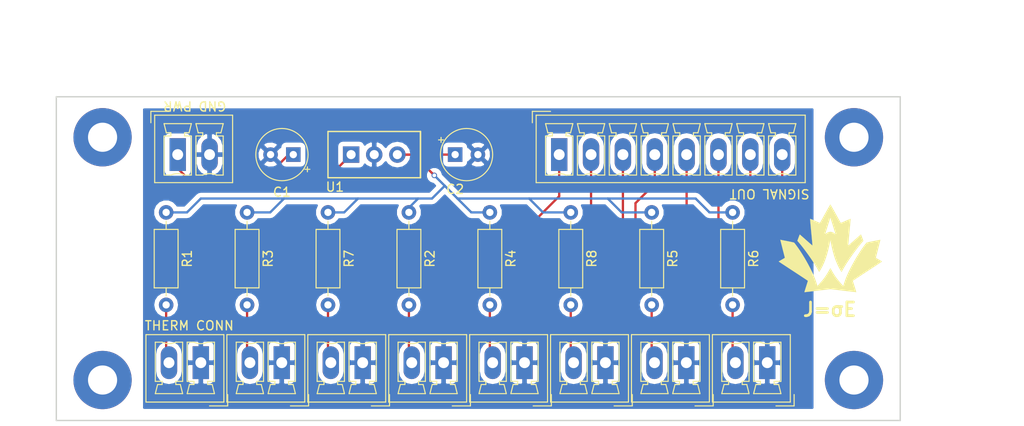
<source format=kicad_pcb>
(kicad_pcb (version 4) (host pcbnew 4.0.7)

  (general
    (links 38)
    (no_connects 0)
    (area 107.402143 83.744 220.145686 130.37)
    (thickness 1.6)
    (drawings 13)
    (tracks 120)
    (zones 0)
    (modules 26)
    (nets 12)
  )

  (page A4)
  (layers
    (0 F.Cu signal)
    (31 B.Cu signal)
    (32 B.Adhes user)
    (33 F.Adhes user)
    (34 B.Paste user)
    (35 F.Paste user)
    (36 B.SilkS user)
    (37 F.SilkS user)
    (38 B.Mask user)
    (39 F.Mask user)
    (40 Dwgs.User user)
    (41 Cmts.User user)
    (42 Eco1.User user)
    (43 Eco2.User user)
    (44 Edge.Cuts user)
    (45 Margin user)
    (46 B.CrtYd user)
    (47 F.CrtYd user)
    (48 B.Fab user)
    (49 F.Fab user)
  )

  (setup
    (last_trace_width 0.25)
    (trace_clearance 0.2)
    (zone_clearance 0.508)
    (zone_45_only no)
    (trace_min 0.2)
    (segment_width 0.2)
    (edge_width 0.15)
    (via_size 0.6)
    (via_drill 0.4)
    (via_min_size 0.4)
    (via_min_drill 0.3)
    (uvia_size 0.3)
    (uvia_drill 0.1)
    (uvias_allowed no)
    (uvia_min_size 0.2)
    (uvia_min_drill 0.1)
    (pcb_text_width 0.15)
    (pcb_text_size 1 1)
    (mod_edge_width 0.15)
    (mod_text_size 1 1)
    (mod_text_width 0.15)
    (pad_size 1.524 1.524)
    (pad_drill 0.762)
    (pad_to_mask_clearance 0.2)
    (aux_axis_origin 0 0)
    (visible_elements FFFEFF7F)
    (pcbplotparams
      (layerselection 0x000f0_80000001)
      (usegerberextensions true)
      (excludeedgelayer false)
      (linewidth 0.100000)
      (plotframeref false)
      (viasonmask false)
      (mode 1)
      (useauxorigin false)
      (hpglpennumber 1)
      (hpglpenspeed 20)
      (hpglpendiameter 15)
      (hpglpenoverlay 2)
      (psnegative false)
      (psa4output false)
      (plotreference false)
      (plotvalue true)
      (plotinvisibletext false)
      (padsonsilk false)
      (subtractmaskfromsilk false)
      (outputformat 1)
      (mirror false)
      (drillshape 0)
      (scaleselection 1)
      (outputdirectory ../../fab/thermistors/))
  )

  (net 0 "")
  (net 1 /16V)
  (net 2 GND)
  (net 3 +5V)
  (net 4 /therm_1)
  (net 5 /therm_2)
  (net 6 /therm_3)
  (net 7 /therm_4)
  (net 8 /therm_5)
  (net 9 /therm_6)
  (net 10 /therm_7)
  (net 11 /therm_8)

  (net_class Default "This is the default net class."
    (clearance 0.2)
    (trace_width 0.25)
    (via_dia 0.6)
    (via_drill 0.4)
    (uvia_dia 0.3)
    (uvia_drill 0.1)
    (add_net +5V)
    (add_net /16V)
    (add_net /therm_1)
    (add_net /therm_2)
    (add_net /therm_3)
    (add_net /therm_4)
    (add_net /therm_5)
    (add_net /therm_6)
    (add_net /therm_7)
    (add_net /therm_8)
    (add_net GND)
  )

  (module Capacitor_THT:CP_Radial_Tantal_D5.5mm_P2.50mm (layer F.Cu) (tedit 5A533290) (tstamp 5A9453FA)
    (at 139.7 100.33 180)
    (descr "CP, Radial_Tantal series, Radial, pin pitch=2.50mm, , diameter=5.5mm, Tantal Electrolytic Capacitor, http://cdn-reichelt.de/documents/datenblatt/B300/TANTAL-TB-Serie%23.pdf")
    (tags "CP Radial_Tantal series Radial pin pitch 2.50mm  diameter 5.5mm Tantal Electrolytic Capacitor")
    (path /5A942BE3)
    (fp_text reference C1 (at 1.25 -4.12 180) (layer F.SilkS)
      (effects (font (size 1 1) (thickness 0.15)))
    )
    (fp_text value 10uF (at 1.25 4.12 180) (layer F.Fab)
      (effects (font (size 1 1) (thickness 0.15)))
    )
    (fp_circle (center 1.25 0) (end 4 0) (layer F.Fab) (width 0.1))
    (fp_circle (center 1.25 0) (end 4.12 0) (layer F.SilkS) (width 0.12))
    (fp_circle (center 1.25 0) (end 4.25 0) (layer F.CrtYd) (width 0.05))
    (fp_line (start -1.099131 -1.1975) (end -0.549131 -1.1975) (layer F.Fab) (width 0.1))
    (fp_line (start -0.824131 -1.4725) (end -0.824131 -0.9225) (layer F.Fab) (width 0.1))
    (fp_line (start -1.822262 -1.615) (end -1.272262 -1.615) (layer F.SilkS) (width 0.12))
    (fp_line (start -1.547262 -1.89) (end -1.547262 -1.34) (layer F.SilkS) (width 0.12))
    (fp_text user %R (at 1.25 0 180) (layer F.Fab)
      (effects (font (size 1 1) (thickness 0.15)))
    )
    (pad 1 thru_hole rect (at 0 0 180) (size 1.6 1.6) (drill 0.8) (layers *.Cu *.Mask)
      (net 1 /16V))
    (pad 2 thru_hole circle (at 2.5 0 180) (size 1.6 1.6) (drill 0.8) (layers *.Cu *.Mask)
      (net 2 GND))
    (model ${KISYS3DMOD}/Capacitor_THT.3dshapes/CP_Radial_Tantal_D5.5mm_P2.50mm.wrl
      (at (xyz 0 0 0))
      (scale (xyz 1 1 1))
      (rotate (xyz 0 0 0))
    )
  )

  (module Capacitor_THT:CP_Radial_Tantal_D5.5mm_P2.50mm (layer F.Cu) (tedit 5ACCC16C) (tstamp 5A945400)
    (at 157.48 100.33)
    (descr "CP, Radial_Tantal series, Radial, pin pitch=2.50mm, , diameter=5.5mm, Tantal Electrolytic Capacitor, http://cdn-reichelt.de/documents/datenblatt/B300/TANTAL-TB-Serie%23.pdf")
    (tags "CP Radial_Tantal series Radial pin pitch 2.50mm  diameter 5.5mm Tantal Electrolytic Capacitor")
    (path /5A942B36)
    (fp_text reference C2 (at 0 3.81) (layer F.SilkS)
      (effects (font (size 1 1) (thickness 0.15)))
    )
    (fp_text value 10uF (at 1.25 4.12) (layer F.Fab)
      (effects (font (size 1 1) (thickness 0.15)))
    )
    (fp_circle (center 1.25 0) (end 4 0) (layer F.Fab) (width 0.1))
    (fp_circle (center 1.25 0) (end 4.12 0) (layer F.SilkS) (width 0.12))
    (fp_circle (center 1.25 0) (end 4.25 0) (layer F.CrtYd) (width 0.05))
    (fp_line (start -1.099131 -1.1975) (end -0.549131 -1.1975) (layer F.Fab) (width 0.1))
    (fp_line (start -0.824131 -1.4725) (end -0.824131 -0.9225) (layer F.Fab) (width 0.1))
    (fp_line (start -1.822262 -1.615) (end -1.272262 -1.615) (layer F.SilkS) (width 0.12))
    (fp_line (start -1.547262 -1.89) (end -1.547262 -1.34) (layer F.SilkS) (width 0.12))
    (fp_text user %R (at 1.25 0) (layer F.Fab)
      (effects (font (size 1 1) (thickness 0.15)))
    )
    (pad 1 thru_hole rect (at 0 0) (size 1.6 1.6) (drill 0.8) (layers *.Cu *.Mask)
      (net 3 +5V))
    (pad 2 thru_hole circle (at 2.5 0) (size 1.6 1.6) (drill 0.8) (layers *.Cu *.Mask)
      (net 2 GND))
    (model ${KISYS3DMOD}/Capacitor_THT.3dshapes/CP_Radial_Tantal_D5.5mm_P2.50mm.wrl
      (at (xyz 0 0 0))
      (scale (xyz 1 1 1))
      (rotate (xyz 0 0 0))
    )
  )

  (module Connectors_Phoenix:PhoenixContact_MCV-G_02x3.50mm_Vertical (layer F.Cu) (tedit 5ACCC0F4) (tstamp 5A945406)
    (at 127 100.33)
    (descr "Generic Phoenix Contact connector footprint for series: MCV-G; number of pins: 02; pin pitch: 3.50mm; Vertical || order number: 1843606 8A 160V")
    (tags "phoenix_contact connector MCV_01x02_G_3.5mm")
    (path /5A942654)
    (fp_text reference J1 (at 2.75 -5.25) (layer F.SilkS) hide
      (effects (font (size 1 1) (thickness 0.15)))
    )
    (fp_text value Conn_01x02 (at 1.75 4) (layer F.Fab)
      (effects (font (size 1 1) (thickness 0.15)))
    )
    (fp_arc (start 0 3.95) (end -0.75 2.25) (angle 47.6) (layer F.SilkS) (width 0.12))
    (fp_arc (start 3.5 3.95) (end 2.75 2.25) (angle 47.6) (layer F.SilkS) (width 0.12))
    (fp_line (start -2.53 -4.33) (end -2.53 3.08) (layer F.SilkS) (width 0.12))
    (fp_line (start -2.53 3.08) (end 6.03 3.08) (layer F.SilkS) (width 0.12))
    (fp_line (start 6.03 3.08) (end 6.03 -4.33) (layer F.SilkS) (width 0.12))
    (fp_line (start 6.03 -4.33) (end -2.53 -4.33) (layer F.SilkS) (width 0.12))
    (fp_line (start -2.45 -4.25) (end -2.45 3) (layer F.Fab) (width 0.1))
    (fp_line (start -2.45 3) (end 5.95 3) (layer F.Fab) (width 0.1))
    (fp_line (start 5.95 3) (end 5.95 -4.25) (layer F.Fab) (width 0.1))
    (fp_line (start 5.95 -4.25) (end -2.45 -4.25) (layer F.Fab) (width 0.1))
    (fp_line (start -0.75 2.25) (end -1.5 2.25) (layer F.SilkS) (width 0.12))
    (fp_line (start -1.5 2.25) (end -1.5 -2.05) (layer F.SilkS) (width 0.12))
    (fp_line (start -1.5 -2.05) (end -0.75 -2.05) (layer F.SilkS) (width 0.12))
    (fp_line (start -0.75 -2.05) (end -0.75 -2.4) (layer F.SilkS) (width 0.12))
    (fp_line (start -0.75 -2.4) (end -1.25 -2.4) (layer F.SilkS) (width 0.12))
    (fp_line (start -1.25 -2.4) (end -1.5 -3.4) (layer F.SilkS) (width 0.12))
    (fp_line (start -1.5 -3.4) (end 1.5 -3.4) (layer F.SilkS) (width 0.12))
    (fp_line (start 1.5 -3.4) (end 1.25 -2.4) (layer F.SilkS) (width 0.12))
    (fp_line (start 1.25 -2.4) (end 0.75 -2.4) (layer F.SilkS) (width 0.12))
    (fp_line (start 0.75 -2.4) (end 0.75 -2.05) (layer F.SilkS) (width 0.12))
    (fp_line (start 0.75 -2.05) (end 1.5 -2.05) (layer F.SilkS) (width 0.12))
    (fp_line (start 1.5 -2.05) (end 1.5 2.25) (layer F.SilkS) (width 0.12))
    (fp_line (start 1.5 2.25) (end 0.75 2.25) (layer F.SilkS) (width 0.12))
    (fp_line (start 2.75 2.25) (end 2 2.25) (layer F.SilkS) (width 0.12))
    (fp_line (start 2 2.25) (end 2 -2.05) (layer F.SilkS) (width 0.12))
    (fp_line (start 2 -2.05) (end 2.75 -2.05) (layer F.SilkS) (width 0.12))
    (fp_line (start 2.75 -2.05) (end 2.75 -2.4) (layer F.SilkS) (width 0.12))
    (fp_line (start 2.75 -2.4) (end 2.25 -2.4) (layer F.SilkS) (width 0.12))
    (fp_line (start 2.25 -2.4) (end 2 -3.4) (layer F.SilkS) (width 0.12))
    (fp_line (start 2 -3.4) (end 5 -3.4) (layer F.SilkS) (width 0.12))
    (fp_line (start 5 -3.4) (end 4.75 -2.4) (layer F.SilkS) (width 0.12))
    (fp_line (start 4.75 -2.4) (end 4.25 -2.4) (layer F.SilkS) (width 0.12))
    (fp_line (start 4.25 -2.4) (end 4.25 -2.05) (layer F.SilkS) (width 0.12))
    (fp_line (start 4.25 -2.05) (end 5 -2.05) (layer F.SilkS) (width 0.12))
    (fp_line (start 5 -2.05) (end 5 2.25) (layer F.SilkS) (width 0.12))
    (fp_line (start 5 2.25) (end 4.25 2.25) (layer F.SilkS) (width 0.12))
    (fp_line (start -2.95 -4.75) (end -2.95 3.5) (layer F.CrtYd) (width 0.05))
    (fp_line (start -2.95 3.5) (end 6.45 3.5) (layer F.CrtYd) (width 0.05))
    (fp_line (start 6.45 3.5) (end 6.45 -4.75) (layer F.CrtYd) (width 0.05))
    (fp_line (start 6.45 -4.75) (end -2.95 -4.75) (layer F.CrtYd) (width 0.05))
    (fp_line (start -2.95 -3.5) (end -2.95 -4.75) (layer F.SilkS) (width 0.12))
    (fp_line (start -2.95 -4.75) (end -0.95 -4.75) (layer F.SilkS) (width 0.12))
    (fp_line (start -2.95 -3.5) (end -2.95 -4.75) (layer F.Fab) (width 0.1))
    (fp_line (start -2.95 -4.75) (end -0.95 -4.75) (layer F.Fab) (width 0.1))
    (fp_text user %R (at 1.75 -3) (layer F.Fab)
      (effects (font (size 1 1) (thickness 0.15)))
    )
    (pad 1 thru_hole rect (at 0 0) (size 1.8 3.6) (drill 1.2) (layers *.Cu *.Mask)
      (net 1 /16V))
    (pad 2 thru_hole oval (at 3.5 0) (size 1.8 3.6) (drill 1.2) (layers *.Cu *.Mask)
      (net 2 GND))
    (model ${KISYS3DMOD}/Connectors_Phoenix.3dshapes/PhoenixContact_MCV-G_02x3.50mm_Vertical.wrl
      (at (xyz 0 0 0))
      (scale (xyz 1 1 1))
      (rotate (xyz 0 0 0))
    )
  )

  (module Connectors_Phoenix:PhoenixContact_MCV-G_08x3.50mm_Vertical (layer F.Cu) (tedit 5ACCC166) (tstamp 5A945412)
    (at 168.91 100.33)
    (descr "Generic Phoenix Contact connector footprint for series: MCV-G; number of pins: 08; pin pitch: 3.50mm; Vertical || order number: 1843664 8A 160V")
    (tags "phoenix_contact connector MCV_01x08_G_3.5mm")
    (path /5A946516)
    (fp_text reference J2 (at 12.25 -5.25) (layer F.SilkS) hide
      (effects (font (size 1 1) (thickness 0.15)))
    )
    (fp_text value Conn_01x08 (at 12.25 4) (layer F.Fab)
      (effects (font (size 1 1) (thickness 0.15)))
    )
    (fp_arc (start 0 3.95) (end -0.75 2.25) (angle 47.6) (layer F.SilkS) (width 0.12))
    (fp_arc (start 3.5 3.95) (end 2.75 2.25) (angle 47.6) (layer F.SilkS) (width 0.12))
    (fp_arc (start 7 3.95) (end 6.25 2.25) (angle 47.6) (layer F.SilkS) (width 0.12))
    (fp_arc (start 10.5 3.95) (end 9.75 2.25) (angle 47.6) (layer F.SilkS) (width 0.12))
    (fp_arc (start 14 3.95) (end 13.25 2.25) (angle 47.6) (layer F.SilkS) (width 0.12))
    (fp_arc (start 17.5 3.95) (end 16.75 2.25) (angle 47.6) (layer F.SilkS) (width 0.12))
    (fp_arc (start 21 3.95) (end 20.25 2.25) (angle 47.6) (layer F.SilkS) (width 0.12))
    (fp_arc (start 24.5 3.95) (end 23.75 2.25) (angle 47.6) (layer F.SilkS) (width 0.12))
    (fp_line (start -2.53 -4.33) (end -2.53 3.08) (layer F.SilkS) (width 0.12))
    (fp_line (start -2.53 3.08) (end 27.03 3.08) (layer F.SilkS) (width 0.12))
    (fp_line (start 27.03 3.08) (end 27.03 -4.33) (layer F.SilkS) (width 0.12))
    (fp_line (start 27.03 -4.33) (end -2.53 -4.33) (layer F.SilkS) (width 0.12))
    (fp_line (start -2.45 -4.25) (end -2.45 3) (layer F.Fab) (width 0.1))
    (fp_line (start -2.45 3) (end 26.95 3) (layer F.Fab) (width 0.1))
    (fp_line (start 26.95 3) (end 26.95 -4.25) (layer F.Fab) (width 0.1))
    (fp_line (start 26.95 -4.25) (end -2.45 -4.25) (layer F.Fab) (width 0.1))
    (fp_line (start -0.75 2.25) (end -1.5 2.25) (layer F.SilkS) (width 0.12))
    (fp_line (start -1.5 2.25) (end -1.5 -2.05) (layer F.SilkS) (width 0.12))
    (fp_line (start -1.5 -2.05) (end -0.75 -2.05) (layer F.SilkS) (width 0.12))
    (fp_line (start -0.75 -2.05) (end -0.75 -2.4) (layer F.SilkS) (width 0.12))
    (fp_line (start -0.75 -2.4) (end -1.25 -2.4) (layer F.SilkS) (width 0.12))
    (fp_line (start -1.25 -2.4) (end -1.5 -3.4) (layer F.SilkS) (width 0.12))
    (fp_line (start -1.5 -3.4) (end 1.5 -3.4) (layer F.SilkS) (width 0.12))
    (fp_line (start 1.5 -3.4) (end 1.25 -2.4) (layer F.SilkS) (width 0.12))
    (fp_line (start 1.25 -2.4) (end 0.75 -2.4) (layer F.SilkS) (width 0.12))
    (fp_line (start 0.75 -2.4) (end 0.75 -2.05) (layer F.SilkS) (width 0.12))
    (fp_line (start 0.75 -2.05) (end 1.5 -2.05) (layer F.SilkS) (width 0.12))
    (fp_line (start 1.5 -2.05) (end 1.5 2.25) (layer F.SilkS) (width 0.12))
    (fp_line (start 1.5 2.25) (end 0.75 2.25) (layer F.SilkS) (width 0.12))
    (fp_line (start 2.75 2.25) (end 2 2.25) (layer F.SilkS) (width 0.12))
    (fp_line (start 2 2.25) (end 2 -2.05) (layer F.SilkS) (width 0.12))
    (fp_line (start 2 -2.05) (end 2.75 -2.05) (layer F.SilkS) (width 0.12))
    (fp_line (start 2.75 -2.05) (end 2.75 -2.4) (layer F.SilkS) (width 0.12))
    (fp_line (start 2.75 -2.4) (end 2.25 -2.4) (layer F.SilkS) (width 0.12))
    (fp_line (start 2.25 -2.4) (end 2 -3.4) (layer F.SilkS) (width 0.12))
    (fp_line (start 2 -3.4) (end 5 -3.4) (layer F.SilkS) (width 0.12))
    (fp_line (start 5 -3.4) (end 4.75 -2.4) (layer F.SilkS) (width 0.12))
    (fp_line (start 4.75 -2.4) (end 4.25 -2.4) (layer F.SilkS) (width 0.12))
    (fp_line (start 4.25 -2.4) (end 4.25 -2.05) (layer F.SilkS) (width 0.12))
    (fp_line (start 4.25 -2.05) (end 5 -2.05) (layer F.SilkS) (width 0.12))
    (fp_line (start 5 -2.05) (end 5 2.25) (layer F.SilkS) (width 0.12))
    (fp_line (start 5 2.25) (end 4.25 2.25) (layer F.SilkS) (width 0.12))
    (fp_line (start 6.25 2.25) (end 5.5 2.25) (layer F.SilkS) (width 0.12))
    (fp_line (start 5.5 2.25) (end 5.5 -2.05) (layer F.SilkS) (width 0.12))
    (fp_line (start 5.5 -2.05) (end 6.25 -2.05) (layer F.SilkS) (width 0.12))
    (fp_line (start 6.25 -2.05) (end 6.25 -2.4) (layer F.SilkS) (width 0.12))
    (fp_line (start 6.25 -2.4) (end 5.75 -2.4) (layer F.SilkS) (width 0.12))
    (fp_line (start 5.75 -2.4) (end 5.5 -3.4) (layer F.SilkS) (width 0.12))
    (fp_line (start 5.5 -3.4) (end 8.5 -3.4) (layer F.SilkS) (width 0.12))
    (fp_line (start 8.5 -3.4) (end 8.25 -2.4) (layer F.SilkS) (width 0.12))
    (fp_line (start 8.25 -2.4) (end 7.75 -2.4) (layer F.SilkS) (width 0.12))
    (fp_line (start 7.75 -2.4) (end 7.75 -2.05) (layer F.SilkS) (width 0.12))
    (fp_line (start 7.75 -2.05) (end 8.5 -2.05) (layer F.SilkS) (width 0.12))
    (fp_line (start 8.5 -2.05) (end 8.5 2.25) (layer F.SilkS) (width 0.12))
    (fp_line (start 8.5 2.25) (end 7.75 2.25) (layer F.SilkS) (width 0.12))
    (fp_line (start 9.75 2.25) (end 9 2.25) (layer F.SilkS) (width 0.12))
    (fp_line (start 9 2.25) (end 9 -2.05) (layer F.SilkS) (width 0.12))
    (fp_line (start 9 -2.05) (end 9.75 -2.05) (layer F.SilkS) (width 0.12))
    (fp_line (start 9.75 -2.05) (end 9.75 -2.4) (layer F.SilkS) (width 0.12))
    (fp_line (start 9.75 -2.4) (end 9.25 -2.4) (layer F.SilkS) (width 0.12))
    (fp_line (start 9.25 -2.4) (end 9 -3.4) (layer F.SilkS) (width 0.12))
    (fp_line (start 9 -3.4) (end 12 -3.4) (layer F.SilkS) (width 0.12))
    (fp_line (start 12 -3.4) (end 11.75 -2.4) (layer F.SilkS) (width 0.12))
    (fp_line (start 11.75 -2.4) (end 11.25 -2.4) (layer F.SilkS) (width 0.12))
    (fp_line (start 11.25 -2.4) (end 11.25 -2.05) (layer F.SilkS) (width 0.12))
    (fp_line (start 11.25 -2.05) (end 12 -2.05) (layer F.SilkS) (width 0.12))
    (fp_line (start 12 -2.05) (end 12 2.25) (layer F.SilkS) (width 0.12))
    (fp_line (start 12 2.25) (end 11.25 2.25) (layer F.SilkS) (width 0.12))
    (fp_line (start 13.25 2.25) (end 12.5 2.25) (layer F.SilkS) (width 0.12))
    (fp_line (start 12.5 2.25) (end 12.5 -2.05) (layer F.SilkS) (width 0.12))
    (fp_line (start 12.5 -2.05) (end 13.25 -2.05) (layer F.SilkS) (width 0.12))
    (fp_line (start 13.25 -2.05) (end 13.25 -2.4) (layer F.SilkS) (width 0.12))
    (fp_line (start 13.25 -2.4) (end 12.75 -2.4) (layer F.SilkS) (width 0.12))
    (fp_line (start 12.75 -2.4) (end 12.5 -3.4) (layer F.SilkS) (width 0.12))
    (fp_line (start 12.5 -3.4) (end 15.5 -3.4) (layer F.SilkS) (width 0.12))
    (fp_line (start 15.5 -3.4) (end 15.25 -2.4) (layer F.SilkS) (width 0.12))
    (fp_line (start 15.25 -2.4) (end 14.75 -2.4) (layer F.SilkS) (width 0.12))
    (fp_line (start 14.75 -2.4) (end 14.75 -2.05) (layer F.SilkS) (width 0.12))
    (fp_line (start 14.75 -2.05) (end 15.5 -2.05) (layer F.SilkS) (width 0.12))
    (fp_line (start 15.5 -2.05) (end 15.5 2.25) (layer F.SilkS) (width 0.12))
    (fp_line (start 15.5 2.25) (end 14.75 2.25) (layer F.SilkS) (width 0.12))
    (fp_line (start 16.75 2.25) (end 16 2.25) (layer F.SilkS) (width 0.12))
    (fp_line (start 16 2.25) (end 16 -2.05) (layer F.SilkS) (width 0.12))
    (fp_line (start 16 -2.05) (end 16.75 -2.05) (layer F.SilkS) (width 0.12))
    (fp_line (start 16.75 -2.05) (end 16.75 -2.4) (layer F.SilkS) (width 0.12))
    (fp_line (start 16.75 -2.4) (end 16.25 -2.4) (layer F.SilkS) (width 0.12))
    (fp_line (start 16.25 -2.4) (end 16 -3.4) (layer F.SilkS) (width 0.12))
    (fp_line (start 16 -3.4) (end 19 -3.4) (layer F.SilkS) (width 0.12))
    (fp_line (start 19 -3.4) (end 18.75 -2.4) (layer F.SilkS) (width 0.12))
    (fp_line (start 18.75 -2.4) (end 18.25 -2.4) (layer F.SilkS) (width 0.12))
    (fp_line (start 18.25 -2.4) (end 18.25 -2.05) (layer F.SilkS) (width 0.12))
    (fp_line (start 18.25 -2.05) (end 19 -2.05) (layer F.SilkS) (width 0.12))
    (fp_line (start 19 -2.05) (end 19 2.25) (layer F.SilkS) (width 0.12))
    (fp_line (start 19 2.25) (end 18.25 2.25) (layer F.SilkS) (width 0.12))
    (fp_line (start 20.25 2.25) (end 19.5 2.25) (layer F.SilkS) (width 0.12))
    (fp_line (start 19.5 2.25) (end 19.5 -2.05) (layer F.SilkS) (width 0.12))
    (fp_line (start 19.5 -2.05) (end 20.25 -2.05) (layer F.SilkS) (width 0.12))
    (fp_line (start 20.25 -2.05) (end 20.25 -2.4) (layer F.SilkS) (width 0.12))
    (fp_line (start 20.25 -2.4) (end 19.75 -2.4) (layer F.SilkS) (width 0.12))
    (fp_line (start 19.75 -2.4) (end 19.5 -3.4) (layer F.SilkS) (width 0.12))
    (fp_line (start 19.5 -3.4) (end 22.5 -3.4) (layer F.SilkS) (width 0.12))
    (fp_line (start 22.5 -3.4) (end 22.25 -2.4) (layer F.SilkS) (width 0.12))
    (fp_line (start 22.25 -2.4) (end 21.75 -2.4) (layer F.SilkS) (width 0.12))
    (fp_line (start 21.75 -2.4) (end 21.75 -2.05) (layer F.SilkS) (width 0.12))
    (fp_line (start 21.75 -2.05) (end 22.5 -2.05) (layer F.SilkS) (width 0.12))
    (fp_line (start 22.5 -2.05) (end 22.5 2.25) (layer F.SilkS) (width 0.12))
    (fp_line (start 22.5 2.25) (end 21.75 2.25) (layer F.SilkS) (width 0.12))
    (fp_line (start 23.75 2.25) (end 23 2.25) (layer F.SilkS) (width 0.12))
    (fp_line (start 23 2.25) (end 23 -2.05) (layer F.SilkS) (width 0.12))
    (fp_line (start 23 -2.05) (end 23.75 -2.05) (layer F.SilkS) (width 0.12))
    (fp_line (start 23.75 -2.05) (end 23.75 -2.4) (layer F.SilkS) (width 0.12))
    (fp_line (start 23.75 -2.4) (end 23.25 -2.4) (layer F.SilkS) (width 0.12))
    (fp_line (start 23.25 -2.4) (end 23 -3.4) (layer F.SilkS) (width 0.12))
    (fp_line (start 23 -3.4) (end 26 -3.4) (layer F.SilkS) (width 0.12))
    (fp_line (start 26 -3.4) (end 25.75 -2.4) (layer F.SilkS) (width 0.12))
    (fp_line (start 25.75 -2.4) (end 25.25 -2.4) (layer F.SilkS) (width 0.12))
    (fp_line (start 25.25 -2.4) (end 25.25 -2.05) (layer F.SilkS) (width 0.12))
    (fp_line (start 25.25 -2.05) (end 26 -2.05) (layer F.SilkS) (width 0.12))
    (fp_line (start 26 -2.05) (end 26 2.25) (layer F.SilkS) (width 0.12))
    (fp_line (start 26 2.25) (end 25.25 2.25) (layer F.SilkS) (width 0.12))
    (fp_line (start -2.95 -4.75) (end -2.95 3.5) (layer F.CrtYd) (width 0.05))
    (fp_line (start -2.95 3.5) (end 27.45 3.5) (layer F.CrtYd) (width 0.05))
    (fp_line (start 27.45 3.5) (end 27.45 -4.75) (layer F.CrtYd) (width 0.05))
    (fp_line (start 27.45 -4.75) (end -2.95 -4.75) (layer F.CrtYd) (width 0.05))
    (fp_line (start -2.95 -3.5) (end -2.95 -4.75) (layer F.SilkS) (width 0.12))
    (fp_line (start -2.95 -4.75) (end -0.95 -4.75) (layer F.SilkS) (width 0.12))
    (fp_line (start -2.95 -3.5) (end -2.95 -4.75) (layer F.Fab) (width 0.1))
    (fp_line (start -2.95 -4.75) (end -0.95 -4.75) (layer F.Fab) (width 0.1))
    (fp_text user %R (at 12.25 -3) (layer F.Fab)
      (effects (font (size 1 1) (thickness 0.15)))
    )
    (pad 1 thru_hole rect (at 0 0) (size 1.8 3.6) (drill 1.2) (layers *.Cu *.Mask)
      (net 4 /therm_1))
    (pad 2 thru_hole oval (at 3.5 0) (size 1.8 3.6) (drill 1.2) (layers *.Cu *.Mask)
      (net 5 /therm_2))
    (pad 3 thru_hole oval (at 7 0) (size 1.8 3.6) (drill 1.2) (layers *.Cu *.Mask)
      (net 6 /therm_3))
    (pad 4 thru_hole oval (at 10.5 0) (size 1.8 3.6) (drill 1.2) (layers *.Cu *.Mask)
      (net 7 /therm_4))
    (pad 5 thru_hole oval (at 14 0) (size 1.8 3.6) (drill 1.2) (layers *.Cu *.Mask)
      (net 8 /therm_5))
    (pad 6 thru_hole oval (at 17.5 0) (size 1.8 3.6) (drill 1.2) (layers *.Cu *.Mask)
      (net 9 /therm_6))
    (pad 7 thru_hole oval (at 21 0) (size 1.8 3.6) (drill 1.2) (layers *.Cu *.Mask)
      (net 10 /therm_7))
    (pad 8 thru_hole oval (at 24.5 0) (size 1.8 3.6) (drill 1.2) (layers *.Cu *.Mask)
      (net 11 /therm_8))
    (model ${KISYS3DMOD}/Connectors_Phoenix.3dshapes/PhoenixContact_MCV-G_08x3.50mm_Vertical.wrl
      (at (xyz 0 0 0))
      (scale (xyz 1 1 1))
      (rotate (xyz 0 0 0))
    )
  )

  (module Connectors_Phoenix:PhoenixContact_MCV-G_02x3.50mm_Vertical (layer F.Cu) (tedit 5ACCC13E) (tstamp 5A945418)
    (at 129.54 123.19 180)
    (descr "Generic Phoenix Contact connector footprint for series: MCV-G; number of pins: 02; pin pitch: 3.50mm; Vertical || order number: 1843606 8A 160V")
    (tags "phoenix_contact connector MCV_01x02_G_3.5mm")
    (path /5A942F59/5A94307C)
    (fp_text reference J3 (at 2.75 -5.25 180) (layer F.SilkS) hide
      (effects (font (size 1 1) (thickness 0.15)))
    )
    (fp_text value Conn_01x02 (at 1.75 4 180) (layer F.Fab)
      (effects (font (size 1 1) (thickness 0.15)))
    )
    (fp_arc (start 0 3.95) (end -0.75 2.25) (angle 47.6) (layer F.SilkS) (width 0.12))
    (fp_arc (start 3.5 3.95) (end 2.75 2.25) (angle 47.6) (layer F.SilkS) (width 0.12))
    (fp_line (start -2.53 -4.33) (end -2.53 3.08) (layer F.SilkS) (width 0.12))
    (fp_line (start -2.53 3.08) (end 6.03 3.08) (layer F.SilkS) (width 0.12))
    (fp_line (start 6.03 3.08) (end 6.03 -4.33) (layer F.SilkS) (width 0.12))
    (fp_line (start 6.03 -4.33) (end -2.53 -4.33) (layer F.SilkS) (width 0.12))
    (fp_line (start -2.45 -4.25) (end -2.45 3) (layer F.Fab) (width 0.1))
    (fp_line (start -2.45 3) (end 5.95 3) (layer F.Fab) (width 0.1))
    (fp_line (start 5.95 3) (end 5.95 -4.25) (layer F.Fab) (width 0.1))
    (fp_line (start 5.95 -4.25) (end -2.45 -4.25) (layer F.Fab) (width 0.1))
    (fp_line (start -0.75 2.25) (end -1.5 2.25) (layer F.SilkS) (width 0.12))
    (fp_line (start -1.5 2.25) (end -1.5 -2.05) (layer F.SilkS) (width 0.12))
    (fp_line (start -1.5 -2.05) (end -0.75 -2.05) (layer F.SilkS) (width 0.12))
    (fp_line (start -0.75 -2.05) (end -0.75 -2.4) (layer F.SilkS) (width 0.12))
    (fp_line (start -0.75 -2.4) (end -1.25 -2.4) (layer F.SilkS) (width 0.12))
    (fp_line (start -1.25 -2.4) (end -1.5 -3.4) (layer F.SilkS) (width 0.12))
    (fp_line (start -1.5 -3.4) (end 1.5 -3.4) (layer F.SilkS) (width 0.12))
    (fp_line (start 1.5 -3.4) (end 1.25 -2.4) (layer F.SilkS) (width 0.12))
    (fp_line (start 1.25 -2.4) (end 0.75 -2.4) (layer F.SilkS) (width 0.12))
    (fp_line (start 0.75 -2.4) (end 0.75 -2.05) (layer F.SilkS) (width 0.12))
    (fp_line (start 0.75 -2.05) (end 1.5 -2.05) (layer F.SilkS) (width 0.12))
    (fp_line (start 1.5 -2.05) (end 1.5 2.25) (layer F.SilkS) (width 0.12))
    (fp_line (start 1.5 2.25) (end 0.75 2.25) (layer F.SilkS) (width 0.12))
    (fp_line (start 2.75 2.25) (end 2 2.25) (layer F.SilkS) (width 0.12))
    (fp_line (start 2 2.25) (end 2 -2.05) (layer F.SilkS) (width 0.12))
    (fp_line (start 2 -2.05) (end 2.75 -2.05) (layer F.SilkS) (width 0.12))
    (fp_line (start 2.75 -2.05) (end 2.75 -2.4) (layer F.SilkS) (width 0.12))
    (fp_line (start 2.75 -2.4) (end 2.25 -2.4) (layer F.SilkS) (width 0.12))
    (fp_line (start 2.25 -2.4) (end 2 -3.4) (layer F.SilkS) (width 0.12))
    (fp_line (start 2 -3.4) (end 5 -3.4) (layer F.SilkS) (width 0.12))
    (fp_line (start 5 -3.4) (end 4.75 -2.4) (layer F.SilkS) (width 0.12))
    (fp_line (start 4.75 -2.4) (end 4.25 -2.4) (layer F.SilkS) (width 0.12))
    (fp_line (start 4.25 -2.4) (end 4.25 -2.05) (layer F.SilkS) (width 0.12))
    (fp_line (start 4.25 -2.05) (end 5 -2.05) (layer F.SilkS) (width 0.12))
    (fp_line (start 5 -2.05) (end 5 2.25) (layer F.SilkS) (width 0.12))
    (fp_line (start 5 2.25) (end 4.25 2.25) (layer F.SilkS) (width 0.12))
    (fp_line (start -2.95 -4.75) (end -2.95 3.5) (layer F.CrtYd) (width 0.05))
    (fp_line (start -2.95 3.5) (end 6.45 3.5) (layer F.CrtYd) (width 0.05))
    (fp_line (start 6.45 3.5) (end 6.45 -4.75) (layer F.CrtYd) (width 0.05))
    (fp_line (start 6.45 -4.75) (end -2.95 -4.75) (layer F.CrtYd) (width 0.05))
    (fp_line (start -2.95 -3.5) (end -2.95 -4.75) (layer F.SilkS) (width 0.12))
    (fp_line (start -2.95 -4.75) (end -0.95 -4.75) (layer F.SilkS) (width 0.12))
    (fp_line (start -2.95 -3.5) (end -2.95 -4.75) (layer F.Fab) (width 0.1))
    (fp_line (start -2.95 -4.75) (end -0.95 -4.75) (layer F.Fab) (width 0.1))
    (fp_text user %R (at 1.75 -3 180) (layer F.Fab)
      (effects (font (size 1 1) (thickness 0.15)))
    )
    (pad 1 thru_hole rect (at 0 0 180) (size 1.8 3.6) (drill 1.2) (layers *.Cu *.Mask)
      (net 2 GND))
    (pad 2 thru_hole oval (at 3.5 0 180) (size 1.8 3.6) (drill 1.2) (layers *.Cu *.Mask)
      (net 4 /therm_1))
    (model ${KISYS3DMOD}/Connectors_Phoenix.3dshapes/PhoenixContact_MCV-G_02x3.50mm_Vertical.wrl
      (at (xyz 0 0 0))
      (scale (xyz 1 1 1))
      (rotate (xyz 0 0 0))
    )
  )

  (module Connectors_Phoenix:PhoenixContact_MCV-G_02x3.50mm_Vertical (layer F.Cu) (tedit 5ACCC14B) (tstamp 5A94541E)
    (at 156.21 123.19 180)
    (descr "Generic Phoenix Contact connector footprint for series: MCV-G; number of pins: 02; pin pitch: 3.50mm; Vertical || order number: 1843606 8A 160V")
    (tags "phoenix_contact connector MCV_01x02_G_3.5mm")
    (path /5A9434A8/5A94307C)
    (fp_text reference J4 (at 2.75 -5.25 180) (layer F.SilkS) hide
      (effects (font (size 1 1) (thickness 0.15)))
    )
    (fp_text value Conn_01x02 (at 1.75 4 180) (layer F.Fab)
      (effects (font (size 1 1) (thickness 0.15)))
    )
    (fp_arc (start 0 3.95) (end -0.75 2.25) (angle 47.6) (layer F.SilkS) (width 0.12))
    (fp_arc (start 3.5 3.95) (end 2.75 2.25) (angle 47.6) (layer F.SilkS) (width 0.12))
    (fp_line (start -2.53 -4.33) (end -2.53 3.08) (layer F.SilkS) (width 0.12))
    (fp_line (start -2.53 3.08) (end 6.03 3.08) (layer F.SilkS) (width 0.12))
    (fp_line (start 6.03 3.08) (end 6.03 -4.33) (layer F.SilkS) (width 0.12))
    (fp_line (start 6.03 -4.33) (end -2.53 -4.33) (layer F.SilkS) (width 0.12))
    (fp_line (start -2.45 -4.25) (end -2.45 3) (layer F.Fab) (width 0.1))
    (fp_line (start -2.45 3) (end 5.95 3) (layer F.Fab) (width 0.1))
    (fp_line (start 5.95 3) (end 5.95 -4.25) (layer F.Fab) (width 0.1))
    (fp_line (start 5.95 -4.25) (end -2.45 -4.25) (layer F.Fab) (width 0.1))
    (fp_line (start -0.75 2.25) (end -1.5 2.25) (layer F.SilkS) (width 0.12))
    (fp_line (start -1.5 2.25) (end -1.5 -2.05) (layer F.SilkS) (width 0.12))
    (fp_line (start -1.5 -2.05) (end -0.75 -2.05) (layer F.SilkS) (width 0.12))
    (fp_line (start -0.75 -2.05) (end -0.75 -2.4) (layer F.SilkS) (width 0.12))
    (fp_line (start -0.75 -2.4) (end -1.25 -2.4) (layer F.SilkS) (width 0.12))
    (fp_line (start -1.25 -2.4) (end -1.5 -3.4) (layer F.SilkS) (width 0.12))
    (fp_line (start -1.5 -3.4) (end 1.5 -3.4) (layer F.SilkS) (width 0.12))
    (fp_line (start 1.5 -3.4) (end 1.25 -2.4) (layer F.SilkS) (width 0.12))
    (fp_line (start 1.25 -2.4) (end 0.75 -2.4) (layer F.SilkS) (width 0.12))
    (fp_line (start 0.75 -2.4) (end 0.75 -2.05) (layer F.SilkS) (width 0.12))
    (fp_line (start 0.75 -2.05) (end 1.5 -2.05) (layer F.SilkS) (width 0.12))
    (fp_line (start 1.5 -2.05) (end 1.5 2.25) (layer F.SilkS) (width 0.12))
    (fp_line (start 1.5 2.25) (end 0.75 2.25) (layer F.SilkS) (width 0.12))
    (fp_line (start 2.75 2.25) (end 2 2.25) (layer F.SilkS) (width 0.12))
    (fp_line (start 2 2.25) (end 2 -2.05) (layer F.SilkS) (width 0.12))
    (fp_line (start 2 -2.05) (end 2.75 -2.05) (layer F.SilkS) (width 0.12))
    (fp_line (start 2.75 -2.05) (end 2.75 -2.4) (layer F.SilkS) (width 0.12))
    (fp_line (start 2.75 -2.4) (end 2.25 -2.4) (layer F.SilkS) (width 0.12))
    (fp_line (start 2.25 -2.4) (end 2 -3.4) (layer F.SilkS) (width 0.12))
    (fp_line (start 2 -3.4) (end 5 -3.4) (layer F.SilkS) (width 0.12))
    (fp_line (start 5 -3.4) (end 4.75 -2.4) (layer F.SilkS) (width 0.12))
    (fp_line (start 4.75 -2.4) (end 4.25 -2.4) (layer F.SilkS) (width 0.12))
    (fp_line (start 4.25 -2.4) (end 4.25 -2.05) (layer F.SilkS) (width 0.12))
    (fp_line (start 4.25 -2.05) (end 5 -2.05) (layer F.SilkS) (width 0.12))
    (fp_line (start 5 -2.05) (end 5 2.25) (layer F.SilkS) (width 0.12))
    (fp_line (start 5 2.25) (end 4.25 2.25) (layer F.SilkS) (width 0.12))
    (fp_line (start -2.95 -4.75) (end -2.95 3.5) (layer F.CrtYd) (width 0.05))
    (fp_line (start -2.95 3.5) (end 6.45 3.5) (layer F.CrtYd) (width 0.05))
    (fp_line (start 6.45 3.5) (end 6.45 -4.75) (layer F.CrtYd) (width 0.05))
    (fp_line (start 6.45 -4.75) (end -2.95 -4.75) (layer F.CrtYd) (width 0.05))
    (fp_line (start -2.95 -3.5) (end -2.95 -4.75) (layer F.SilkS) (width 0.12))
    (fp_line (start -2.95 -4.75) (end -0.95 -4.75) (layer F.SilkS) (width 0.12))
    (fp_line (start -2.95 -3.5) (end -2.95 -4.75) (layer F.Fab) (width 0.1))
    (fp_line (start -2.95 -4.75) (end -0.95 -4.75) (layer F.Fab) (width 0.1))
    (fp_text user %R (at 1.75 -3 180) (layer F.Fab)
      (effects (font (size 1 1) (thickness 0.15)))
    )
    (pad 1 thru_hole rect (at 0 0 180) (size 1.8 3.6) (drill 1.2) (layers *.Cu *.Mask)
      (net 2 GND))
    (pad 2 thru_hole oval (at 3.5 0 180) (size 1.8 3.6) (drill 1.2) (layers *.Cu *.Mask)
      (net 7 /therm_4))
    (model ${KISYS3DMOD}/Connectors_Phoenix.3dshapes/PhoenixContact_MCV-G_02x3.50mm_Vertical.wrl
      (at (xyz 0 0 0))
      (scale (xyz 1 1 1))
      (rotate (xyz 0 0 0))
    )
  )

  (module Connectors_Phoenix:PhoenixContact_MCV-G_02x3.50mm_Vertical (layer F.Cu) (tedit 5ACCC142) (tstamp 5A945424)
    (at 138.43 123.19 180)
    (descr "Generic Phoenix Contact connector footprint for series: MCV-G; number of pins: 02; pin pitch: 3.50mm; Vertical || order number: 1843606 8A 160V")
    (tags "phoenix_contact connector MCV_01x02_G_3.5mm")
    (path /5A944DC6/5A94307C)
    (fp_text reference J5 (at 2.75 -5.25 180) (layer F.SilkS) hide
      (effects (font (size 1 1) (thickness 0.15)))
    )
    (fp_text value Conn_01x02 (at 1.75 4 180) (layer F.Fab)
      (effects (font (size 1 1) (thickness 0.15)))
    )
    (fp_arc (start 0 3.95) (end -0.75 2.25) (angle 47.6) (layer F.SilkS) (width 0.12))
    (fp_arc (start 3.5 3.95) (end 2.75 2.25) (angle 47.6) (layer F.SilkS) (width 0.12))
    (fp_line (start -2.53 -4.33) (end -2.53 3.08) (layer F.SilkS) (width 0.12))
    (fp_line (start -2.53 3.08) (end 6.03 3.08) (layer F.SilkS) (width 0.12))
    (fp_line (start 6.03 3.08) (end 6.03 -4.33) (layer F.SilkS) (width 0.12))
    (fp_line (start 6.03 -4.33) (end -2.53 -4.33) (layer F.SilkS) (width 0.12))
    (fp_line (start -2.45 -4.25) (end -2.45 3) (layer F.Fab) (width 0.1))
    (fp_line (start -2.45 3) (end 5.95 3) (layer F.Fab) (width 0.1))
    (fp_line (start 5.95 3) (end 5.95 -4.25) (layer F.Fab) (width 0.1))
    (fp_line (start 5.95 -4.25) (end -2.45 -4.25) (layer F.Fab) (width 0.1))
    (fp_line (start -0.75 2.25) (end -1.5 2.25) (layer F.SilkS) (width 0.12))
    (fp_line (start -1.5 2.25) (end -1.5 -2.05) (layer F.SilkS) (width 0.12))
    (fp_line (start -1.5 -2.05) (end -0.75 -2.05) (layer F.SilkS) (width 0.12))
    (fp_line (start -0.75 -2.05) (end -0.75 -2.4) (layer F.SilkS) (width 0.12))
    (fp_line (start -0.75 -2.4) (end -1.25 -2.4) (layer F.SilkS) (width 0.12))
    (fp_line (start -1.25 -2.4) (end -1.5 -3.4) (layer F.SilkS) (width 0.12))
    (fp_line (start -1.5 -3.4) (end 1.5 -3.4) (layer F.SilkS) (width 0.12))
    (fp_line (start 1.5 -3.4) (end 1.25 -2.4) (layer F.SilkS) (width 0.12))
    (fp_line (start 1.25 -2.4) (end 0.75 -2.4) (layer F.SilkS) (width 0.12))
    (fp_line (start 0.75 -2.4) (end 0.75 -2.05) (layer F.SilkS) (width 0.12))
    (fp_line (start 0.75 -2.05) (end 1.5 -2.05) (layer F.SilkS) (width 0.12))
    (fp_line (start 1.5 -2.05) (end 1.5 2.25) (layer F.SilkS) (width 0.12))
    (fp_line (start 1.5 2.25) (end 0.75 2.25) (layer F.SilkS) (width 0.12))
    (fp_line (start 2.75 2.25) (end 2 2.25) (layer F.SilkS) (width 0.12))
    (fp_line (start 2 2.25) (end 2 -2.05) (layer F.SilkS) (width 0.12))
    (fp_line (start 2 -2.05) (end 2.75 -2.05) (layer F.SilkS) (width 0.12))
    (fp_line (start 2.75 -2.05) (end 2.75 -2.4) (layer F.SilkS) (width 0.12))
    (fp_line (start 2.75 -2.4) (end 2.25 -2.4) (layer F.SilkS) (width 0.12))
    (fp_line (start 2.25 -2.4) (end 2 -3.4) (layer F.SilkS) (width 0.12))
    (fp_line (start 2 -3.4) (end 5 -3.4) (layer F.SilkS) (width 0.12))
    (fp_line (start 5 -3.4) (end 4.75 -2.4) (layer F.SilkS) (width 0.12))
    (fp_line (start 4.75 -2.4) (end 4.25 -2.4) (layer F.SilkS) (width 0.12))
    (fp_line (start 4.25 -2.4) (end 4.25 -2.05) (layer F.SilkS) (width 0.12))
    (fp_line (start 4.25 -2.05) (end 5 -2.05) (layer F.SilkS) (width 0.12))
    (fp_line (start 5 -2.05) (end 5 2.25) (layer F.SilkS) (width 0.12))
    (fp_line (start 5 2.25) (end 4.25 2.25) (layer F.SilkS) (width 0.12))
    (fp_line (start -2.95 -4.75) (end -2.95 3.5) (layer F.CrtYd) (width 0.05))
    (fp_line (start -2.95 3.5) (end 6.45 3.5) (layer F.CrtYd) (width 0.05))
    (fp_line (start 6.45 3.5) (end 6.45 -4.75) (layer F.CrtYd) (width 0.05))
    (fp_line (start 6.45 -4.75) (end -2.95 -4.75) (layer F.CrtYd) (width 0.05))
    (fp_line (start -2.95 -3.5) (end -2.95 -4.75) (layer F.SilkS) (width 0.12))
    (fp_line (start -2.95 -4.75) (end -0.95 -4.75) (layer F.SilkS) (width 0.12))
    (fp_line (start -2.95 -3.5) (end -2.95 -4.75) (layer F.Fab) (width 0.1))
    (fp_line (start -2.95 -4.75) (end -0.95 -4.75) (layer F.Fab) (width 0.1))
    (fp_text user %R (at 1.75 -3 180) (layer F.Fab)
      (effects (font (size 1 1) (thickness 0.15)))
    )
    (pad 1 thru_hole rect (at 0 0 180) (size 1.8 3.6) (drill 1.2) (layers *.Cu *.Mask)
      (net 2 GND))
    (pad 2 thru_hole oval (at 3.5 0 180) (size 1.8 3.6) (drill 1.2) (layers *.Cu *.Mask)
      (net 5 /therm_2))
    (model ${KISYS3DMOD}/Connectors_Phoenix.3dshapes/PhoenixContact_MCV-G_02x3.50mm_Vertical.wrl
      (at (xyz 0 0 0))
      (scale (xyz 1 1 1))
      (rotate (xyz 0 0 0))
    )
  )

  (module Connectors_Phoenix:PhoenixContact_MCV-G_02x3.50mm_Vertical (layer F.Cu) (tedit 5ACCC14E) (tstamp 5A94542A)
    (at 165.1 123.19 180)
    (descr "Generic Phoenix Contact connector footprint for series: MCV-G; number of pins: 02; pin pitch: 3.50mm; Vertical || order number: 1843606 8A 160V")
    (tags "phoenix_contact connector MCV_01x02_G_3.5mm")
    (path /5A944DC9/5A94307C)
    (fp_text reference J6 (at 2.75 -5.25 180) (layer F.SilkS) hide
      (effects (font (size 1 1) (thickness 0.15)))
    )
    (fp_text value Conn_01x02 (at 1.75 4 180) (layer F.Fab)
      (effects (font (size 1 1) (thickness 0.15)))
    )
    (fp_arc (start 0 3.95) (end -0.75 2.25) (angle 47.6) (layer F.SilkS) (width 0.12))
    (fp_arc (start 3.5 3.95) (end 2.75 2.25) (angle 47.6) (layer F.SilkS) (width 0.12))
    (fp_line (start -2.53 -4.33) (end -2.53 3.08) (layer F.SilkS) (width 0.12))
    (fp_line (start -2.53 3.08) (end 6.03 3.08) (layer F.SilkS) (width 0.12))
    (fp_line (start 6.03 3.08) (end 6.03 -4.33) (layer F.SilkS) (width 0.12))
    (fp_line (start 6.03 -4.33) (end -2.53 -4.33) (layer F.SilkS) (width 0.12))
    (fp_line (start -2.45 -4.25) (end -2.45 3) (layer F.Fab) (width 0.1))
    (fp_line (start -2.45 3) (end 5.95 3) (layer F.Fab) (width 0.1))
    (fp_line (start 5.95 3) (end 5.95 -4.25) (layer F.Fab) (width 0.1))
    (fp_line (start 5.95 -4.25) (end -2.45 -4.25) (layer F.Fab) (width 0.1))
    (fp_line (start -0.75 2.25) (end -1.5 2.25) (layer F.SilkS) (width 0.12))
    (fp_line (start -1.5 2.25) (end -1.5 -2.05) (layer F.SilkS) (width 0.12))
    (fp_line (start -1.5 -2.05) (end -0.75 -2.05) (layer F.SilkS) (width 0.12))
    (fp_line (start -0.75 -2.05) (end -0.75 -2.4) (layer F.SilkS) (width 0.12))
    (fp_line (start -0.75 -2.4) (end -1.25 -2.4) (layer F.SilkS) (width 0.12))
    (fp_line (start -1.25 -2.4) (end -1.5 -3.4) (layer F.SilkS) (width 0.12))
    (fp_line (start -1.5 -3.4) (end 1.5 -3.4) (layer F.SilkS) (width 0.12))
    (fp_line (start 1.5 -3.4) (end 1.25 -2.4) (layer F.SilkS) (width 0.12))
    (fp_line (start 1.25 -2.4) (end 0.75 -2.4) (layer F.SilkS) (width 0.12))
    (fp_line (start 0.75 -2.4) (end 0.75 -2.05) (layer F.SilkS) (width 0.12))
    (fp_line (start 0.75 -2.05) (end 1.5 -2.05) (layer F.SilkS) (width 0.12))
    (fp_line (start 1.5 -2.05) (end 1.5 2.25) (layer F.SilkS) (width 0.12))
    (fp_line (start 1.5 2.25) (end 0.75 2.25) (layer F.SilkS) (width 0.12))
    (fp_line (start 2.75 2.25) (end 2 2.25) (layer F.SilkS) (width 0.12))
    (fp_line (start 2 2.25) (end 2 -2.05) (layer F.SilkS) (width 0.12))
    (fp_line (start 2 -2.05) (end 2.75 -2.05) (layer F.SilkS) (width 0.12))
    (fp_line (start 2.75 -2.05) (end 2.75 -2.4) (layer F.SilkS) (width 0.12))
    (fp_line (start 2.75 -2.4) (end 2.25 -2.4) (layer F.SilkS) (width 0.12))
    (fp_line (start 2.25 -2.4) (end 2 -3.4) (layer F.SilkS) (width 0.12))
    (fp_line (start 2 -3.4) (end 5 -3.4) (layer F.SilkS) (width 0.12))
    (fp_line (start 5 -3.4) (end 4.75 -2.4) (layer F.SilkS) (width 0.12))
    (fp_line (start 4.75 -2.4) (end 4.25 -2.4) (layer F.SilkS) (width 0.12))
    (fp_line (start 4.25 -2.4) (end 4.25 -2.05) (layer F.SilkS) (width 0.12))
    (fp_line (start 4.25 -2.05) (end 5 -2.05) (layer F.SilkS) (width 0.12))
    (fp_line (start 5 -2.05) (end 5 2.25) (layer F.SilkS) (width 0.12))
    (fp_line (start 5 2.25) (end 4.25 2.25) (layer F.SilkS) (width 0.12))
    (fp_line (start -2.95 -4.75) (end -2.95 3.5) (layer F.CrtYd) (width 0.05))
    (fp_line (start -2.95 3.5) (end 6.45 3.5) (layer F.CrtYd) (width 0.05))
    (fp_line (start 6.45 3.5) (end 6.45 -4.75) (layer F.CrtYd) (width 0.05))
    (fp_line (start 6.45 -4.75) (end -2.95 -4.75) (layer F.CrtYd) (width 0.05))
    (fp_line (start -2.95 -3.5) (end -2.95 -4.75) (layer F.SilkS) (width 0.12))
    (fp_line (start -2.95 -4.75) (end -0.95 -4.75) (layer F.SilkS) (width 0.12))
    (fp_line (start -2.95 -3.5) (end -2.95 -4.75) (layer F.Fab) (width 0.1))
    (fp_line (start -2.95 -4.75) (end -0.95 -4.75) (layer F.Fab) (width 0.1))
    (fp_text user %R (at 1.75 -3 180) (layer F.Fab)
      (effects (font (size 1 1) (thickness 0.15)))
    )
    (pad 1 thru_hole rect (at 0 0 180) (size 1.8 3.6) (drill 1.2) (layers *.Cu *.Mask)
      (net 2 GND))
    (pad 2 thru_hole oval (at 3.5 0 180) (size 1.8 3.6) (drill 1.2) (layers *.Cu *.Mask)
      (net 8 /therm_5))
    (model ${KISYS3DMOD}/Connectors_Phoenix.3dshapes/PhoenixContact_MCV-G_02x3.50mm_Vertical.wrl
      (at (xyz 0 0 0))
      (scale (xyz 1 1 1))
      (rotate (xyz 0 0 0))
    )
  )

  (module Connectors_Phoenix:PhoenixContact_MCV-G_02x3.50mm_Vertical (layer F.Cu) (tedit 5ACCC159) (tstamp 5A945430)
    (at 182.88 123.19 180)
    (descr "Generic Phoenix Contact connector footprint for series: MCV-G; number of pins: 02; pin pitch: 3.50mm; Vertical || order number: 1843606 8A 160V")
    (tags "phoenix_contact connector MCV_01x02_G_3.5mm")
    (path /5A944F8F/5A94307C)
    (fp_text reference J7 (at 2.75 -5.25 180) (layer F.SilkS) hide
      (effects (font (size 1 1) (thickness 0.15)))
    )
    (fp_text value Conn_01x02 (at 1.75 4 180) (layer F.Fab)
      (effects (font (size 1 1) (thickness 0.15)))
    )
    (fp_arc (start 0 3.95) (end -0.75 2.25) (angle 47.6) (layer F.SilkS) (width 0.12))
    (fp_arc (start 3.5 3.95) (end 2.75 2.25) (angle 47.6) (layer F.SilkS) (width 0.12))
    (fp_line (start -2.53 -4.33) (end -2.53 3.08) (layer F.SilkS) (width 0.12))
    (fp_line (start -2.53 3.08) (end 6.03 3.08) (layer F.SilkS) (width 0.12))
    (fp_line (start 6.03 3.08) (end 6.03 -4.33) (layer F.SilkS) (width 0.12))
    (fp_line (start 6.03 -4.33) (end -2.53 -4.33) (layer F.SilkS) (width 0.12))
    (fp_line (start -2.45 -4.25) (end -2.45 3) (layer F.Fab) (width 0.1))
    (fp_line (start -2.45 3) (end 5.95 3) (layer F.Fab) (width 0.1))
    (fp_line (start 5.95 3) (end 5.95 -4.25) (layer F.Fab) (width 0.1))
    (fp_line (start 5.95 -4.25) (end -2.45 -4.25) (layer F.Fab) (width 0.1))
    (fp_line (start -0.75 2.25) (end -1.5 2.25) (layer F.SilkS) (width 0.12))
    (fp_line (start -1.5 2.25) (end -1.5 -2.05) (layer F.SilkS) (width 0.12))
    (fp_line (start -1.5 -2.05) (end -0.75 -2.05) (layer F.SilkS) (width 0.12))
    (fp_line (start -0.75 -2.05) (end -0.75 -2.4) (layer F.SilkS) (width 0.12))
    (fp_line (start -0.75 -2.4) (end -1.25 -2.4) (layer F.SilkS) (width 0.12))
    (fp_line (start -1.25 -2.4) (end -1.5 -3.4) (layer F.SilkS) (width 0.12))
    (fp_line (start -1.5 -3.4) (end 1.5 -3.4) (layer F.SilkS) (width 0.12))
    (fp_line (start 1.5 -3.4) (end 1.25 -2.4) (layer F.SilkS) (width 0.12))
    (fp_line (start 1.25 -2.4) (end 0.75 -2.4) (layer F.SilkS) (width 0.12))
    (fp_line (start 0.75 -2.4) (end 0.75 -2.05) (layer F.SilkS) (width 0.12))
    (fp_line (start 0.75 -2.05) (end 1.5 -2.05) (layer F.SilkS) (width 0.12))
    (fp_line (start 1.5 -2.05) (end 1.5 2.25) (layer F.SilkS) (width 0.12))
    (fp_line (start 1.5 2.25) (end 0.75 2.25) (layer F.SilkS) (width 0.12))
    (fp_line (start 2.75 2.25) (end 2 2.25) (layer F.SilkS) (width 0.12))
    (fp_line (start 2 2.25) (end 2 -2.05) (layer F.SilkS) (width 0.12))
    (fp_line (start 2 -2.05) (end 2.75 -2.05) (layer F.SilkS) (width 0.12))
    (fp_line (start 2.75 -2.05) (end 2.75 -2.4) (layer F.SilkS) (width 0.12))
    (fp_line (start 2.75 -2.4) (end 2.25 -2.4) (layer F.SilkS) (width 0.12))
    (fp_line (start 2.25 -2.4) (end 2 -3.4) (layer F.SilkS) (width 0.12))
    (fp_line (start 2 -3.4) (end 5 -3.4) (layer F.SilkS) (width 0.12))
    (fp_line (start 5 -3.4) (end 4.75 -2.4) (layer F.SilkS) (width 0.12))
    (fp_line (start 4.75 -2.4) (end 4.25 -2.4) (layer F.SilkS) (width 0.12))
    (fp_line (start 4.25 -2.4) (end 4.25 -2.05) (layer F.SilkS) (width 0.12))
    (fp_line (start 4.25 -2.05) (end 5 -2.05) (layer F.SilkS) (width 0.12))
    (fp_line (start 5 -2.05) (end 5 2.25) (layer F.SilkS) (width 0.12))
    (fp_line (start 5 2.25) (end 4.25 2.25) (layer F.SilkS) (width 0.12))
    (fp_line (start -2.95 -4.75) (end -2.95 3.5) (layer F.CrtYd) (width 0.05))
    (fp_line (start -2.95 3.5) (end 6.45 3.5) (layer F.CrtYd) (width 0.05))
    (fp_line (start 6.45 3.5) (end 6.45 -4.75) (layer F.CrtYd) (width 0.05))
    (fp_line (start 6.45 -4.75) (end -2.95 -4.75) (layer F.CrtYd) (width 0.05))
    (fp_line (start -2.95 -3.5) (end -2.95 -4.75) (layer F.SilkS) (width 0.12))
    (fp_line (start -2.95 -4.75) (end -0.95 -4.75) (layer F.SilkS) (width 0.12))
    (fp_line (start -2.95 -3.5) (end -2.95 -4.75) (layer F.Fab) (width 0.1))
    (fp_line (start -2.95 -4.75) (end -0.95 -4.75) (layer F.Fab) (width 0.1))
    (fp_text user %R (at 1.75 -3 180) (layer F.Fab)
      (effects (font (size 1 1) (thickness 0.15)))
    )
    (pad 1 thru_hole rect (at 0 0 180) (size 1.8 3.6) (drill 1.2) (layers *.Cu *.Mask)
      (net 2 GND))
    (pad 2 thru_hole oval (at 3.5 0 180) (size 1.8 3.6) (drill 1.2) (layers *.Cu *.Mask)
      (net 10 /therm_7))
    (model ${KISYS3DMOD}/Connectors_Phoenix.3dshapes/PhoenixContact_MCV-G_02x3.50mm_Vertical.wrl
      (at (xyz 0 0 0))
      (scale (xyz 1 1 1))
      (rotate (xyz 0 0 0))
    )
  )

  (module Connectors_Phoenix:PhoenixContact_MCV-G_02x3.50mm_Vertical (layer F.Cu) (tedit 5ACCC15D) (tstamp 5A945436)
    (at 191.77 123.19 180)
    (descr "Generic Phoenix Contact connector footprint for series: MCV-G; number of pins: 02; pin pitch: 3.50mm; Vertical || order number: 1843606 8A 160V")
    (tags "phoenix_contact connector MCV_01x02_G_3.5mm")
    (path /5A944F94/5A94307C)
    (fp_text reference J8 (at 2.75 -5.25 180) (layer F.SilkS) hide
      (effects (font (size 1 1) (thickness 0.15)))
    )
    (fp_text value Conn_01x02 (at 1.75 4 180) (layer F.Fab)
      (effects (font (size 1 1) (thickness 0.15)))
    )
    (fp_arc (start 0 3.95) (end -0.75 2.25) (angle 47.6) (layer F.SilkS) (width 0.12))
    (fp_arc (start 3.5 3.95) (end 2.75 2.25) (angle 47.6) (layer F.SilkS) (width 0.12))
    (fp_line (start -2.53 -4.33) (end -2.53 3.08) (layer F.SilkS) (width 0.12))
    (fp_line (start -2.53 3.08) (end 6.03 3.08) (layer F.SilkS) (width 0.12))
    (fp_line (start 6.03 3.08) (end 6.03 -4.33) (layer F.SilkS) (width 0.12))
    (fp_line (start 6.03 -4.33) (end -2.53 -4.33) (layer F.SilkS) (width 0.12))
    (fp_line (start -2.45 -4.25) (end -2.45 3) (layer F.Fab) (width 0.1))
    (fp_line (start -2.45 3) (end 5.95 3) (layer F.Fab) (width 0.1))
    (fp_line (start 5.95 3) (end 5.95 -4.25) (layer F.Fab) (width 0.1))
    (fp_line (start 5.95 -4.25) (end -2.45 -4.25) (layer F.Fab) (width 0.1))
    (fp_line (start -0.75 2.25) (end -1.5 2.25) (layer F.SilkS) (width 0.12))
    (fp_line (start -1.5 2.25) (end -1.5 -2.05) (layer F.SilkS) (width 0.12))
    (fp_line (start -1.5 -2.05) (end -0.75 -2.05) (layer F.SilkS) (width 0.12))
    (fp_line (start -0.75 -2.05) (end -0.75 -2.4) (layer F.SilkS) (width 0.12))
    (fp_line (start -0.75 -2.4) (end -1.25 -2.4) (layer F.SilkS) (width 0.12))
    (fp_line (start -1.25 -2.4) (end -1.5 -3.4) (layer F.SilkS) (width 0.12))
    (fp_line (start -1.5 -3.4) (end 1.5 -3.4) (layer F.SilkS) (width 0.12))
    (fp_line (start 1.5 -3.4) (end 1.25 -2.4) (layer F.SilkS) (width 0.12))
    (fp_line (start 1.25 -2.4) (end 0.75 -2.4) (layer F.SilkS) (width 0.12))
    (fp_line (start 0.75 -2.4) (end 0.75 -2.05) (layer F.SilkS) (width 0.12))
    (fp_line (start 0.75 -2.05) (end 1.5 -2.05) (layer F.SilkS) (width 0.12))
    (fp_line (start 1.5 -2.05) (end 1.5 2.25) (layer F.SilkS) (width 0.12))
    (fp_line (start 1.5 2.25) (end 0.75 2.25) (layer F.SilkS) (width 0.12))
    (fp_line (start 2.75 2.25) (end 2 2.25) (layer F.SilkS) (width 0.12))
    (fp_line (start 2 2.25) (end 2 -2.05) (layer F.SilkS) (width 0.12))
    (fp_line (start 2 -2.05) (end 2.75 -2.05) (layer F.SilkS) (width 0.12))
    (fp_line (start 2.75 -2.05) (end 2.75 -2.4) (layer F.SilkS) (width 0.12))
    (fp_line (start 2.75 -2.4) (end 2.25 -2.4) (layer F.SilkS) (width 0.12))
    (fp_line (start 2.25 -2.4) (end 2 -3.4) (layer F.SilkS) (width 0.12))
    (fp_line (start 2 -3.4) (end 5 -3.4) (layer F.SilkS) (width 0.12))
    (fp_line (start 5 -3.4) (end 4.75 -2.4) (layer F.SilkS) (width 0.12))
    (fp_line (start 4.75 -2.4) (end 4.25 -2.4) (layer F.SilkS) (width 0.12))
    (fp_line (start 4.25 -2.4) (end 4.25 -2.05) (layer F.SilkS) (width 0.12))
    (fp_line (start 4.25 -2.05) (end 5 -2.05) (layer F.SilkS) (width 0.12))
    (fp_line (start 5 -2.05) (end 5 2.25) (layer F.SilkS) (width 0.12))
    (fp_line (start 5 2.25) (end 4.25 2.25) (layer F.SilkS) (width 0.12))
    (fp_line (start -2.95 -4.75) (end -2.95 3.5) (layer F.CrtYd) (width 0.05))
    (fp_line (start -2.95 3.5) (end 6.45 3.5) (layer F.CrtYd) (width 0.05))
    (fp_line (start 6.45 3.5) (end 6.45 -4.75) (layer F.CrtYd) (width 0.05))
    (fp_line (start 6.45 -4.75) (end -2.95 -4.75) (layer F.CrtYd) (width 0.05))
    (fp_line (start -2.95 -3.5) (end -2.95 -4.75) (layer F.SilkS) (width 0.12))
    (fp_line (start -2.95 -4.75) (end -0.95 -4.75) (layer F.SilkS) (width 0.12))
    (fp_line (start -2.95 -3.5) (end -2.95 -4.75) (layer F.Fab) (width 0.1))
    (fp_line (start -2.95 -4.75) (end -0.95 -4.75) (layer F.Fab) (width 0.1))
    (fp_text user %R (at 1.75 -3 180) (layer F.Fab)
      (effects (font (size 1 1) (thickness 0.15)))
    )
    (pad 1 thru_hole rect (at 0 0 180) (size 1.8 3.6) (drill 1.2) (layers *.Cu *.Mask)
      (net 2 GND))
    (pad 2 thru_hole oval (at 3.5 0 180) (size 1.8 3.6) (drill 1.2) (layers *.Cu *.Mask)
      (net 11 /therm_8))
    (model ${KISYS3DMOD}/Connectors_Phoenix.3dshapes/PhoenixContact_MCV-G_02x3.50mm_Vertical.wrl
      (at (xyz 0 0 0))
      (scale (xyz 1 1 1))
      (rotate (xyz 0 0 0))
    )
  )

  (module Connectors_Phoenix:PhoenixContact_MCV-G_02x3.50mm_Vertical (layer F.Cu) (tedit 5ACCC144) (tstamp 5A94543C)
    (at 147.32 123.19 180)
    (descr "Generic Phoenix Contact connector footprint for series: MCV-G; number of pins: 02; pin pitch: 3.50mm; Vertical || order number: 1843606 8A 160V")
    (tags "phoenix_contact connector MCV_01x02_G_3.5mm")
    (path /5A94536B/5A94307C)
    (fp_text reference J9 (at 2.75 -5.25 180) (layer F.SilkS) hide
      (effects (font (size 1 1) (thickness 0.15)))
    )
    (fp_text value Conn_01x02 (at 1.75 4 180) (layer F.Fab)
      (effects (font (size 1 1) (thickness 0.15)))
    )
    (fp_arc (start 0 3.95) (end -0.75 2.25) (angle 47.6) (layer F.SilkS) (width 0.12))
    (fp_arc (start 3.5 3.95) (end 2.75 2.25) (angle 47.6) (layer F.SilkS) (width 0.12))
    (fp_line (start -2.53 -4.33) (end -2.53 3.08) (layer F.SilkS) (width 0.12))
    (fp_line (start -2.53 3.08) (end 6.03 3.08) (layer F.SilkS) (width 0.12))
    (fp_line (start 6.03 3.08) (end 6.03 -4.33) (layer F.SilkS) (width 0.12))
    (fp_line (start 6.03 -4.33) (end -2.53 -4.33) (layer F.SilkS) (width 0.12))
    (fp_line (start -2.45 -4.25) (end -2.45 3) (layer F.Fab) (width 0.1))
    (fp_line (start -2.45 3) (end 5.95 3) (layer F.Fab) (width 0.1))
    (fp_line (start 5.95 3) (end 5.95 -4.25) (layer F.Fab) (width 0.1))
    (fp_line (start 5.95 -4.25) (end -2.45 -4.25) (layer F.Fab) (width 0.1))
    (fp_line (start -0.75 2.25) (end -1.5 2.25) (layer F.SilkS) (width 0.12))
    (fp_line (start -1.5 2.25) (end -1.5 -2.05) (layer F.SilkS) (width 0.12))
    (fp_line (start -1.5 -2.05) (end -0.75 -2.05) (layer F.SilkS) (width 0.12))
    (fp_line (start -0.75 -2.05) (end -0.75 -2.4) (layer F.SilkS) (width 0.12))
    (fp_line (start -0.75 -2.4) (end -1.25 -2.4) (layer F.SilkS) (width 0.12))
    (fp_line (start -1.25 -2.4) (end -1.5 -3.4) (layer F.SilkS) (width 0.12))
    (fp_line (start -1.5 -3.4) (end 1.5 -3.4) (layer F.SilkS) (width 0.12))
    (fp_line (start 1.5 -3.4) (end 1.25 -2.4) (layer F.SilkS) (width 0.12))
    (fp_line (start 1.25 -2.4) (end 0.75 -2.4) (layer F.SilkS) (width 0.12))
    (fp_line (start 0.75 -2.4) (end 0.75 -2.05) (layer F.SilkS) (width 0.12))
    (fp_line (start 0.75 -2.05) (end 1.5 -2.05) (layer F.SilkS) (width 0.12))
    (fp_line (start 1.5 -2.05) (end 1.5 2.25) (layer F.SilkS) (width 0.12))
    (fp_line (start 1.5 2.25) (end 0.75 2.25) (layer F.SilkS) (width 0.12))
    (fp_line (start 2.75 2.25) (end 2 2.25) (layer F.SilkS) (width 0.12))
    (fp_line (start 2 2.25) (end 2 -2.05) (layer F.SilkS) (width 0.12))
    (fp_line (start 2 -2.05) (end 2.75 -2.05) (layer F.SilkS) (width 0.12))
    (fp_line (start 2.75 -2.05) (end 2.75 -2.4) (layer F.SilkS) (width 0.12))
    (fp_line (start 2.75 -2.4) (end 2.25 -2.4) (layer F.SilkS) (width 0.12))
    (fp_line (start 2.25 -2.4) (end 2 -3.4) (layer F.SilkS) (width 0.12))
    (fp_line (start 2 -3.4) (end 5 -3.4) (layer F.SilkS) (width 0.12))
    (fp_line (start 5 -3.4) (end 4.75 -2.4) (layer F.SilkS) (width 0.12))
    (fp_line (start 4.75 -2.4) (end 4.25 -2.4) (layer F.SilkS) (width 0.12))
    (fp_line (start 4.25 -2.4) (end 4.25 -2.05) (layer F.SilkS) (width 0.12))
    (fp_line (start 4.25 -2.05) (end 5 -2.05) (layer F.SilkS) (width 0.12))
    (fp_line (start 5 -2.05) (end 5 2.25) (layer F.SilkS) (width 0.12))
    (fp_line (start 5 2.25) (end 4.25 2.25) (layer F.SilkS) (width 0.12))
    (fp_line (start -2.95 -4.75) (end -2.95 3.5) (layer F.CrtYd) (width 0.05))
    (fp_line (start -2.95 3.5) (end 6.45 3.5) (layer F.CrtYd) (width 0.05))
    (fp_line (start 6.45 3.5) (end 6.45 -4.75) (layer F.CrtYd) (width 0.05))
    (fp_line (start 6.45 -4.75) (end -2.95 -4.75) (layer F.CrtYd) (width 0.05))
    (fp_line (start -2.95 -3.5) (end -2.95 -4.75) (layer F.SilkS) (width 0.12))
    (fp_line (start -2.95 -4.75) (end -0.95 -4.75) (layer F.SilkS) (width 0.12))
    (fp_line (start -2.95 -3.5) (end -2.95 -4.75) (layer F.Fab) (width 0.1))
    (fp_line (start -2.95 -4.75) (end -0.95 -4.75) (layer F.Fab) (width 0.1))
    (fp_text user %R (at 1.75 -3 180) (layer F.Fab)
      (effects (font (size 1 1) (thickness 0.15)))
    )
    (pad 1 thru_hole rect (at 0 0 180) (size 1.8 3.6) (drill 1.2) (layers *.Cu *.Mask)
      (net 2 GND))
    (pad 2 thru_hole oval (at 3.5 0 180) (size 1.8 3.6) (drill 1.2) (layers *.Cu *.Mask)
      (net 6 /therm_3))
    (model ${KISYS3DMOD}/Connectors_Phoenix.3dshapes/PhoenixContact_MCV-G_02x3.50mm_Vertical.wrl
      (at (xyz 0 0 0))
      (scale (xyz 1 1 1))
      (rotate (xyz 0 0 0))
    )
  )

  (module Connectors_Phoenix:PhoenixContact_MCV-G_02x3.50mm_Vertical (layer F.Cu) (tedit 5ACCC154) (tstamp 5A945442)
    (at 173.99 123.19 180)
    (descr "Generic Phoenix Contact connector footprint for series: MCV-G; number of pins: 02; pin pitch: 3.50mm; Vertical || order number: 1843606 8A 160V")
    (tags "phoenix_contact connector MCV_01x02_G_3.5mm")
    (path /5A94536E/5A94307C)
    (fp_text reference J10 (at 2.75 -5.25 180) (layer F.SilkS) hide
      (effects (font (size 1 1) (thickness 0.15)))
    )
    (fp_text value Conn_01x02 (at 1.75 4 180) (layer F.Fab)
      (effects (font (size 1 1) (thickness 0.15)))
    )
    (fp_arc (start 0 3.95) (end -0.75 2.25) (angle 47.6) (layer F.SilkS) (width 0.12))
    (fp_arc (start 3.5 3.95) (end 2.75 2.25) (angle 47.6) (layer F.SilkS) (width 0.12))
    (fp_line (start -2.53 -4.33) (end -2.53 3.08) (layer F.SilkS) (width 0.12))
    (fp_line (start -2.53 3.08) (end 6.03 3.08) (layer F.SilkS) (width 0.12))
    (fp_line (start 6.03 3.08) (end 6.03 -4.33) (layer F.SilkS) (width 0.12))
    (fp_line (start 6.03 -4.33) (end -2.53 -4.33) (layer F.SilkS) (width 0.12))
    (fp_line (start -2.45 -4.25) (end -2.45 3) (layer F.Fab) (width 0.1))
    (fp_line (start -2.45 3) (end 5.95 3) (layer F.Fab) (width 0.1))
    (fp_line (start 5.95 3) (end 5.95 -4.25) (layer F.Fab) (width 0.1))
    (fp_line (start 5.95 -4.25) (end -2.45 -4.25) (layer F.Fab) (width 0.1))
    (fp_line (start -0.75 2.25) (end -1.5 2.25) (layer F.SilkS) (width 0.12))
    (fp_line (start -1.5 2.25) (end -1.5 -2.05) (layer F.SilkS) (width 0.12))
    (fp_line (start -1.5 -2.05) (end -0.75 -2.05) (layer F.SilkS) (width 0.12))
    (fp_line (start -0.75 -2.05) (end -0.75 -2.4) (layer F.SilkS) (width 0.12))
    (fp_line (start -0.75 -2.4) (end -1.25 -2.4) (layer F.SilkS) (width 0.12))
    (fp_line (start -1.25 -2.4) (end -1.5 -3.4) (layer F.SilkS) (width 0.12))
    (fp_line (start -1.5 -3.4) (end 1.5 -3.4) (layer F.SilkS) (width 0.12))
    (fp_line (start 1.5 -3.4) (end 1.25 -2.4) (layer F.SilkS) (width 0.12))
    (fp_line (start 1.25 -2.4) (end 0.75 -2.4) (layer F.SilkS) (width 0.12))
    (fp_line (start 0.75 -2.4) (end 0.75 -2.05) (layer F.SilkS) (width 0.12))
    (fp_line (start 0.75 -2.05) (end 1.5 -2.05) (layer F.SilkS) (width 0.12))
    (fp_line (start 1.5 -2.05) (end 1.5 2.25) (layer F.SilkS) (width 0.12))
    (fp_line (start 1.5 2.25) (end 0.75 2.25) (layer F.SilkS) (width 0.12))
    (fp_line (start 2.75 2.25) (end 2 2.25) (layer F.SilkS) (width 0.12))
    (fp_line (start 2 2.25) (end 2 -2.05) (layer F.SilkS) (width 0.12))
    (fp_line (start 2 -2.05) (end 2.75 -2.05) (layer F.SilkS) (width 0.12))
    (fp_line (start 2.75 -2.05) (end 2.75 -2.4) (layer F.SilkS) (width 0.12))
    (fp_line (start 2.75 -2.4) (end 2.25 -2.4) (layer F.SilkS) (width 0.12))
    (fp_line (start 2.25 -2.4) (end 2 -3.4) (layer F.SilkS) (width 0.12))
    (fp_line (start 2 -3.4) (end 5 -3.4) (layer F.SilkS) (width 0.12))
    (fp_line (start 5 -3.4) (end 4.75 -2.4) (layer F.SilkS) (width 0.12))
    (fp_line (start 4.75 -2.4) (end 4.25 -2.4) (layer F.SilkS) (width 0.12))
    (fp_line (start 4.25 -2.4) (end 4.25 -2.05) (layer F.SilkS) (width 0.12))
    (fp_line (start 4.25 -2.05) (end 5 -2.05) (layer F.SilkS) (width 0.12))
    (fp_line (start 5 -2.05) (end 5 2.25) (layer F.SilkS) (width 0.12))
    (fp_line (start 5 2.25) (end 4.25 2.25) (layer F.SilkS) (width 0.12))
    (fp_line (start -2.95 -4.75) (end -2.95 3.5) (layer F.CrtYd) (width 0.05))
    (fp_line (start -2.95 3.5) (end 6.45 3.5) (layer F.CrtYd) (width 0.05))
    (fp_line (start 6.45 3.5) (end 6.45 -4.75) (layer F.CrtYd) (width 0.05))
    (fp_line (start 6.45 -4.75) (end -2.95 -4.75) (layer F.CrtYd) (width 0.05))
    (fp_line (start -2.95 -3.5) (end -2.95 -4.75) (layer F.SilkS) (width 0.12))
    (fp_line (start -2.95 -4.75) (end -0.95 -4.75) (layer F.SilkS) (width 0.12))
    (fp_line (start -2.95 -3.5) (end -2.95 -4.75) (layer F.Fab) (width 0.1))
    (fp_line (start -2.95 -4.75) (end -0.95 -4.75) (layer F.Fab) (width 0.1))
    (fp_text user %R (at 1.75 -3 180) (layer F.Fab)
      (effects (font (size 1 1) (thickness 0.15)))
    )
    (pad 1 thru_hole rect (at 0 0 180) (size 1.8 3.6) (drill 1.2) (layers *.Cu *.Mask)
      (net 2 GND))
    (pad 2 thru_hole oval (at 3.5 0 180) (size 1.8 3.6) (drill 1.2) (layers *.Cu *.Mask)
      (net 9 /therm_6))
    (model ${KISYS3DMOD}/Connectors_Phoenix.3dshapes/PhoenixContact_MCV-G_02x3.50mm_Vertical.wrl
      (at (xyz 0 0 0))
      (scale (xyz 1 1 1))
      (rotate (xyz 0 0 0))
    )
  )

  (module thermistors:R-78-converter (layer F.Cu) (tedit 5ACCC177) (tstamp 5A945479)
    (at 146.05 100.33)
    (descr "TO-220-3 fat")
    (tags "TO-220-3 fat")
    (path /5A942928)
    (fp_text reference U1 (at -1.778 3.556) (layer F.SilkS)
      (effects (font (size 1 1) (thickness 0.15)))
    )
    (fp_text value R-78E (at 2.794 4.064) (layer F.Fab)
      (effects (font (size 1 1) (thickness 0.15)))
    )
    (fp_line (start 7.62 -2.54) (end 7.62 2.54) (layer F.SilkS) (width 0.15))
    (fp_line (start 7.62 2.54) (end 7.62 -2.54) (layer F.SilkS) (width 0.15))
    (fp_line (start 7.62 -2.54) (end -2.54 -2.54) (layer F.SilkS) (width 0.15))
    (fp_line (start -2.54 2.54) (end 7.62 2.54) (layer F.SilkS) (width 0.15))
    (fp_line (start -2.54 -2.54) (end -2.54 2.54) (layer F.SilkS) (width 0.15))
    (fp_text user %R (at -0.508 -3.556) (layer F.Fab)
      (effects (font (size 1 1) (thickness 0.15)))
    )
    (pad 1 thru_hole rect (at 0 0) (size 1.8 1.8) (drill 1) (layers *.Cu *.Mask)
      (net 1 /16V))
    (pad 2 thru_hole oval (at 2.54 0) (size 1.8 1.8) (drill 1) (layers *.Cu *.Mask)
      (net 2 GND))
    (pad 3 thru_hole oval (at 5.08 0) (size 1.8 1.8) (drill 1) (layers *.Cu *.Mask)
      (net 3 +5V))
    (model ${KISYS3DMOD}/TO_SOT_Packages_THT.3dshapes/TO-220-3_Vertical.wrl
      (at (xyz 0.1 0 0))
      (scale (xyz 0.393701 0.393701 0.393701))
      (rotate (xyz 0 0 0))
    )
  )

  (module Resistors_ThroughHole:R_Axial_DIN0207_L6.3mm_D2.5mm_P10.16mm_Horizontal (layer F.Cu) (tedit 5874F706) (tstamp 5A9480EF)
    (at 125.73 106.68 270)
    (descr "Resistor, Axial_DIN0207 series, Axial, Horizontal, pin pitch=10.16mm, 0.25W = 1/4W, length*diameter=6.3*2.5mm^2, http://cdn-reichelt.de/documents/datenblatt/B400/1_4W%23YAG.pdf")
    (tags "Resistor Axial_DIN0207 series Axial Horizontal pin pitch 10.16mm 0.25W = 1/4W length 6.3mm diameter 2.5mm")
    (path /5A942F59/5A94310C)
    (fp_text reference R1 (at 5.08 -2.31 270) (layer F.SilkS)
      (effects (font (size 1 1) (thickness 0.15)))
    )
    (fp_text value R (at 5.08 2.31 270) (layer F.Fab)
      (effects (font (size 1 1) (thickness 0.15)))
    )
    (fp_line (start 1.93 -1.25) (end 1.93 1.25) (layer F.Fab) (width 0.1))
    (fp_line (start 1.93 1.25) (end 8.23 1.25) (layer F.Fab) (width 0.1))
    (fp_line (start 8.23 1.25) (end 8.23 -1.25) (layer F.Fab) (width 0.1))
    (fp_line (start 8.23 -1.25) (end 1.93 -1.25) (layer F.Fab) (width 0.1))
    (fp_line (start 0 0) (end 1.93 0) (layer F.Fab) (width 0.1))
    (fp_line (start 10.16 0) (end 8.23 0) (layer F.Fab) (width 0.1))
    (fp_line (start 1.87 -1.31) (end 1.87 1.31) (layer F.SilkS) (width 0.12))
    (fp_line (start 1.87 1.31) (end 8.29 1.31) (layer F.SilkS) (width 0.12))
    (fp_line (start 8.29 1.31) (end 8.29 -1.31) (layer F.SilkS) (width 0.12))
    (fp_line (start 8.29 -1.31) (end 1.87 -1.31) (layer F.SilkS) (width 0.12))
    (fp_line (start 0.98 0) (end 1.87 0) (layer F.SilkS) (width 0.12))
    (fp_line (start 9.18 0) (end 8.29 0) (layer F.SilkS) (width 0.12))
    (fp_line (start -1.05 -1.6) (end -1.05 1.6) (layer F.CrtYd) (width 0.05))
    (fp_line (start -1.05 1.6) (end 11.25 1.6) (layer F.CrtYd) (width 0.05))
    (fp_line (start 11.25 1.6) (end 11.25 -1.6) (layer F.CrtYd) (width 0.05))
    (fp_line (start 11.25 -1.6) (end -1.05 -1.6) (layer F.CrtYd) (width 0.05))
    (pad 1 thru_hole circle (at 0 0 270) (size 1.6 1.6) (drill 0.8) (layers *.Cu *.Mask)
      (net 3 +5V))
    (pad 2 thru_hole oval (at 10.16 0 270) (size 1.6 1.6) (drill 0.8) (layers *.Cu *.Mask)
      (net 4 /therm_1))
    (model ${KISYS3DMOD}/Resistors_THT.3dshapes/R_Axial_DIN0207_L6.3mm_D2.5mm_P10.16mm_Horizontal.wrl
      (at (xyz 0 0 0))
      (scale (xyz 0.393701 0.393701 0.393701))
      (rotate (xyz 0 0 0))
    )
  )

  (module Resistors_ThroughHole:R_Axial_DIN0207_L6.3mm_D2.5mm_P10.16mm_Horizontal (layer F.Cu) (tedit 5874F706) (tstamp 5A9480F5)
    (at 152.4 106.68 270)
    (descr "Resistor, Axial_DIN0207 series, Axial, Horizontal, pin pitch=10.16mm, 0.25W = 1/4W, length*diameter=6.3*2.5mm^2, http://cdn-reichelt.de/documents/datenblatt/B400/1_4W%23YAG.pdf")
    (tags "Resistor Axial_DIN0207 series Axial Horizontal pin pitch 10.16mm 0.25W = 1/4W length 6.3mm diameter 2.5mm")
    (path /5A9434A8/5A94310C)
    (fp_text reference R2 (at 5.08 -2.31 270) (layer F.SilkS)
      (effects (font (size 1 1) (thickness 0.15)))
    )
    (fp_text value R (at 5.08 2.31 270) (layer F.Fab)
      (effects (font (size 1 1) (thickness 0.15)))
    )
    (fp_line (start 1.93 -1.25) (end 1.93 1.25) (layer F.Fab) (width 0.1))
    (fp_line (start 1.93 1.25) (end 8.23 1.25) (layer F.Fab) (width 0.1))
    (fp_line (start 8.23 1.25) (end 8.23 -1.25) (layer F.Fab) (width 0.1))
    (fp_line (start 8.23 -1.25) (end 1.93 -1.25) (layer F.Fab) (width 0.1))
    (fp_line (start 0 0) (end 1.93 0) (layer F.Fab) (width 0.1))
    (fp_line (start 10.16 0) (end 8.23 0) (layer F.Fab) (width 0.1))
    (fp_line (start 1.87 -1.31) (end 1.87 1.31) (layer F.SilkS) (width 0.12))
    (fp_line (start 1.87 1.31) (end 8.29 1.31) (layer F.SilkS) (width 0.12))
    (fp_line (start 8.29 1.31) (end 8.29 -1.31) (layer F.SilkS) (width 0.12))
    (fp_line (start 8.29 -1.31) (end 1.87 -1.31) (layer F.SilkS) (width 0.12))
    (fp_line (start 0.98 0) (end 1.87 0) (layer F.SilkS) (width 0.12))
    (fp_line (start 9.18 0) (end 8.29 0) (layer F.SilkS) (width 0.12))
    (fp_line (start -1.05 -1.6) (end -1.05 1.6) (layer F.CrtYd) (width 0.05))
    (fp_line (start -1.05 1.6) (end 11.25 1.6) (layer F.CrtYd) (width 0.05))
    (fp_line (start 11.25 1.6) (end 11.25 -1.6) (layer F.CrtYd) (width 0.05))
    (fp_line (start 11.25 -1.6) (end -1.05 -1.6) (layer F.CrtYd) (width 0.05))
    (pad 1 thru_hole circle (at 0 0 270) (size 1.6 1.6) (drill 0.8) (layers *.Cu *.Mask)
      (net 3 +5V))
    (pad 2 thru_hole oval (at 10.16 0 270) (size 1.6 1.6) (drill 0.8) (layers *.Cu *.Mask)
      (net 7 /therm_4))
    (model ${KISYS3DMOD}/Resistors_THT.3dshapes/R_Axial_DIN0207_L6.3mm_D2.5mm_P10.16mm_Horizontal.wrl
      (at (xyz 0 0 0))
      (scale (xyz 0.393701 0.393701 0.393701))
      (rotate (xyz 0 0 0))
    )
  )

  (module Resistors_ThroughHole:R_Axial_DIN0207_L6.3mm_D2.5mm_P10.16mm_Horizontal (layer F.Cu) (tedit 5874F706) (tstamp 5A9480FB)
    (at 134.62 106.68 270)
    (descr "Resistor, Axial_DIN0207 series, Axial, Horizontal, pin pitch=10.16mm, 0.25W = 1/4W, length*diameter=6.3*2.5mm^2, http://cdn-reichelt.de/documents/datenblatt/B400/1_4W%23YAG.pdf")
    (tags "Resistor Axial_DIN0207 series Axial Horizontal pin pitch 10.16mm 0.25W = 1/4W length 6.3mm diameter 2.5mm")
    (path /5A944DC6/5A94310C)
    (fp_text reference R3 (at 5.08 -2.31 270) (layer F.SilkS)
      (effects (font (size 1 1) (thickness 0.15)))
    )
    (fp_text value R (at 5.08 2.31 270) (layer F.Fab)
      (effects (font (size 1 1) (thickness 0.15)))
    )
    (fp_line (start 1.93 -1.25) (end 1.93 1.25) (layer F.Fab) (width 0.1))
    (fp_line (start 1.93 1.25) (end 8.23 1.25) (layer F.Fab) (width 0.1))
    (fp_line (start 8.23 1.25) (end 8.23 -1.25) (layer F.Fab) (width 0.1))
    (fp_line (start 8.23 -1.25) (end 1.93 -1.25) (layer F.Fab) (width 0.1))
    (fp_line (start 0 0) (end 1.93 0) (layer F.Fab) (width 0.1))
    (fp_line (start 10.16 0) (end 8.23 0) (layer F.Fab) (width 0.1))
    (fp_line (start 1.87 -1.31) (end 1.87 1.31) (layer F.SilkS) (width 0.12))
    (fp_line (start 1.87 1.31) (end 8.29 1.31) (layer F.SilkS) (width 0.12))
    (fp_line (start 8.29 1.31) (end 8.29 -1.31) (layer F.SilkS) (width 0.12))
    (fp_line (start 8.29 -1.31) (end 1.87 -1.31) (layer F.SilkS) (width 0.12))
    (fp_line (start 0.98 0) (end 1.87 0) (layer F.SilkS) (width 0.12))
    (fp_line (start 9.18 0) (end 8.29 0) (layer F.SilkS) (width 0.12))
    (fp_line (start -1.05 -1.6) (end -1.05 1.6) (layer F.CrtYd) (width 0.05))
    (fp_line (start -1.05 1.6) (end 11.25 1.6) (layer F.CrtYd) (width 0.05))
    (fp_line (start 11.25 1.6) (end 11.25 -1.6) (layer F.CrtYd) (width 0.05))
    (fp_line (start 11.25 -1.6) (end -1.05 -1.6) (layer F.CrtYd) (width 0.05))
    (pad 1 thru_hole circle (at 0 0 270) (size 1.6 1.6) (drill 0.8) (layers *.Cu *.Mask)
      (net 3 +5V))
    (pad 2 thru_hole oval (at 10.16 0 270) (size 1.6 1.6) (drill 0.8) (layers *.Cu *.Mask)
      (net 5 /therm_2))
    (model ${KISYS3DMOD}/Resistors_THT.3dshapes/R_Axial_DIN0207_L6.3mm_D2.5mm_P10.16mm_Horizontal.wrl
      (at (xyz 0 0 0))
      (scale (xyz 0.393701 0.393701 0.393701))
      (rotate (xyz 0 0 0))
    )
  )

  (module Resistors_ThroughHole:R_Axial_DIN0207_L6.3mm_D2.5mm_P10.16mm_Horizontal (layer F.Cu) (tedit 5874F706) (tstamp 5A948101)
    (at 161.29 106.68 270)
    (descr "Resistor, Axial_DIN0207 series, Axial, Horizontal, pin pitch=10.16mm, 0.25W = 1/4W, length*diameter=6.3*2.5mm^2, http://cdn-reichelt.de/documents/datenblatt/B400/1_4W%23YAG.pdf")
    (tags "Resistor Axial_DIN0207 series Axial Horizontal pin pitch 10.16mm 0.25W = 1/4W length 6.3mm diameter 2.5mm")
    (path /5A944DC9/5A94310C)
    (fp_text reference R4 (at 5.08 -2.31 270) (layer F.SilkS)
      (effects (font (size 1 1) (thickness 0.15)))
    )
    (fp_text value R (at 5.08 2.31 270) (layer F.Fab)
      (effects (font (size 1 1) (thickness 0.15)))
    )
    (fp_line (start 1.93 -1.25) (end 1.93 1.25) (layer F.Fab) (width 0.1))
    (fp_line (start 1.93 1.25) (end 8.23 1.25) (layer F.Fab) (width 0.1))
    (fp_line (start 8.23 1.25) (end 8.23 -1.25) (layer F.Fab) (width 0.1))
    (fp_line (start 8.23 -1.25) (end 1.93 -1.25) (layer F.Fab) (width 0.1))
    (fp_line (start 0 0) (end 1.93 0) (layer F.Fab) (width 0.1))
    (fp_line (start 10.16 0) (end 8.23 0) (layer F.Fab) (width 0.1))
    (fp_line (start 1.87 -1.31) (end 1.87 1.31) (layer F.SilkS) (width 0.12))
    (fp_line (start 1.87 1.31) (end 8.29 1.31) (layer F.SilkS) (width 0.12))
    (fp_line (start 8.29 1.31) (end 8.29 -1.31) (layer F.SilkS) (width 0.12))
    (fp_line (start 8.29 -1.31) (end 1.87 -1.31) (layer F.SilkS) (width 0.12))
    (fp_line (start 0.98 0) (end 1.87 0) (layer F.SilkS) (width 0.12))
    (fp_line (start 9.18 0) (end 8.29 0) (layer F.SilkS) (width 0.12))
    (fp_line (start -1.05 -1.6) (end -1.05 1.6) (layer F.CrtYd) (width 0.05))
    (fp_line (start -1.05 1.6) (end 11.25 1.6) (layer F.CrtYd) (width 0.05))
    (fp_line (start 11.25 1.6) (end 11.25 -1.6) (layer F.CrtYd) (width 0.05))
    (fp_line (start 11.25 -1.6) (end -1.05 -1.6) (layer F.CrtYd) (width 0.05))
    (pad 1 thru_hole circle (at 0 0 270) (size 1.6 1.6) (drill 0.8) (layers *.Cu *.Mask)
      (net 3 +5V))
    (pad 2 thru_hole oval (at 10.16 0 270) (size 1.6 1.6) (drill 0.8) (layers *.Cu *.Mask)
      (net 8 /therm_5))
    (model ${KISYS3DMOD}/Resistors_THT.3dshapes/R_Axial_DIN0207_L6.3mm_D2.5mm_P10.16mm_Horizontal.wrl
      (at (xyz 0 0 0))
      (scale (xyz 0.393701 0.393701 0.393701))
      (rotate (xyz 0 0 0))
    )
  )

  (module Resistors_ThroughHole:R_Axial_DIN0207_L6.3mm_D2.5mm_P10.16mm_Horizontal (layer F.Cu) (tedit 5874F706) (tstamp 5A948107)
    (at 179.07 106.68 270)
    (descr "Resistor, Axial_DIN0207 series, Axial, Horizontal, pin pitch=10.16mm, 0.25W = 1/4W, length*diameter=6.3*2.5mm^2, http://cdn-reichelt.de/documents/datenblatt/B400/1_4W%23YAG.pdf")
    (tags "Resistor Axial_DIN0207 series Axial Horizontal pin pitch 10.16mm 0.25W = 1/4W length 6.3mm diameter 2.5mm")
    (path /5A944F8F/5A94310C)
    (fp_text reference R5 (at 5.08 -2.31 270) (layer F.SilkS)
      (effects (font (size 1 1) (thickness 0.15)))
    )
    (fp_text value R (at 5.08 2.31 270) (layer F.Fab)
      (effects (font (size 1 1) (thickness 0.15)))
    )
    (fp_line (start 1.93 -1.25) (end 1.93 1.25) (layer F.Fab) (width 0.1))
    (fp_line (start 1.93 1.25) (end 8.23 1.25) (layer F.Fab) (width 0.1))
    (fp_line (start 8.23 1.25) (end 8.23 -1.25) (layer F.Fab) (width 0.1))
    (fp_line (start 8.23 -1.25) (end 1.93 -1.25) (layer F.Fab) (width 0.1))
    (fp_line (start 0 0) (end 1.93 0) (layer F.Fab) (width 0.1))
    (fp_line (start 10.16 0) (end 8.23 0) (layer F.Fab) (width 0.1))
    (fp_line (start 1.87 -1.31) (end 1.87 1.31) (layer F.SilkS) (width 0.12))
    (fp_line (start 1.87 1.31) (end 8.29 1.31) (layer F.SilkS) (width 0.12))
    (fp_line (start 8.29 1.31) (end 8.29 -1.31) (layer F.SilkS) (width 0.12))
    (fp_line (start 8.29 -1.31) (end 1.87 -1.31) (layer F.SilkS) (width 0.12))
    (fp_line (start 0.98 0) (end 1.87 0) (layer F.SilkS) (width 0.12))
    (fp_line (start 9.18 0) (end 8.29 0) (layer F.SilkS) (width 0.12))
    (fp_line (start -1.05 -1.6) (end -1.05 1.6) (layer F.CrtYd) (width 0.05))
    (fp_line (start -1.05 1.6) (end 11.25 1.6) (layer F.CrtYd) (width 0.05))
    (fp_line (start 11.25 1.6) (end 11.25 -1.6) (layer F.CrtYd) (width 0.05))
    (fp_line (start 11.25 -1.6) (end -1.05 -1.6) (layer F.CrtYd) (width 0.05))
    (pad 1 thru_hole circle (at 0 0 270) (size 1.6 1.6) (drill 0.8) (layers *.Cu *.Mask)
      (net 3 +5V))
    (pad 2 thru_hole oval (at 10.16 0 270) (size 1.6 1.6) (drill 0.8) (layers *.Cu *.Mask)
      (net 10 /therm_7))
    (model ${KISYS3DMOD}/Resistors_THT.3dshapes/R_Axial_DIN0207_L6.3mm_D2.5mm_P10.16mm_Horizontal.wrl
      (at (xyz 0 0 0))
      (scale (xyz 0.393701 0.393701 0.393701))
      (rotate (xyz 0 0 0))
    )
  )

  (module Resistors_ThroughHole:R_Axial_DIN0207_L6.3mm_D2.5mm_P10.16mm_Horizontal (layer F.Cu) (tedit 5874F706) (tstamp 5A94810D)
    (at 187.96 106.68 270)
    (descr "Resistor, Axial_DIN0207 series, Axial, Horizontal, pin pitch=10.16mm, 0.25W = 1/4W, length*diameter=6.3*2.5mm^2, http://cdn-reichelt.de/documents/datenblatt/B400/1_4W%23YAG.pdf")
    (tags "Resistor Axial_DIN0207 series Axial Horizontal pin pitch 10.16mm 0.25W = 1/4W length 6.3mm diameter 2.5mm")
    (path /5A944F94/5A94310C)
    (fp_text reference R6 (at 5.08 -2.31 270) (layer F.SilkS)
      (effects (font (size 1 1) (thickness 0.15)))
    )
    (fp_text value R (at 5.08 2.31 270) (layer F.Fab)
      (effects (font (size 1 1) (thickness 0.15)))
    )
    (fp_line (start 1.93 -1.25) (end 1.93 1.25) (layer F.Fab) (width 0.1))
    (fp_line (start 1.93 1.25) (end 8.23 1.25) (layer F.Fab) (width 0.1))
    (fp_line (start 8.23 1.25) (end 8.23 -1.25) (layer F.Fab) (width 0.1))
    (fp_line (start 8.23 -1.25) (end 1.93 -1.25) (layer F.Fab) (width 0.1))
    (fp_line (start 0 0) (end 1.93 0) (layer F.Fab) (width 0.1))
    (fp_line (start 10.16 0) (end 8.23 0) (layer F.Fab) (width 0.1))
    (fp_line (start 1.87 -1.31) (end 1.87 1.31) (layer F.SilkS) (width 0.12))
    (fp_line (start 1.87 1.31) (end 8.29 1.31) (layer F.SilkS) (width 0.12))
    (fp_line (start 8.29 1.31) (end 8.29 -1.31) (layer F.SilkS) (width 0.12))
    (fp_line (start 8.29 -1.31) (end 1.87 -1.31) (layer F.SilkS) (width 0.12))
    (fp_line (start 0.98 0) (end 1.87 0) (layer F.SilkS) (width 0.12))
    (fp_line (start 9.18 0) (end 8.29 0) (layer F.SilkS) (width 0.12))
    (fp_line (start -1.05 -1.6) (end -1.05 1.6) (layer F.CrtYd) (width 0.05))
    (fp_line (start -1.05 1.6) (end 11.25 1.6) (layer F.CrtYd) (width 0.05))
    (fp_line (start 11.25 1.6) (end 11.25 -1.6) (layer F.CrtYd) (width 0.05))
    (fp_line (start 11.25 -1.6) (end -1.05 -1.6) (layer F.CrtYd) (width 0.05))
    (pad 1 thru_hole circle (at 0 0 270) (size 1.6 1.6) (drill 0.8) (layers *.Cu *.Mask)
      (net 3 +5V))
    (pad 2 thru_hole oval (at 10.16 0 270) (size 1.6 1.6) (drill 0.8) (layers *.Cu *.Mask)
      (net 11 /therm_8))
    (model ${KISYS3DMOD}/Resistors_THT.3dshapes/R_Axial_DIN0207_L6.3mm_D2.5mm_P10.16mm_Horizontal.wrl
      (at (xyz 0 0 0))
      (scale (xyz 0.393701 0.393701 0.393701))
      (rotate (xyz 0 0 0))
    )
  )

  (module Resistors_ThroughHole:R_Axial_DIN0207_L6.3mm_D2.5mm_P10.16mm_Horizontal (layer F.Cu) (tedit 5874F706) (tstamp 5A948113)
    (at 143.51 106.68 270)
    (descr "Resistor, Axial_DIN0207 series, Axial, Horizontal, pin pitch=10.16mm, 0.25W = 1/4W, length*diameter=6.3*2.5mm^2, http://cdn-reichelt.de/documents/datenblatt/B400/1_4W%23YAG.pdf")
    (tags "Resistor Axial_DIN0207 series Axial Horizontal pin pitch 10.16mm 0.25W = 1/4W length 6.3mm diameter 2.5mm")
    (path /5A94536B/5A94310C)
    (fp_text reference R7 (at 5.08 -2.31 270) (layer F.SilkS)
      (effects (font (size 1 1) (thickness 0.15)))
    )
    (fp_text value R (at 5.08 2.31 270) (layer F.Fab)
      (effects (font (size 1 1) (thickness 0.15)))
    )
    (fp_line (start 1.93 -1.25) (end 1.93 1.25) (layer F.Fab) (width 0.1))
    (fp_line (start 1.93 1.25) (end 8.23 1.25) (layer F.Fab) (width 0.1))
    (fp_line (start 8.23 1.25) (end 8.23 -1.25) (layer F.Fab) (width 0.1))
    (fp_line (start 8.23 -1.25) (end 1.93 -1.25) (layer F.Fab) (width 0.1))
    (fp_line (start 0 0) (end 1.93 0) (layer F.Fab) (width 0.1))
    (fp_line (start 10.16 0) (end 8.23 0) (layer F.Fab) (width 0.1))
    (fp_line (start 1.87 -1.31) (end 1.87 1.31) (layer F.SilkS) (width 0.12))
    (fp_line (start 1.87 1.31) (end 8.29 1.31) (layer F.SilkS) (width 0.12))
    (fp_line (start 8.29 1.31) (end 8.29 -1.31) (layer F.SilkS) (width 0.12))
    (fp_line (start 8.29 -1.31) (end 1.87 -1.31) (layer F.SilkS) (width 0.12))
    (fp_line (start 0.98 0) (end 1.87 0) (layer F.SilkS) (width 0.12))
    (fp_line (start 9.18 0) (end 8.29 0) (layer F.SilkS) (width 0.12))
    (fp_line (start -1.05 -1.6) (end -1.05 1.6) (layer F.CrtYd) (width 0.05))
    (fp_line (start -1.05 1.6) (end 11.25 1.6) (layer F.CrtYd) (width 0.05))
    (fp_line (start 11.25 1.6) (end 11.25 -1.6) (layer F.CrtYd) (width 0.05))
    (fp_line (start 11.25 -1.6) (end -1.05 -1.6) (layer F.CrtYd) (width 0.05))
    (pad 1 thru_hole circle (at 0 0 270) (size 1.6 1.6) (drill 0.8) (layers *.Cu *.Mask)
      (net 3 +5V))
    (pad 2 thru_hole oval (at 10.16 0 270) (size 1.6 1.6) (drill 0.8) (layers *.Cu *.Mask)
      (net 6 /therm_3))
    (model ${KISYS3DMOD}/Resistors_THT.3dshapes/R_Axial_DIN0207_L6.3mm_D2.5mm_P10.16mm_Horizontal.wrl
      (at (xyz 0 0 0))
      (scale (xyz 0.393701 0.393701 0.393701))
      (rotate (xyz 0 0 0))
    )
  )

  (module Resistors_ThroughHole:R_Axial_DIN0207_L6.3mm_D2.5mm_P10.16mm_Horizontal (layer F.Cu) (tedit 5874F706) (tstamp 5A948119)
    (at 170.18 106.68 270)
    (descr "Resistor, Axial_DIN0207 series, Axial, Horizontal, pin pitch=10.16mm, 0.25W = 1/4W, length*diameter=6.3*2.5mm^2, http://cdn-reichelt.de/documents/datenblatt/B400/1_4W%23YAG.pdf")
    (tags "Resistor Axial_DIN0207 series Axial Horizontal pin pitch 10.16mm 0.25W = 1/4W length 6.3mm diameter 2.5mm")
    (path /5A94536E/5A94310C)
    (fp_text reference R8 (at 5.08 -2.31 270) (layer F.SilkS)
      (effects (font (size 1 1) (thickness 0.15)))
    )
    (fp_text value R (at 5.08 2.31 270) (layer F.Fab)
      (effects (font (size 1 1) (thickness 0.15)))
    )
    (fp_line (start 1.93 -1.25) (end 1.93 1.25) (layer F.Fab) (width 0.1))
    (fp_line (start 1.93 1.25) (end 8.23 1.25) (layer F.Fab) (width 0.1))
    (fp_line (start 8.23 1.25) (end 8.23 -1.25) (layer F.Fab) (width 0.1))
    (fp_line (start 8.23 -1.25) (end 1.93 -1.25) (layer F.Fab) (width 0.1))
    (fp_line (start 0 0) (end 1.93 0) (layer F.Fab) (width 0.1))
    (fp_line (start 10.16 0) (end 8.23 0) (layer F.Fab) (width 0.1))
    (fp_line (start 1.87 -1.31) (end 1.87 1.31) (layer F.SilkS) (width 0.12))
    (fp_line (start 1.87 1.31) (end 8.29 1.31) (layer F.SilkS) (width 0.12))
    (fp_line (start 8.29 1.31) (end 8.29 -1.31) (layer F.SilkS) (width 0.12))
    (fp_line (start 8.29 -1.31) (end 1.87 -1.31) (layer F.SilkS) (width 0.12))
    (fp_line (start 0.98 0) (end 1.87 0) (layer F.SilkS) (width 0.12))
    (fp_line (start 9.18 0) (end 8.29 0) (layer F.SilkS) (width 0.12))
    (fp_line (start -1.05 -1.6) (end -1.05 1.6) (layer F.CrtYd) (width 0.05))
    (fp_line (start -1.05 1.6) (end 11.25 1.6) (layer F.CrtYd) (width 0.05))
    (fp_line (start 11.25 1.6) (end 11.25 -1.6) (layer F.CrtYd) (width 0.05))
    (fp_line (start 11.25 -1.6) (end -1.05 -1.6) (layer F.CrtYd) (width 0.05))
    (pad 1 thru_hole circle (at 0 0 270) (size 1.6 1.6) (drill 0.8) (layers *.Cu *.Mask)
      (net 3 +5V))
    (pad 2 thru_hole oval (at 10.16 0 270) (size 1.6 1.6) (drill 0.8) (layers *.Cu *.Mask)
      (net 9 /therm_6))
    (model ${KISYS3DMOD}/Resistors_THT.3dshapes/R_Axial_DIN0207_L6.3mm_D2.5mm_P10.16mm_Horizontal.wrl
      (at (xyz 0 0 0))
      (scale (xyz 0.393701 0.393701 0.393701))
      (rotate (xyz 0 0 0))
    )
  )

  (module Mounting_Holes:MountingHole_3.2mm_M3_Pad (layer F.Cu) (tedit 5A99DE05) (tstamp 5AA3E4BA)
    (at 118.745 98.425)
    (descr "Mounting Hole 3.2mm, M3")
    (tags "mounting hole 3.2mm m3")
    (attr virtual)
    (fp_text reference REF** (at 0 -4.2) (layer F.SilkS) hide
      (effects (font (size 1 1) (thickness 0.15)))
    )
    (fp_text value MountingHole_3.2mm_M3_Pad (at 0 4.2) (layer F.Fab)
      (effects (font (size 1 1) (thickness 0.15)))
    )
    (fp_text user %R (at 0.3 0) (layer F.Fab)
      (effects (font (size 1 1) (thickness 0.15)))
    )
    (fp_circle (center 0 0) (end 3.2 0) (layer Cmts.User) (width 0.15))
    (fp_circle (center 0 0) (end 3.45 0) (layer F.CrtYd) (width 0.05))
    (pad 1 thru_hole circle (at 0 0) (size 6.4 6.4) (drill 3.2) (layers *.Cu *.Mask))
  )

  (module Mounting_Holes:MountingHole_3.2mm_M3_Pad (layer F.Cu) (tedit 5A99DE0B) (tstamp 5AA3E4CD)
    (at 201.295 98.425)
    (descr "Mounting Hole 3.2mm, M3")
    (tags "mounting hole 3.2mm m3")
    (attr virtual)
    (fp_text reference "" (at 0 -4.2) (layer F.SilkS)
      (effects (font (size 1 1) (thickness 0.15)))
    )
    (fp_text value MountingHole_3.2mm_M3_Pad (at 0 4.2) (layer F.Fab)
      (effects (font (size 1 1) (thickness 0.15)))
    )
    (fp_text user %R (at 0.3 0) (layer F.Fab)
      (effects (font (size 1 1) (thickness 0.15)))
    )
    (fp_circle (center 0 0) (end 3.2 0) (layer Cmts.User) (width 0.15))
    (fp_circle (center 0 0) (end 3.45 0) (layer F.CrtYd) (width 0.05))
    (pad 1 thru_hole circle (at 0 0) (size 6.4 6.4) (drill 3.2) (layers *.Cu *.Mask))
  )

  (module Mounting_Holes:MountingHole_3.2mm_M3_Pad (layer F.Cu) (tedit 5A99DE15) (tstamp 5AA3E4DD)
    (at 118.745 125.095)
    (descr "Mounting Hole 3.2mm, M3")
    (tags "mounting hole 3.2mm m3")
    (attr virtual)
    (fp_text reference "" (at 0 -4.2) (layer F.SilkS)
      (effects (font (size 1 1) (thickness 0.15)))
    )
    (fp_text value MountingHole_3.2mm_M3_Pad (at 0 4.2) (layer F.Fab)
      (effects (font (size 1 1) (thickness 0.15)))
    )
    (fp_text user %R (at 0.3 0) (layer F.Fab)
      (effects (font (size 1 1) (thickness 0.15)))
    )
    (fp_circle (center 0 0) (end 3.2 0) (layer Cmts.User) (width 0.15))
    (fp_circle (center 0 0) (end 3.45 0) (layer F.CrtYd) (width 0.05))
    (pad 1 thru_hole circle (at 0 0) (size 6.4 6.4) (drill 3.2) (layers *.Cu *.Mask))
  )

  (module Mounting_Holes:MountingHole_3.2mm_M3_Pad (layer F.Cu) (tedit 5A99DE19) (tstamp 5AA3E4E5)
    (at 201.295 125.095)
    (descr "Mounting Hole 3.2mm, M3")
    (tags "mounting hole 3.2mm m3")
    (attr virtual)
    (fp_text reference "" (at 0 -4.2) (layer F.SilkS)
      (effects (font (size 1 1) (thickness 0.15)))
    )
    (fp_text value MountingHole_3.2mm_M3_Pad (at 0 4.2) (layer F.Fab)
      (effects (font (size 1 1) (thickness 0.15)))
    )
    (fp_text user %R (at 0.3 0) (layer F.Fab)
      (effects (font (size 1 1) (thickness 0.15)))
    )
    (fp_circle (center 0 0) (end 3.2 0) (layer Cmts.User) (width 0.15))
    (fp_circle (center 0 0) (end 3.45 0) (layer F.CrtYd) (width 0.05))
    (pad 1 thru_hole circle (at 0 0) (size 6.4 6.4) (drill 3.2) (layers *.Cu *.Mask))
  )

  (module RLCS_footprints:rocketry_logo_small_noletters (layer F.Cu) (tedit 0) (tstamp 5AD6CA4E)
    (at 198.6915 110.617)
    (fp_text reference G*** (at 0 0) (layer F.SilkS) hide
      (effects (font (thickness 0.3)))
    )
    (fp_text value LOGO (at 0.75 0) (layer F.SilkS) hide
      (effects (font (thickness 0.3)))
    )
    (fp_poly (pts (xy -5.473411 -0.926258) (xy -5.4293 -0.918433) (xy -5.360135 -0.905589) (xy -5.26896 -0.888308)
      (xy -5.158821 -0.867171) (xy -5.032761 -0.842758) (xy -4.893825 -0.815652) (xy -4.745057 -0.786432)
      (xy -4.742505 -0.785929) (xy -4.558675 -0.749452) (xy -4.404011 -0.71818) (xy -4.276441 -0.691642)
      (xy -4.173895 -0.669366) (xy -4.094299 -0.650881) (xy -4.035581 -0.635717) (xy -3.995671 -0.623402)
      (xy -3.972495 -0.613464) (xy -3.966862 -0.609542) (xy -3.938411 -0.578922) (xy -3.89472 -0.525475)
      (xy -3.838325 -0.452679) (xy -3.771766 -0.364014) (xy -3.697578 -0.262957) (xy -3.6183 -0.152989)
      (xy -3.53647 -0.037586) (xy -3.454625 0.079771) (xy -3.375304 0.195605) (xy -3.32544 0.26972)
      (xy -3.089859 0.632668) (xy -2.859049 1.007801) (xy -2.635633 1.390259) (xy -2.422236 1.775183)
      (xy -2.221479 2.157713) (xy -2.035986 2.532989) (xy -1.868381 2.896151) (xy -1.722842 3.2385)
      (xy -1.68615 3.332061) (xy -1.646266 3.438841) (xy -1.605064 3.553315) (xy -1.564413 3.669957)
      (xy -1.526187 3.783244) (xy -1.492257 3.887651) (xy -1.464494 3.977652) (xy -1.44477 4.047725)
      (xy -1.436302 4.084286) (xy -1.426588 4.122252) (xy -1.416383 4.142394) (xy -1.414202 4.143375)
      (xy -1.398968 4.131877) (xy -1.366304 4.099729) (xy -1.319372 4.050451) (xy -1.261331 3.987562)
      (xy -1.19534 3.914581) (xy -1.124561 3.835027) (xy -1.052154 3.752419) (xy -0.981278 3.670277)
      (xy -0.915094 3.592119) (xy -0.866764 3.533745) (xy -0.718751 3.346913) (xy -0.582451 3.162091)
      (xy -0.453018 2.972039) (xy -0.32561 2.769515) (xy -0.195382 2.547276) (xy -0.135025 2.439729)
      (xy -0.090081 2.360537) (xy -0.04981 2.293034) (xy -0.016836 2.241338) (xy 0.006221 2.209569)
      (xy 0.016559 2.201604) (xy 0.028574 2.219988) (xy 0.052109 2.260369) (xy 0.083733 2.316736)
      (xy 0.11903 2.38125) (xy 0.294483 2.691226) (xy 0.472781 2.976596) (xy 0.658619 3.244449)
      (xy 0.856694 3.501876) (xy 0.881331 3.532187) (xy 0.941655 3.604854) (xy 1.009188 3.684309)
      (xy 1.080779 3.767039) (xy 1.153274 3.849535) (xy 1.223523 3.928286) (xy 1.288372 3.999779)
      (xy 1.344669 4.060506) (xy 1.389263 4.106953) (xy 1.419 4.135612) (xy 1.430076 4.143375)
      (xy 1.439761 4.129474) (xy 1.449984 4.095) (xy 1.452176 4.084286) (xy 1.464529 4.033079)
      (xy 1.486345 3.957739) (xy 1.515753 3.863791) (xy 1.55088 3.756759) (xy 1.589856 3.642167)
      (xy 1.630809 3.52554) (xy 1.671866 3.412404) (xy 1.711157 3.308282) (xy 1.738716 3.2385)
      (xy 1.883154 2.898785) (xy 2.047783 2.541906) (xy 2.229961 2.172756) (xy 2.427048 1.796231)
      (xy 2.6364 1.417227) (xy 2.855376 1.040639) (xy 3.081334 0.671361) (xy 3.311631 0.314291)
      (xy 3.339738 0.272039) (xy 3.415892 0.159281) (xy 3.496268 0.042645) (xy 3.578333 -0.074395)
      (xy 3.659554 -0.188364) (xy 3.737398 -0.29579) (xy 3.809334 -0.393199) (xy 3.872827 -0.477117)
      (xy 3.925347 -0.54407) (xy 3.964359 -0.590584) (xy 3.982042 -0.608915) (xy 3.998816 -0.617968)
      (xy 4.032772 -0.629476) (xy 4.085847 -0.643879) (xy 4.159976 -0.661617) (xy 4.257095 -0.683128)
      (xy 4.37914 -0.708853) (xy 4.528047 -0.73923) (xy 4.705751 -0.774698) (xy 4.757686 -0.784961)
      (xy 4.906662 -0.814262) (xy 5.045859 -0.841471) (xy 5.172234 -0.866005) (xy 5.282743 -0.887282)
      (xy 5.374345 -0.904718) (xy 5.443995 -0.917731) (xy 5.488652 -0.925738) (xy 5.505272 -0.928157)
      (xy 5.505298 -0.928144) (xy 5.502079 -0.91286) (xy 5.491783 -0.869966) (xy 5.475208 -0.802611)
      (xy 5.453153 -0.713944) (xy 5.426417 -0.607112) (xy 5.395799 -0.485264) (xy 5.362096 -0.351549)
      (xy 5.326109 -0.209114) (xy 5.288636 -0.061108) (xy 5.250475 0.089321) (xy 5.212426 0.239025)
      (xy 5.175286 0.384854) (xy 5.139855 0.523662) (xy 5.106931 0.652299) (xy 5.077313 0.767618)
      (xy 5.051801 0.866469) (xy 5.031191 0.945706) (xy 5.016284 1.002178) (xy 5.007878 1.032739)
      (xy 5.007515 1.033954) (xy 5.01137 1.046046) (xy 5.03031 1.064425) (xy 5.066789 1.090702)
      (xy 5.123265 1.126489) (xy 5.202191 1.173397) (xy 5.306025 1.233039) (xy 5.341467 1.253128)
      (xy 5.435522 1.30679) (xy 5.519676 1.355711) (xy 5.590189 1.397643) (xy 5.643324 1.430336)
      (xy 5.67534 1.451545) (xy 5.68325 1.458629) (xy 5.670216 1.468693) (xy 5.632198 1.495009)
      (xy 5.570818 1.536507) (xy 5.487698 1.592113) (xy 5.38446 1.660758) (xy 5.262728 1.741368)
      (xy 5.124124 1.832874) (xy 4.970269 1.934203) (xy 4.802787 2.044283) (xy 4.623301 2.162044)
      (xy 4.433432 2.286414) (xy 4.234803 2.416321) (xy 4.080059 2.517393) (xy 3.875863 2.650816)
      (xy 3.6792 2.779568) (xy 3.491693 2.90257) (xy 3.314965 3.018748) (xy 3.150639 3.127027)
      (xy 3.00034 3.22633) (xy 2.865691 3.315583) (xy 2.748314 3.393708) (xy 2.649834 3.459631)
      (xy 2.571875 3.512277) (xy 2.516058 3.550568) (xy 2.484009 3.573431) (xy 2.476545 3.579812)
      (xy 2.481125 3.597952) (xy 2.494329 3.643036) (xy 2.51514 3.711758) (xy 2.542536 3.80081)
      (xy 2.5755 3.906888) (xy 2.613012 4.026684) (xy 2.654052 4.156893) (xy 2.66883 4.203583)
      (xy 2.71055 4.336294) (xy 2.748656 4.459517) (xy 2.782185 4.56999) (xy 2.810176 4.66445)
      (xy 2.831666 4.739635) (xy 2.845695 4.79228) (xy 2.8513 4.819125) (xy 2.851082 4.821834)
      (xy 2.834146 4.821505) (xy 2.787941 4.817581) (xy 2.714714 4.810313) (xy 2.616711 4.799954)
      (xy 2.496181 4.786756) (xy 2.35537 4.77097) (xy 2.196524 4.752848) (xy 2.021892 4.732643)
      (xy 1.833719 4.710606) (xy 1.634254 4.68699) (xy 1.425742 4.662045) (xy 1.424331 4.661875)
      (xy 0.007937 4.491561) (xy -1.379432 4.65878) (xy -1.586563 4.683696) (xy -1.785173 4.707488)
      (xy -1.972931 4.729884) (xy -2.147506 4.75061) (xy -2.306569 4.769393) (xy -2.447789 4.78596)
      (xy -2.568836 4.800035) (xy -2.667379 4.811348) (xy -2.741089 4.819623) (xy -2.787635 4.824587)
      (xy -2.804213 4.826) (xy -2.832955 4.821235) (xy -2.841625 4.812824) (xy -2.836976 4.795273)
      (xy -2.823714 4.750779) (xy -2.802863 4.68265) (xy -2.775452 4.594194) (xy -2.742507 4.488719)
      (xy -2.705054 4.369532) (xy -2.66412 4.239942) (xy -2.651125 4.198937) (xy -2.609311 4.066655)
      (xy -2.570676 3.943605) (xy -2.536248 3.833122) (xy -2.507054 3.738542) (xy -2.484123 3.663202)
      (xy -2.468483 3.610438) (xy -2.461161 3.583584) (xy -2.46074 3.581082) (xy -2.473791 3.570386)
      (xy -2.511833 3.543454) (xy -2.573242 3.501362) (xy -2.656395 3.445187) (xy -2.759669 3.376007)
      (xy -2.881441 3.294898) (xy -3.020087 3.202938) (xy -3.173985 3.101204) (xy -3.341511 2.990773)
      (xy -3.521041 2.872723) (xy -3.710954 2.748129) (xy -3.909625 2.61807) (xy -4.064115 2.517119)
      (xy -4.268278 2.383718) (xy -4.464906 2.25505) (xy -4.652378 2.132186) (xy -4.82907 2.016199)
      (xy -4.993362 1.908159) (xy -5.143629 1.809138) (xy -5.278252 1.720206) (xy -5.395606 1.642436)
      (xy -5.494069 1.576898) (xy -5.572021 1.524664) (xy -5.627837 1.486805) (xy -5.659897 1.464392)
      (xy -5.667375 1.458355) (xy -5.654134 1.44758) (xy -5.616903 1.423584) (xy -5.559419 1.388612)
      (xy -5.485423 1.344909) (xy -5.398651 1.29472) (xy -5.325593 1.253128) (xy -5.214008 1.189456)
      (xy -5.128048 1.138989) (xy -5.065259 1.100115) (xy -5.023183 1.071223) (xy -4.999367 1.0507)
      (xy -4.991353 1.036936) (xy -4.991641 1.033954) (xy -4.999552 1.005399) (xy -5.01402 0.9507)
      (xy -5.034248 0.873003) (xy -5.059436 0.775459) (xy -5.088787 0.661216) (xy -5.1215 0.533422)
      (xy -5.156779 0.395226) (xy -5.193823 0.249777) (xy -5.231835 0.100223) (xy -5.270015 -0.050287)
      (xy -5.307565 -0.198604) (xy -5.343687 -0.34158) (xy -5.377581 -0.476066) (xy -5.408449 -0.598913)
      (xy -5.435493 -0.706974) (xy -5.457913 -0.797098) (xy -5.474911 -0.866138) (xy -5.485688 -0.910945)
      (xy -5.489446 -0.92837) (xy -5.489424 -0.928485) (xy -5.473411 -0.926258)) (layer F.SilkS) (width 0.01))
    (fp_poly (pts (xy 0.018053 -4.795405) (xy 0.042237 -4.75625) (xy 0.079234 -4.693687) (xy 0.127788 -4.609916)
      (xy 0.186645 -4.507138) (xy 0.254549 -4.387552) (xy 0.330245 -4.253358) (xy 0.412479 -4.106757)
      (xy 0.499995 -3.949948) (xy 0.575894 -3.813353) (xy 0.666966 -3.649165) (xy 0.753719 -3.492835)
      (xy 0.834898 -3.346623) (xy 0.909245 -3.212787) (xy 0.975505 -3.093586) (xy 1.032422 -2.99128)
      (xy 1.07874 -2.908127) (xy 1.113202 -2.846386) (xy 1.134554 -2.808316) (xy 1.141385 -2.796364)
      (xy 1.151021 -2.793162) (xy 1.173497 -2.796927) (xy 1.211145 -2.80856) (xy 1.266298 -2.82896)
      (xy 1.341287 -2.859027) (xy 1.438444 -2.899662) (xy 1.5601 -2.951765) (xy 1.689909 -3.008092)
      (xy 1.811834 -3.060847) (xy 1.924536 -3.108893) (xy 2.024734 -3.150886) (xy 2.109144 -3.185481)
      (xy 2.174484 -3.211334) (xy 2.217473 -3.227099) (xy 2.234827 -3.231433) (xy 2.234939 -3.231353)
      (xy 2.234895 -3.214458) (xy 2.231963 -3.168182) (xy 2.226339 -3.094748) (xy 2.218221 -2.996373)
      (xy 2.207804 -2.875279) (xy 2.195286 -2.733685) (xy 2.180863 -2.573812) (xy 2.164732 -2.397879)
      (xy 2.147089 -2.208106) (xy 2.128131 -2.006714) (xy 2.108055 -1.795923) (xy 2.104694 -1.760868)
      (xy 2.084424 -1.548838) (xy 2.065174 -1.345908) (xy 2.047145 -1.15429) (xy 2.030538 -0.9762)
      (xy 2.015555 -0.81385) (xy 2.002398 -0.669454) (xy 1.991268 -0.545226) (xy 1.982366 -0.443379)
      (xy 1.975894 -0.366126) (xy 1.972053 -0.315683) (xy 1.971045 -0.294261) (xy 1.971165 -0.293669)
      (xy 1.983892 -0.302699) (xy 2.018193 -0.331041) (xy 2.071959 -0.376858) (xy 2.143083 -0.438314)
      (xy 2.229455 -0.513573) (xy 2.328967 -0.6008) (xy 2.439512 -0.698157) (xy 2.55898 -0.80381)
      (xy 2.664639 -0.897582) (xy 2.790215 -1.009013) (xy 2.90882 -1.113883) (xy 3.018322 -1.210329)
      (xy 3.116583 -1.29649) (xy 3.201471 -1.370502) (xy 3.270849 -1.430503) (xy 3.322582 -1.474631)
      (xy 3.354537 -1.501023) (xy 3.364508 -1.508125) (xy 3.369355 -1.504571) (xy 3.376802 -1.492149)
      (xy 3.387882 -1.468219) (xy 3.403627 -1.430143) (xy 3.425069 -1.37528) (xy 3.453242 -1.300993)
      (xy 3.489178 -1.204642) (xy 3.533909 -1.083587) (xy 3.585561 -0.943108) (xy 3.632722 -0.814654)
      (xy 3.497443 -0.658593) (xy 3.322904 -0.452132) (xy 3.139836 -0.226084) (xy 2.950805 0.015877)
      (xy 2.758379 0.270079) (xy 2.565127 0.532849) (xy 2.373616 0.800514) (xy 2.186415 1.069401)
      (xy 2.00609 1.335838) (xy 1.83521 1.596151) (xy 1.676344 1.846667) (xy 1.532058 2.083715)
      (xy 1.40492 2.30362) (xy 1.328125 2.444214) (xy 1.241913 2.606607) (xy 1.189545 2.530493)
      (xy 1.089715 2.374541) (xy 0.986272 2.192787) (xy 0.881701 1.990588) (xy 0.778492 1.773299)
      (xy 0.679132 1.546279) (xy 0.586109 1.314882) (xy 0.501909 1.084465) (xy 0.460373 0.960437)
      (xy 0.385473 0.716266) (xy 0.310503 0.448029) (xy 0.237351 0.163349) (xy 0.16791 -0.130151)
      (xy 0.104067 -0.424848) (xy 0.054398 -0.677083) (xy 0.009419 -0.917603) (xy -0.072308 -0.510396)
      (xy -0.162624 -0.086341) (xy -0.257766 0.308629) (xy -0.35859 0.676932) (xy -0.465953 1.020986)
      (xy -0.58071 1.343205) (xy -0.703717 1.646009) (xy -0.835829 1.931812) (xy -0.977904 2.203033)
      (xy -1.1172 2.440226) (xy -1.155127 2.500487) (xy -1.187547 2.550107) (xy -1.21053 2.583186)
      (xy -1.219452 2.593755) (xy -1.231235 2.583831) (xy -1.25317 2.551211) (xy -1.281523 2.501753)
      (xy -1.298118 2.470247) (xy -1.390388 2.298322) (xy -1.501311 2.105732) (xy -1.628633 1.895706)
      (xy -1.7701 1.671475) (xy -1.923458 1.436267) (xy -2.086453 1.193313) (xy -2.256832 0.945842)
      (xy -2.43234 0.697085) (xy -2.610723 0.45027) (xy -2.789728 0.208629) (xy -2.967101 -0.02461)
      (xy -3.140588 -0.246217) (xy -3.307935 -0.452962) (xy -3.466888 -0.641615) (xy -3.481569 -0.658593)
      (xy -3.616848 -0.814654) (xy -3.569687 -0.943108) (xy -3.515625 -1.090129) (xy -3.471344 -1.209935)
      (xy -3.43581 -1.305164) (xy -3.407995 -1.378452) (xy -3.386866 -1.432439) (xy -3.371392 -1.469761)
      (xy -3.360543 -1.493056) (xy -3.353287 -1.504962) (xy -3.348803 -1.508125) (xy -3.334909 -1.497869)
      (xy -3.299456 -1.46834) (xy -3.244578 -1.421401) (xy -3.17241 -1.358912) (xy -3.085087 -1.282735)
      (xy -2.984743 -1.194731) (xy -2.873514 -1.096763) (xy -2.753535 -0.99069) (xy -2.648757 -0.897759)
      (xy -2.523375 -0.786598) (xy -2.405153 -0.682181) (xy -2.296202 -0.586344) (xy -2.198628 -0.500924)
      (xy -2.114541 -0.427755) (xy -2.046049 -0.368673) (xy -1.99526 -0.325514) (xy -1.964283 -0.300114)
      (xy -1.955114 -0.293845) (xy -1.95566 -0.310231) (xy -1.959071 -0.356004) (xy -1.965145 -0.428953)
      (xy -1.973681 -0.526864) (xy -1.984476 -0.647523) (xy -1.997329 -0.788718) (xy -2.012039 -0.948235)
      (xy -2.028403 -1.12386) (xy -2.04622 -1.313381) (xy -2.065288 -1.514585) (xy -2.067752 -1.540395)
      (xy -0.568899 -1.540395) (xy -0.563099 -1.538702) (xy -0.539772 -1.555881) (xy -0.503774 -1.58829)
      (xy -0.499116 -1.592757) (xy -0.442957 -1.639506) (xy -0.373172 -1.687424) (xy -0.309563 -1.723649)
      (xy -0.167873 -1.777451) (xy -0.024042 -1.800423) (xy 0.118791 -1.793041) (xy 0.257488 -1.755782)
      (xy 0.388908 -1.689124) (xy 0.502906 -1.600177) (xy 0.543533 -1.563982) (xy 0.572373 -1.541843)
      (xy 0.584665 -1.537282) (xy 0.584412 -1.539875) (xy 0.578288 -1.558969) (xy 0.563574 -1.605657)
      (xy 0.54112 -1.67722) (xy 0.511776 -1.770939) (xy 0.476392 -1.884096) (xy 0.435819 -2.01397)
      (xy 0.390907 -2.157843) (xy 0.342506 -2.312996) (xy 0.294005 -2.468563) (xy 0.243288 -2.631195)
      (xy 0.195405 -2.784561) (xy 0.151184 -2.926021) (xy 0.111453 -3.052934) (xy 0.07704 -3.162662)
      (xy 0.048772 -3.252564) (xy 0.027478 -3.32) (xy 0.013986 -3.36233) (xy 0.009134 -3.376908)
      (xy 0.004037 -3.36282) (xy -0.009662 -3.321022) (xy -0.031136 -3.254122) (xy -0.059562 -3.164729)
      (xy -0.094115 -3.055452) (xy -0.133969 -2.928899) (xy -0.178301 -2.787679) (xy -0.226285 -2.634399)
      (xy -0.276983 -2.472033) (xy -0.328042 -2.308378) (xy -0.376429 -2.153428) (xy -0.421293 -2.009895)
      (xy -0.461787 -1.880488) (xy -0.497059 -1.767922) (xy -0.52626 -1.674906) (xy -0.548541 -1.604152)
      (xy -0.563052 -1.558372) (xy -0.568899 -1.540395) (xy -2.067752 -1.540395) (xy -2.085405 -1.725257)
      (xy -2.08882 -1.760868) (xy -2.109059 -1.972983) (xy -2.128208 -2.176063) (xy -2.146071 -2.367887)
      (xy -2.162452 -2.546235) (xy -2.177155 -2.708887) (xy -2.189982 -2.853622) (xy -2.200739 -2.978221)
      (xy -2.209227 -3.080462) (xy -2.215251 -3.158125) (xy -2.218615 -3.208991) (xy -2.219121 -3.230839)
      (xy -2.21892 -3.231498) (xy -2.202581 -3.227677) (xy -2.160487 -3.212385) (xy -2.09593 -3.186966)
      (xy -2.012205 -3.152766) (xy -1.912604 -3.11113) (xy -1.80042 -3.063404) (xy -1.678946 -3.010934)
      (xy -1.676435 -3.009841) (xy -1.554933 -2.957025) (xy -1.442879 -2.908437) (xy -1.343537 -2.865482)
      (xy -1.260172 -2.829567) (xy -1.196048 -2.802099) (xy -1.154431 -2.784484) (xy -1.138584 -2.778128)
      (xy -1.138552 -2.778126) (xy -1.130168 -2.791656) (xy -1.107639 -2.830798) (xy -1.072184 -2.893375)
      (xy -1.025018 -2.977211) (xy -0.96736 -3.080131) (xy -0.900426 -3.199959) (xy -0.825433 -3.33452)
      (xy -0.743598 -3.481637) (xy -0.656139 -3.639135) (xy -0.570516 -3.793569) (xy -0.478724 -3.958869)
      (xy -0.391163 -4.115808) (xy -0.309073 -4.262207) (xy -0.233696 -4.395888) (xy -0.166274 -4.514672)
      (xy -0.108046 -4.61638) (xy -0.060255 -4.698833) (xy -0.024142 -4.759854) (xy -0.000948 -4.797262)
      (xy 0.007937 -4.808952) (xy 0.018053 -4.795405)) (layer F.SilkS) (width 0.01))
  )

  (dimension 35.560907 (width 0.15) (layer Eco1.User)
    (gr_text "35.561 mm" (at 215.812352 111.69259 270.4092486) (layer Eco1.User)
      (effects (font (size 1 1) (thickness 0.15)))
    )
    (feature1 (pts (xy 206.502 129.54) (xy 216.739332 129.466876)))
    (feature2 (pts (xy 206.248 93.98) (xy 216.485332 93.906876)))
    (crossbar (pts (xy 214.885373 93.918304) (xy 215.139373 129.478304)))
    (arrow1a (pts (xy 215.139373 129.478304) (xy 214.544921 128.356018)))
    (arrow1b (pts (xy 215.139373 129.478304) (xy 215.717733 128.34764)))
    (arrow2a (pts (xy 214.885373 93.918304) (xy 214.307013 95.048968)))
    (arrow2b (pts (xy 214.885373 93.918304) (xy 215.479825 95.04059)))
  )
  (dimension 92.71 (width 0.15) (layer Eco1.User)
    (gr_text "92.710 mm" (at 160.147 84.544) (layer Eco1.User)
      (effects (font (size 1 1) (thickness 0.15)))
    )
    (feature1 (pts (xy 206.502 94.234) (xy 206.502 83.744)))
    (feature2 (pts (xy 113.792 94.234) (xy 113.792 83.744)))
    (crossbar (pts (xy 113.792 85.344) (xy 206.502 85.344)))
    (arrow1a (pts (xy 206.502 85.344) (xy 205.375496 85.930421)))
    (arrow1b (pts (xy 206.502 85.344) (xy 205.375496 84.757579)))
    (arrow2a (pts (xy 113.792 85.344) (xy 114.918504 85.930421)))
    (arrow2b (pts (xy 113.792 85.344) (xy 114.918504 84.757579)))
  )
  (dimension 35.306914 (width 0.15) (layer Eco1.User)
    (gr_text "1.3900 in" (at 211.746742 111.925645 89.58780726) (layer Eco1.User)
      (effects (font (size 1 1) (thickness 0.15)))
    )
    (feature1 (pts (xy 206.248 129.54) (xy 212.419722 129.5844)))
    (feature2 (pts (xy 206.502 94.234) (xy 212.673722 94.2784)))
    (crossbar (pts (xy 211.073763 94.26689) (xy 210.819763 129.57289)))
    (arrow1a (pts (xy 210.819763 129.57289) (xy 210.241462 128.442197)))
    (arrow1b (pts (xy 210.819763 129.57289) (xy 211.414273 128.450634)))
    (arrow2a (pts (xy 211.073763 94.26689) (xy 210.479253 95.389146)))
    (arrow2b (pts (xy 211.073763 94.26689) (xy 211.652064 95.397583)))
  )
  (dimension 92.710348 (width 0.15) (layer Eco1.User)
    (gr_text "3.6500 in" (at 160.160319 88.991817 359.8430257) (layer Eco1.User)
      (effects (font (size 1 1) (thickness 0.15)))
    )
    (feature1 (pts (xy 206.502 93.98) (xy 206.517511 88.31882)))
    (feature2 (pts (xy 113.792 93.726) (xy 113.807511 88.06482)))
    (crossbar (pts (xy 113.803127 89.664814) (xy 206.513127 89.918814)))
    (arrow1a (pts (xy 206.513127 89.918814) (xy 205.385021 90.502146)))
    (arrow1b (pts (xy 206.513127 89.918814) (xy 205.388234 89.329309)))
    (arrow2a (pts (xy 113.803127 89.664814) (xy 114.92802 90.254319)))
    (arrow2b (pts (xy 113.803127 89.664814) (xy 114.931233 89.081482)))
  )
  (gr_text J=σE (at 198.628 117.348) (layer F.SilkS)
    (effects (font (size 1.5 1.5) (thickness 0.3)))
  )
  (gr_text "SIGNAL OUT" (at 192.024 104.648 180) (layer F.SilkS)
    (effects (font (size 1 1) (thickness 0.15)))
  )
  (gr_text "THERM CONN" (at 128.27 119.126) (layer F.SilkS)
    (effects (font (size 1 1) (thickness 0.15)))
  )
  (gr_text GND (at 130.81 94.996 180) (layer F.SilkS)
    (effects (font (size 1 1) (thickness 0.15)))
  )
  (gr_text PWR (at 127 94.996 180) (layer F.SilkS)
    (effects (font (size 1 1) (thickness 0.15)))
  )
  (gr_line (start 113.665 129.54) (end 206.375 129.54) (angle 90) (layer Edge.Cuts) (width 0.15))
  (gr_line (start 113.665 93.98) (end 206.375 93.98) (angle 90) (layer Edge.Cuts) (width 0.15))
  (gr_line (start 113.665 93.98) (end 113.665 129.54) (angle 90) (layer Edge.Cuts) (width 0.15))
  (gr_line (start 206.375 93.98) (end 206.375 129.54) (angle 90) (layer Edge.Cuts) (width 0.15))

  (segment (start 139.7 100.33) (end 139.192 100.33) (width 0.25) (layer F.Cu) (net 1))
  (segment (start 139.192 100.33) (end 135.382 104.14) (width 0.25) (layer F.Cu) (net 1) (tstamp 5A948E51))
  (segment (start 127 100.33) (end 127 101.854) (width 0.25) (layer F.Cu) (net 1))
  (segment (start 127 101.854) (end 129.286 104.14) (width 0.25) (layer F.Cu) (net 1) (tstamp 5A948E47))
  (segment (start 129.286 104.14) (end 135.382 104.14) (width 0.25) (layer F.Cu) (net 1) (tstamp 5A948E4A))
  (segment (start 135.382 104.14) (end 142.24 104.14) (width 0.25) (layer F.Cu) (net 1) (tstamp 5A948E54))
  (segment (start 142.24 104.14) (end 146.05 100.33) (width 0.25) (layer F.Cu) (net 1) (tstamp 5A948E4D))
  (segment (start 152.4 106.68) (end 152.4 106.172) (width 0.25) (layer B.Cu) (net 3))
  (segment (start 152.4 106.172) (end 153.416 105.156) (width 0.25) (layer B.Cu) (net 3) (tstamp 5A949022))
  (segment (start 146.812 105.156) (end 153.416 105.156) (width 0.25) (layer B.Cu) (net 3))
  (segment (start 153.416 105.156) (end 154.94 105.156) (width 0.25) (layer B.Cu) (net 3) (tstamp 5A949025))
  (segment (start 154.94 105.156) (end 156.337 103.759) (width 0.25) (layer B.Cu) (net 3) (tstamp 5A94901B))
  (segment (start 157.734 105.156) (end 156.337 103.759) (width 0.25) (layer B.Cu) (net 3))
  (segment (start 156.337 103.759) (end 155.194 102.616) (width 0.25) (layer B.Cu) (net 3) (tstamp 5A949020))
  (via (at 155.194 102.616) (size 0.6) (drill 0.4) (layers F.Cu B.Cu) (net 3))
  (segment (start 155.194 102.616) (end 152.908 100.33) (width 0.25) (layer F.Cu) (net 3) (tstamp 5A949011))
  (segment (start 152.908 100.33) (end 151.13 100.33) (width 0.25) (layer F.Cu) (net 3) (tstamp 5A949012))
  (segment (start 151.13 100.33) (end 157.48 100.33) (width 0.25) (layer F.Cu) (net 3))
  (segment (start 165.608 105.156) (end 157.734 105.156) (width 0.25) (layer B.Cu) (net 3))
  (segment (start 159.258 106.68) (end 161.29 106.68) (width 0.25) (layer B.Cu) (net 3) (tstamp 5A948E24))
  (segment (start 157.734 105.156) (end 159.258 106.68) (width 0.25) (layer B.Cu) (net 3) (tstamp 5A948E2A))
  (segment (start 160.782 106.172) (end 161.29 106.68) (width 0.25) (layer B.Cu) (net 3) (tstamp 5A948D9D))
  (segment (start 138.684 105.156) (end 129.54 105.156) (width 0.25) (layer B.Cu) (net 3))
  (segment (start 128.016 106.68) (end 125.73 106.68) (width 0.25) (layer B.Cu) (net 3) (tstamp 5A948D07))
  (segment (start 129.54 105.156) (end 128.016 106.68) (width 0.25) (layer B.Cu) (net 3) (tstamp 5A948D05))
  (segment (start 146.812 105.156) (end 138.684 105.156) (width 0.25) (layer B.Cu) (net 3))
  (segment (start 137.16 106.68) (end 134.62 106.68) (width 0.25) (layer B.Cu) (net 3) (tstamp 5A948D01))
  (segment (start 138.684 105.156) (end 137.16 106.68) (width 0.25) (layer B.Cu) (net 3) (tstamp 5A948D00))
  (segment (start 174.244 105.156) (end 183.896 105.156) (width 0.25) (layer B.Cu) (net 3))
  (segment (start 185.42 106.68) (end 187.96 106.68) (width 0.25) (layer B.Cu) (net 3) (tstamp 5A948CF5))
  (segment (start 183.896 105.156) (end 185.42 106.68) (width 0.25) (layer B.Cu) (net 3) (tstamp 5A948CF3))
  (segment (start 165.608 105.156) (end 174.244 105.156) (width 0.25) (layer B.Cu) (net 3))
  (segment (start 175.768 106.68) (end 179.07 106.68) (width 0.25) (layer B.Cu) (net 3) (tstamp 5A948CEF))
  (segment (start 174.244 105.156) (end 175.768 106.68) (width 0.25) (layer B.Cu) (net 3) (tstamp 5A948CE7))
  (segment (start 145.288 106.68) (end 143.51 106.68) (width 0.25) (layer B.Cu) (net 3) (tstamp 5A948CDB))
  (segment (start 146.812 105.156) (end 145.288 106.68) (width 0.25) (layer B.Cu) (net 3) (tstamp 5A948CD9))
  (segment (start 167.132 106.68) (end 170.18 106.68) (width 0.25) (layer B.Cu) (net 3) (tstamp 5A948CC8))
  (segment (start 165.608 105.156) (end 167.132 106.68) (width 0.25) (layer B.Cu) (net 3) (tstamp 5A948CC6))
  (segment (start 125.73 120.396) (end 125.73 120.142) (width 0.25) (layer F.Cu) (net 4))
  (segment (start 168.91 104.902) (end 168.91 100.33) (width 0.25) (layer F.Cu) (net 4) (tstamp 5ACE05CC))
  (segment (start 164.592 109.22) (end 168.91 104.902) (width 0.25) (layer F.Cu) (net 4) (tstamp 5ACE05C8))
  (segment (start 136.652 109.22) (end 164.592 109.22) (width 0.25) (layer F.Cu) (net 4) (tstamp 5ACE05C4))
  (segment (start 125.73 120.142) (end 136.652 109.22) (width 0.25) (layer F.Cu) (net 4) (tstamp 5ACE05C3))
  (segment (start 125.73 116.84) (end 125.73 120.396) (width 0.25) (layer F.Cu) (net 4))
  (segment (start 125.73 120.396) (end 125.73 122.88) (width 0.25) (layer F.Cu) (net 4) (tstamp 5ACE05C1))
  (segment (start 125.73 122.88) (end 126.04 123.19) (width 0.25) (layer F.Cu) (net 4) (tstamp 5A948C5D))
  (segment (start 134.93 120.086) (end 134.62 120.396) (width 0.25) (layer F.Cu) (net 5))
  (segment (start 134.93 120.086) (end 144.272 110.744) (width 0.25) (layer F.Cu) (net 5) (tstamp 5A948C2B))
  (segment (start 144.272 110.744) (end 171.196 110.744) (width 0.25) (layer F.Cu) (net 5) (tstamp 5A948C2E))
  (segment (start 171.196 110.744) (end 172.41 109.53) (width 0.25) (layer F.Cu) (net 5) (tstamp 5A948C32))
  (segment (start 172.41 100.33) (end 172.41 109.53) (width 0.25) (layer F.Cu) (net 5) (tstamp 5A948C35))
  (segment (start 134.6835 120.269) (end 134.62 120.269) (width 0.25) (layer F.Cu) (net 5) (tstamp 5ACE05E6))
  (segment (start 134.62 120.3325) (end 134.6835 120.269) (width 0.25) (layer F.Cu) (net 5) (tstamp 5ACE05E5))
  (segment (start 134.62 120.396) (end 134.62 120.3325) (width 0.25) (layer F.Cu) (net 5) (tstamp 5ACE05DF))
  (segment (start 134.62 116.84) (end 134.62 120.269) (width 0.25) (layer F.Cu) (net 5))
  (segment (start 134.62 120.269) (end 134.62 122.88) (width 0.25) (layer F.Cu) (net 5) (tstamp 5ACE05E7))
  (segment (start 134.62 122.88) (end 134.93 123.19) (width 0.25) (layer F.Cu) (net 5) (tstamp 5A948C5A))
  (segment (start 153.416 111.76) (end 152.273 111.76) (width 0.25) (layer F.Cu) (net 6))
  (segment (start 153.416 111.76) (end 174.752 111.76) (width 0.25) (layer F.Cu) (net 6) (tstamp 5A948C1F))
  (segment (start 174.752 111.76) (end 175.91 110.602) (width 0.25) (layer F.Cu) (net 6) (tstamp 5A948C23))
  (segment (start 175.91 100.33) (end 175.91 110.602) (width 0.25) (layer F.Cu) (net 6) (tstamp 5A948C26))
  (segment (start 143.51 120.523) (end 143.51 121.0945) (width 0.25) (layer F.Cu) (net 6) (tstamp 5ACE0602))
  (segment (start 152.273 111.76) (end 143.51 120.523) (width 0.25) (layer F.Cu) (net 6) (tstamp 5ACE05FF))
  (segment (start 143.51 116.84) (end 143.51 121.0945) (width 0.25) (layer F.Cu) (net 6))
  (segment (start 143.51 121.0945) (end 143.51 122.88) (width 0.25) (layer F.Cu) (net 6) (tstamp 5ACE0607))
  (segment (start 143.51 122.88) (end 143.82 123.19) (width 0.25) (layer F.Cu) (net 6) (tstamp 5A948C53))
  (segment (start 153.06675 119.72925) (end 152.71 120.086) (width 0.25) (layer F.Cu) (net 7))
  (segment (start 152.71 120.086) (end 152.527 120.269) (width 0.25) (layer F.Cu) (net 7) (tstamp 5ACE060E))
  (segment (start 152.4 120.396) (end 152.4 120.8405) (width 0.25) (layer F.Cu) (net 7) (tstamp 5ACE0614))
  (segment (start 152.527 120.269) (end 152.4 120.396) (width 0.25) (layer F.Cu) (net 7) (tstamp 5ACE0610))
  (segment (start 152.4 116.84) (end 152.4 120.8405) (width 0.25) (layer F.Cu) (net 7))
  (segment (start 152.4 120.8405) (end 152.4 122.88) (width 0.25) (layer F.Cu) (net 7) (tstamp 5ACE0619))
  (segment (start 152.4 122.88) (end 152.71 123.19) (width 0.25) (layer F.Cu) (net 7) (tstamp 5A948C10))
  (segment (start 179.41 103.546) (end 179.41 100.33) (width 0.25) (layer F.Cu) (net 7) (tstamp 5A948BF2))
  (segment (start 177.292 105.664) (end 179.41 103.546) (width 0.25) (layer F.Cu) (net 7) (tstamp 5A948BF0))
  (segment (start 177.292 111.252) (end 177.292 105.664) (width 0.25) (layer F.Cu) (net 7) (tstamp 5A948BEE))
  (segment (start 175.768 112.776) (end 177.292 111.252) (width 0.25) (layer F.Cu) (net 7) (tstamp 5A948BEA))
  (segment (start 160.02 112.776) (end 175.768 112.776) (width 0.25) (layer F.Cu) (net 7) (tstamp 5A948BE4))
  (segment (start 153.06675 119.72925) (end 160.02 112.776) (width 0.25) (layer F.Cu) (net 7) (tstamp 5ACE060C))
  (segment (start 161.6635 119.3725) (end 161.6635 119.3875) (width 0.25) (layer F.Cu) (net 8))
  (segment (start 161.29 119.761) (end 161.29 120.4595) (width 0.25) (layer F.Cu) (net 8) (tstamp 5ACE0624))
  (segment (start 161.6635 119.3875) (end 161.29 119.761) (width 0.25) (layer F.Cu) (net 8) (tstamp 5ACE0623))
  (segment (start 161.29 116.84) (end 161.29 120.4595) (width 0.25) (layer F.Cu) (net 8))
  (segment (start 161.29 120.4595) (end 161.29 122.88) (width 0.25) (layer F.Cu) (net 8) (tstamp 5ACE0628))
  (segment (start 161.29 122.88) (end 161.6 123.19) (width 0.25) (layer F.Cu) (net 8) (tstamp 5A948C0D))
  (segment (start 182.91 112.238) (end 182.91 100.33) (width 0.25) (layer F.Cu) (net 8) (tstamp 5A948BD9))
  (segment (start 181.356 113.792) (end 182.91 112.238) (width 0.25) (layer F.Cu) (net 8) (tstamp 5A948BD3))
  (segment (start 180.848 113.792) (end 181.356 113.792) (width 0.25) (layer F.Cu) (net 8) (tstamp 5A948BCA))
  (segment (start 167.244 113.792) (end 180.848 113.792) (width 0.25) (layer F.Cu) (net 8) (tstamp 5A948BC4))
  (segment (start 161.6 119.436) (end 161.6635 119.3725) (width 0.25) (layer F.Cu) (net 8) (tstamp 5A948BC2))
  (segment (start 161.6635 119.3725) (end 167.244 113.792) (width 0.25) (layer F.Cu) (net 8) (tstamp 5ACE0621))
  (segment (start 170.65625 119.91975) (end 170.49 120.086) (width 0.25) (layer F.Cu) (net 9))
  (segment (start 170.49 120.086) (end 170.307 120.269) (width 0.25) (layer F.Cu) (net 9) (tstamp 5ACE0631))
  (segment (start 170.18 120.396) (end 170.18 120.8405) (width 0.25) (layer F.Cu) (net 9) (tstamp 5ACE0633))
  (segment (start 170.307 120.269) (end 170.18 120.396) (width 0.25) (layer F.Cu) (net 9) (tstamp 5ACE0632))
  (segment (start 170.18 116.84) (end 170.18 120.8405) (width 0.25) (layer F.Cu) (net 9))
  (segment (start 170.18 120.8405) (end 170.18 122.88) (width 0.25) (layer F.Cu) (net 9) (tstamp 5ACE063A))
  (segment (start 170.18 122.88) (end 170.49 123.19) (width 0.25) (layer F.Cu) (net 9) (tstamp 5A948C0A))
  (segment (start 186.41 111.278) (end 186.41 100.33) (width 0.25) (layer F.Cu) (net 9) (tstamp 5A948BA7))
  (segment (start 182.88 114.808) (end 186.41 111.278) (width 0.25) (layer F.Cu) (net 9) (tstamp 5A948BA5))
  (segment (start 175.768 114.808) (end 182.88 114.808) (width 0.25) (layer F.Cu) (net 9) (tstamp 5A948B93))
  (segment (start 170.65625 119.91975) (end 175.768 114.808) (width 0.25) (layer F.Cu) (net 9) (tstamp 5ACE062F))
  (segment (start 179.38 119.832) (end 179.197 120.015) (width 0.25) (layer F.Cu) (net 10))
  (segment (start 179.38 119.832) (end 182.372 116.84) (width 0.25) (layer F.Cu) (net 10) (tstamp 5A948BB3))
  (segment (start 182.372 116.84) (end 184.912 116.84) (width 0.25) (layer F.Cu) (net 10) (tstamp 5A948BB6))
  (segment (start 184.912 116.84) (end 189.91 111.842) (width 0.25) (layer F.Cu) (net 10) (tstamp 5A948BB8))
  (segment (start 189.91 100.33) (end 189.91 111.842) (width 0.25) (layer F.Cu) (net 10) (tstamp 5A948BBB))
  (segment (start 179.07 120.142) (end 179.07 120.65) (width 0.25) (layer F.Cu) (net 10) (tstamp 5ACE0647))
  (segment (start 179.197 120.015) (end 179.07 120.142) (width 0.25) (layer F.Cu) (net 10) (tstamp 5ACE0644))
  (segment (start 179.07 116.84) (end 179.07 120.65) (width 0.25) (layer F.Cu) (net 10))
  (segment (start 179.07 120.65) (end 179.07 122.88) (width 0.25) (layer F.Cu) (net 10) (tstamp 5ACE064A))
  (segment (start 179.07 122.88) (end 179.38 123.19) (width 0.25) (layer F.Cu) (net 10) (tstamp 5A948C00))
  (segment (start 188.27 119.07) (end 188.087 119.253) (width 0.25) (layer F.Cu) (net 11))
  (segment (start 188.27 119.07) (end 193.41 113.93) (width 0.25) (layer F.Cu) (net 11) (tstamp 5A948B66))
  (segment (start 193.41 100.33) (end 193.41 113.93) (width 0.25) (layer F.Cu) (net 11) (tstamp 5A948B68))
  (segment (start 187.96 119.38) (end 187.96 120.015) (width 0.25) (layer F.Cu) (net 11) (tstamp 5ACE064F))
  (segment (start 188.087 119.253) (end 187.96 119.38) (width 0.25) (layer F.Cu) (net 11) (tstamp 5ACE064E))
  (segment (start 187.96 116.84) (end 187.96 120.015) (width 0.25) (layer F.Cu) (net 11))
  (segment (start 187.96 120.015) (end 187.96 122.88) (width 0.25) (layer F.Cu) (net 11) (tstamp 5ACE0653))
  (segment (start 187.96 122.88) (end 188.27 123.19) (width 0.25) (layer F.Cu) (net 11) (tstamp 5A948C06))

  (zone (net 2) (net_name GND) (layer B.Cu) (tstamp 5A948F66) (hatch edge 0.508)
    (connect_pads (clearance 0.508))
    (min_thickness 0.254)
    (fill yes (arc_segments 16) (thermal_gap 0.508) (thermal_bridge_width 0.508))
    (polygon
      (pts
        (xy 196.85 128.27) (xy 123.19 128.27) (xy 123.19 95.25) (xy 196.85 95.25)
      )
    )
    (filled_polygon
      (pts
        (xy 196.723 128.143) (xy 123.317 128.143) (xy 123.317 122.242296) (xy 124.505 122.242296) (xy 124.505 124.137704)
        (xy 124.621845 124.725123) (xy 124.954591 125.223113) (xy 125.452581 125.555859) (xy 126.04 125.672704) (xy 126.627419 125.555859)
        (xy 127.125409 125.223113) (xy 127.458155 124.725123) (xy 127.575 124.137704) (xy 127.575 123.47575) (xy 128.005 123.47575)
        (xy 128.005 125.11631) (xy 128.101673 125.349699) (xy 128.280302 125.528327) (xy 128.513691 125.625) (xy 129.25425 125.625)
        (xy 129.413 125.46625) (xy 129.413 123.317) (xy 129.667 123.317) (xy 129.667 125.46625) (xy 129.82575 125.625)
        (xy 130.566309 125.625) (xy 130.799698 125.528327) (xy 130.978327 125.349699) (xy 131.075 125.11631) (xy 131.075 123.47575)
        (xy 130.91625 123.317) (xy 129.667 123.317) (xy 129.413 123.317) (xy 128.16375 123.317) (xy 128.005 123.47575)
        (xy 127.575 123.47575) (xy 127.575 122.242296) (xy 127.458155 121.654877) (xy 127.196773 121.26369) (xy 128.005 121.26369)
        (xy 128.005 122.90425) (xy 128.16375 123.063) (xy 129.413 123.063) (xy 129.413 120.91375) (xy 129.667 120.91375)
        (xy 129.667 123.063) (xy 130.91625 123.063) (xy 131.075 122.90425) (xy 131.075 122.242296) (xy 133.395 122.242296)
        (xy 133.395 124.137704) (xy 133.511845 124.725123) (xy 133.844591 125.223113) (xy 134.342581 125.555859) (xy 134.93 125.672704)
        (xy 135.517419 125.555859) (xy 136.015409 125.223113) (xy 136.348155 124.725123) (xy 136.465 124.137704) (xy 136.465 123.47575)
        (xy 136.895 123.47575) (xy 136.895 125.11631) (xy 136.991673 125.349699) (xy 137.170302 125.528327) (xy 137.403691 125.625)
        (xy 138.14425 125.625) (xy 138.303 125.46625) (xy 138.303 123.317) (xy 138.557 123.317) (xy 138.557 125.46625)
        (xy 138.71575 125.625) (xy 139.456309 125.625) (xy 139.689698 125.528327) (xy 139.868327 125.349699) (xy 139.965 125.11631)
        (xy 139.965 123.47575) (xy 139.80625 123.317) (xy 138.557 123.317) (xy 138.303 123.317) (xy 137.05375 123.317)
        (xy 136.895 123.47575) (xy 136.465 123.47575) (xy 136.465 122.242296) (xy 136.348155 121.654877) (xy 136.086773 121.26369)
        (xy 136.895 121.26369) (xy 136.895 122.90425) (xy 137.05375 123.063) (xy 138.303 123.063) (xy 138.303 120.91375)
        (xy 138.557 120.91375) (xy 138.557 123.063) (xy 139.80625 123.063) (xy 139.965 122.90425) (xy 139.965 122.242296)
        (xy 142.285 122.242296) (xy 142.285 124.137704) (xy 142.401845 124.725123) (xy 142.734591 125.223113) (xy 143.232581 125.555859)
        (xy 143.82 125.672704) (xy 144.407419 125.555859) (xy 144.905409 125.223113) (xy 145.238155 124.725123) (xy 145.355 124.137704)
        (xy 145.355 123.47575) (xy 145.785 123.47575) (xy 145.785 125.11631) (xy 145.881673 125.349699) (xy 146.060302 125.528327)
        (xy 146.293691 125.625) (xy 147.03425 125.625) (xy 147.193 125.46625) (xy 147.193 123.317) (xy 147.447 123.317)
        (xy 147.447 125.46625) (xy 147.60575 125.625) (xy 148.346309 125.625) (xy 148.579698 125.528327) (xy 148.758327 125.349699)
        (xy 148.855 125.11631) (xy 148.855 123.47575) (xy 148.69625 123.317) (xy 147.447 123.317) (xy 147.193 123.317)
        (xy 145.94375 123.317) (xy 145.785 123.47575) (xy 145.355 123.47575) (xy 145.355 122.242296) (xy 145.238155 121.654877)
        (xy 144.976773 121.26369) (xy 145.785 121.26369) (xy 145.785 122.90425) (xy 145.94375 123.063) (xy 147.193 123.063)
        (xy 147.193 120.91375) (xy 147.447 120.91375) (xy 147.447 123.063) (xy 148.69625 123.063) (xy 148.855 122.90425)
        (xy 148.855 122.242296) (xy 151.175 122.242296) (xy 151.175 124.137704) (xy 151.291845 124.725123) (xy 151.624591 125.223113)
        (xy 152.122581 125.555859) (xy 152.71 125.672704) (xy 153.297419 125.555859) (xy 153.795409 125.223113) (xy 154.128155 124.725123)
        (xy 154.245 124.137704) (xy 154.245 123.47575) (xy 154.675 123.47575) (xy 154.675 125.11631) (xy 154.771673 125.349699)
        (xy 154.950302 125.528327) (xy 155.183691 125.625) (xy 155.92425 125.625) (xy 156.083 125.46625) (xy 156.083 123.317)
        (xy 156.337 123.317) (xy 156.337 125.46625) (xy 156.49575 125.625) (xy 157.236309 125.625) (xy 157.469698 125.528327)
        (xy 157.648327 125.349699) (xy 157.745 125.11631) (xy 157.745 123.47575) (xy 157.58625 123.317) (xy 156.337 123.317)
        (xy 156.083 123.317) (xy 154.83375 123.317) (xy 154.675 123.47575) (xy 154.245 123.47575) (xy 154.245 122.242296)
        (xy 154.128155 121.654877) (xy 153.866773 121.26369) (xy 154.675 121.26369) (xy 154.675 122.90425) (xy 154.83375 123.063)
        (xy 156.083 123.063) (xy 156.083 120.91375) (xy 156.337 120.91375) (xy 156.337 123.063) (xy 157.58625 123.063)
        (xy 157.745 122.90425) (xy 157.745 122.242296) (xy 160.065 122.242296) (xy 160.065 124.137704) (xy 160.181845 124.725123)
        (xy 160.514591 125.223113) (xy 161.012581 125.555859) (xy 161.6 125.672704) (xy 162.187419 125.555859) (xy 162.685409 125.223113)
        (xy 163.018155 124.725123) (xy 163.135 124.137704) (xy 163.135 123.47575) (xy 163.565 123.47575) (xy 163.565 125.11631)
        (xy 163.661673 125.349699) (xy 163.840302 125.528327) (xy 164.073691 125.625) (xy 164.81425 125.625) (xy 164.973 125.46625)
        (xy 164.973 123.317) (xy 165.227 123.317) (xy 165.227 125.46625) (xy 165.38575 125.625) (xy 166.126309 125.625)
        (xy 166.359698 125.528327) (xy 166.538327 125.349699) (xy 166.635 125.11631) (xy 166.635 123.47575) (xy 166.47625 123.317)
        (xy 165.227 123.317) (xy 164.973 123.317) (xy 163.72375 123.317) (xy 163.565 123.47575) (xy 163.135 123.47575)
        (xy 163.135 122.242296) (xy 163.018155 121.654877) (xy 162.756773 121.26369) (xy 163.565 121.26369) (xy 163.565 122.90425)
        (xy 163.72375 123.063) (xy 164.973 123.063) (xy 164.973 120.91375) (xy 165.227 120.91375) (xy 165.227 123.063)
        (xy 166.47625 123.063) (xy 166.635 122.90425) (xy 166.635 122.242296) (xy 168.955 122.242296) (xy 168.955 124.137704)
        (xy 169.071845 124.725123) (xy 169.404591 125.223113) (xy 169.902581 125.555859) (xy 170.49 125.672704) (xy 171.077419 125.555859)
        (xy 171.575409 125.223113) (xy 171.908155 124.725123) (xy 172.025 124.137704) (xy 172.025 123.47575) (xy 172.455 123.47575)
        (xy 172.455 125.11631) (xy 172.551673 125.349699) (xy 172.730302 125.528327) (xy 172.963691 125.625) (xy 173.70425 125.625)
        (xy 173.863 125.46625) (xy 173.863 123.317) (xy 174.117 123.317) (xy 174.117 125.46625) (xy 174.27575 125.625)
        (xy 175.016309 125.625) (xy 175.249698 125.528327) (xy 175.428327 125.349699) (xy 175.525 125.11631) (xy 175.525 123.47575)
        (xy 175.36625 123.317) (xy 174.117 123.317) (xy 173.863 123.317) (xy 172.61375 123.317) (xy 172.455 123.47575)
        (xy 172.025 123.47575) (xy 172.025 122.242296) (xy 171.908155 121.654877) (xy 171.646773 121.26369) (xy 172.455 121.26369)
        (xy 172.455 122.90425) (xy 172.61375 123.063) (xy 173.863 123.063) (xy 173.863 120.91375) (xy 174.117 120.91375)
        (xy 174.117 123.063) (xy 175.36625 123.063) (xy 175.525 122.90425) (xy 175.525 122.242296) (xy 177.845 122.242296)
        (xy 177.845 124.137704) (xy 177.961845 124.725123) (xy 178.294591 125.223113) (xy 178.792581 125.555859) (xy 179.38 125.672704)
        (xy 179.967419 125.555859) (xy 180.465409 125.223113) (xy 180.798155 124.725123) (xy 180.915 124.137704) (xy 180.915 123.47575)
        (xy 181.345 123.47575) (xy 181.345 125.11631) (xy 181.441673 125.349699) (xy 181.620302 125.528327) (xy 181.853691 125.625)
        (xy 182.59425 125.625) (xy 182.753 125.46625) (xy 182.753 123.317) (xy 183.007 123.317) (xy 183.007 125.46625)
        (xy 183.16575 125.625) (xy 183.906309 125.625) (xy 184.139698 125.528327) (xy 184.318327 125.349699) (xy 184.415 125.11631)
        (xy 184.415 123.47575) (xy 184.25625 123.317) (xy 183.007 123.317) (xy 182.753 123.317) (xy 181.50375 123.317)
        (xy 181.345 123.47575) (xy 180.915 123.47575) (xy 180.915 122.242296) (xy 180.798155 121.654877) (xy 180.536773 121.26369)
        (xy 181.345 121.26369) (xy 181.345 122.90425) (xy 181.50375 123.063) (xy 182.753 123.063) (xy 182.753 120.91375)
        (xy 183.007 120.91375) (xy 183.007 123.063) (xy 184.25625 123.063) (xy 184.415 122.90425) (xy 184.415 122.242296)
        (xy 186.735 122.242296) (xy 186.735 124.137704) (xy 186.851845 124.725123) (xy 187.184591 125.223113) (xy 187.682581 125.555859)
        (xy 188.27 125.672704) (xy 188.857419 125.555859) (xy 189.355409 125.223113) (xy 189.688155 124.725123) (xy 189.805 124.137704)
        (xy 189.805 123.47575) (xy 190.235 123.47575) (xy 190.235 125.11631) (xy 190.331673 125.349699) (xy 190.510302 125.528327)
        (xy 190.743691 125.625) (xy 191.48425 125.625) (xy 191.643 125.46625) (xy 191.643 123.317) (xy 191.897 123.317)
        (xy 191.897 125.46625) (xy 192.05575 125.625) (xy 192.796309 125.625) (xy 193.029698 125.528327) (xy 193.208327 125.349699)
        (xy 193.305 125.11631) (xy 193.305 123.47575) (xy 193.14625 123.317) (xy 191.897 123.317) (xy 191.643 123.317)
        (xy 190.39375 123.317) (xy 190.235 123.47575) (xy 189.805 123.47575) (xy 189.805 122.242296) (xy 189.688155 121.654877)
        (xy 189.426773 121.26369) (xy 190.235 121.26369) (xy 190.235 122.90425) (xy 190.39375 123.063) (xy 191.643 123.063)
        (xy 191.643 120.91375) (xy 191.897 120.91375) (xy 191.897 123.063) (xy 193.14625 123.063) (xy 193.305 122.90425)
        (xy 193.305 121.26369) (xy 193.208327 121.030301) (xy 193.029698 120.851673) (xy 192.796309 120.755) (xy 192.05575 120.755)
        (xy 191.897 120.91375) (xy 191.643 120.91375) (xy 191.48425 120.755) (xy 190.743691 120.755) (xy 190.510302 120.851673)
        (xy 190.331673 121.030301) (xy 190.235 121.26369) (xy 189.426773 121.26369) (xy 189.355409 121.156887) (xy 188.857419 120.824141)
        (xy 188.27 120.707296) (xy 187.682581 120.824141) (xy 187.184591 121.156887) (xy 186.851845 121.654877) (xy 186.735 122.242296)
        (xy 184.415 122.242296) (xy 184.415 121.26369) (xy 184.318327 121.030301) (xy 184.139698 120.851673) (xy 183.906309 120.755)
        (xy 183.16575 120.755) (xy 183.007 120.91375) (xy 182.753 120.91375) (xy 182.59425 120.755) (xy 181.853691 120.755)
        (xy 181.620302 120.851673) (xy 181.441673 121.030301) (xy 181.345 121.26369) (xy 180.536773 121.26369) (xy 180.465409 121.156887)
        (xy 179.967419 120.824141) (xy 179.38 120.707296) (xy 178.792581 120.824141) (xy 178.294591 121.156887) (xy 177.961845 121.654877)
        (xy 177.845 122.242296) (xy 175.525 122.242296) (xy 175.525 121.26369) (xy 175.428327 121.030301) (xy 175.249698 120.851673)
        (xy 175.016309 120.755) (xy 174.27575 120.755) (xy 174.117 120.91375) (xy 173.863 120.91375) (xy 173.70425 120.755)
        (xy 172.963691 120.755) (xy 172.730302 120.851673) (xy 172.551673 121.030301) (xy 172.455 121.26369) (xy 171.646773 121.26369)
        (xy 171.575409 121.156887) (xy 171.077419 120.824141) (xy 170.49 120.707296) (xy 169.902581 120.824141) (xy 169.404591 121.156887)
        (xy 169.071845 121.654877) (xy 168.955 122.242296) (xy 166.635 122.242296) (xy 166.635 121.26369) (xy 166.538327 121.030301)
        (xy 166.359698 120.851673) (xy 166.126309 120.755) (xy 165.38575 120.755) (xy 165.227 120.91375) (xy 164.973 120.91375)
        (xy 164.81425 120.755) (xy 164.073691 120.755) (xy 163.840302 120.851673) (xy 163.661673 121.030301) (xy 163.565 121.26369)
        (xy 162.756773 121.26369) (xy 162.685409 121.156887) (xy 162.187419 120.824141) (xy 161.6 120.707296) (xy 161.012581 120.824141)
        (xy 160.514591 121.156887) (xy 160.181845 121.654877) (xy 160.065 122.242296) (xy 157.745 122.242296) (xy 157.745 121.26369)
        (xy 157.648327 121.030301) (xy 157.469698 120.851673) (xy 157.236309 120.755) (xy 156.49575 120.755) (xy 156.337 120.91375)
        (xy 156.083 120.91375) (xy 155.92425 120.755) (xy 155.183691 120.755) (xy 154.950302 120.851673) (xy 154.771673 121.030301)
        (xy 154.675 121.26369) (xy 153.866773 121.26369) (xy 153.795409 121.156887) (xy 153.297419 120.824141) (xy 152.71 120.707296)
        (xy 152.122581 120.824141) (xy 151.624591 121.156887) (xy 151.291845 121.654877) (xy 151.175 122.242296) (xy 148.855 122.242296)
        (xy 148.855 121.26369) (xy 148.758327 121.030301) (xy 148.579698 120.851673) (xy 148.346309 120.755) (xy 147.60575 120.755)
        (xy 147.447 120.91375) (xy 147.193 120.91375) (xy 147.03425 120.755) (xy 146.293691 120.755) (xy 146.060302 120.851673)
        (xy 145.881673 121.030301) (xy 145.785 121.26369) (xy 144.976773 121.26369) (xy 144.905409 121.156887) (xy 144.407419 120.824141)
        (xy 143.82 120.707296) (xy 143.232581 120.824141) (xy 142.734591 121.156887) (xy 142.401845 121.654877) (xy 142.285 122.242296)
        (xy 139.965 122.242296) (xy 139.965 121.26369) (xy 139.868327 121.030301) (xy 139.689698 120.851673) (xy 139.456309 120.755)
        (xy 138.71575 120.755) (xy 138.557 120.91375) (xy 138.303 120.91375) (xy 138.14425 120.755) (xy 137.403691 120.755)
        (xy 137.170302 120.851673) (xy 136.991673 121.030301) (xy 136.895 121.26369) (xy 136.086773 121.26369) (xy 136.015409 121.156887)
        (xy 135.517419 120.824141) (xy 134.93 120.707296) (xy 134.342581 120.824141) (xy 133.844591 121.156887) (xy 133.511845 121.654877)
        (xy 133.395 122.242296) (xy 131.075 122.242296) (xy 131.075 121.26369) (xy 130.978327 121.030301) (xy 130.799698 120.851673)
        (xy 130.566309 120.755) (xy 129.82575 120.755) (xy 129.667 120.91375) (xy 129.413 120.91375) (xy 129.25425 120.755)
        (xy 128.513691 120.755) (xy 128.280302 120.851673) (xy 128.101673 121.030301) (xy 128.005 121.26369) (xy 127.196773 121.26369)
        (xy 127.125409 121.156887) (xy 126.627419 120.824141) (xy 126.04 120.707296) (xy 125.452581 120.824141) (xy 124.954591 121.156887)
        (xy 124.621845 121.654877) (xy 124.505 122.242296) (xy 123.317 122.242296) (xy 123.317 116.811887) (xy 124.295 116.811887)
        (xy 124.295 116.868113) (xy 124.404233 117.417264) (xy 124.715302 117.882811) (xy 125.180849 118.19388) (xy 125.73 118.303113)
        (xy 126.279151 118.19388) (xy 126.744698 117.882811) (xy 127.055767 117.417264) (xy 127.165 116.868113) (xy 127.165 116.811887)
        (xy 133.185 116.811887) (xy 133.185 116.868113) (xy 133.294233 117.417264) (xy 133.605302 117.882811) (xy 134.070849 118.19388)
        (xy 134.62 118.303113) (xy 135.169151 118.19388) (xy 135.634698 117.882811) (xy 135.945767 117.417264) (xy 136.055 116.868113)
        (xy 136.055 116.811887) (xy 142.075 116.811887) (xy 142.075 116.868113) (xy 142.184233 117.417264) (xy 142.495302 117.882811)
        (xy 142.960849 118.19388) (xy 143.51 118.303113) (xy 144.059151 118.19388) (xy 144.524698 117.882811) (xy 144.835767 117.417264)
        (xy 144.945 116.868113) (xy 144.945 116.811887) (xy 150.965 116.811887) (xy 150.965 116.868113) (xy 151.074233 117.417264)
        (xy 151.385302 117.882811) (xy 151.850849 118.19388) (xy 152.4 118.303113) (xy 152.949151 118.19388) (xy 153.414698 117.882811)
        (xy 153.725767 117.417264) (xy 153.835 116.868113) (xy 153.835 116.811887) (xy 159.855 116.811887) (xy 159.855 116.868113)
        (xy 159.964233 117.417264) (xy 160.275302 117.882811) (xy 160.740849 118.19388) (xy 161.29 118.303113) (xy 161.839151 118.19388)
        (xy 162.304698 117.882811) (xy 162.615767 117.417264) (xy 162.725 116.868113) (xy 162.725 116.811887) (xy 168.745 116.811887)
        (xy 168.745 116.868113) (xy 168.854233 117.417264) (xy 169.165302 117.882811) (xy 169.630849 118.19388) (xy 170.18 118.303113)
        (xy 170.729151 118.19388) (xy 171.194698 117.882811) (xy 171.505767 117.417264) (xy 171.615 116.868113) (xy 171.615 116.811887)
        (xy 177.635 116.811887) (xy 177.635 116.868113) (xy 177.744233 117.417264) (xy 178.055302 117.882811) (xy 178.520849 118.19388)
        (xy 179.07 118.303113) (xy 179.619151 118.19388) (xy 180.084698 117.882811) (xy 180.395767 117.417264) (xy 180.505 116.868113)
        (xy 180.505 116.811887) (xy 186.525 116.811887) (xy 186.525 116.868113) (xy 186.634233 117.417264) (xy 186.945302 117.882811)
        (xy 187.410849 118.19388) (xy 187.96 118.303113) (xy 188.509151 118.19388) (xy 188.974698 117.882811) (xy 189.285767 117.417264)
        (xy 189.395 116.868113) (xy 189.395 116.811887) (xy 189.285767 116.262736) (xy 188.974698 115.797189) (xy 188.509151 115.48612)
        (xy 187.96 115.376887) (xy 187.410849 115.48612) (xy 186.945302 115.797189) (xy 186.634233 116.262736) (xy 186.525 116.811887)
        (xy 180.505 116.811887) (xy 180.395767 116.262736) (xy 180.084698 115.797189) (xy 179.619151 115.48612) (xy 179.07 115.376887)
        (xy 178.520849 115.48612) (xy 178.055302 115.797189) (xy 177.744233 116.262736) (xy 177.635 116.811887) (xy 171.615 116.811887)
        (xy 171.505767 116.262736) (xy 171.194698 115.797189) (xy 170.729151 115.48612) (xy 170.18 115.376887) (xy 169.630849 115.48612)
        (xy 169.165302 115.797189) (xy 168.854233 116.262736) (xy 168.745 116.811887) (xy 162.725 116.811887) (xy 162.615767 116.262736)
        (xy 162.304698 115.797189) (xy 161.839151 115.48612) (xy 161.29 115.376887) (xy 160.740849 115.48612) (xy 160.275302 115.797189)
        (xy 159.964233 116.262736) (xy 159.855 116.811887) (xy 153.835 116.811887) (xy 153.725767 116.262736) (xy 153.414698 115.797189)
        (xy 152.949151 115.48612) (xy 152.4 115.376887) (xy 151.850849 115.48612) (xy 151.385302 115.797189) (xy 151.074233 116.262736)
        (xy 150.965 116.811887) (xy 144.945 116.811887) (xy 144.835767 116.262736) (xy 144.524698 115.797189) (xy 144.059151 115.48612)
        (xy 143.51 115.376887) (xy 142.960849 115.48612) (xy 142.495302 115.797189) (xy 142.184233 116.262736) (xy 142.075 116.811887)
        (xy 136.055 116.811887) (xy 135.945767 116.262736) (xy 135.634698 115.797189) (xy 135.169151 115.48612) (xy 134.62 115.376887)
        (xy 134.070849 115.48612) (xy 133.605302 115.797189) (xy 133.294233 116.262736) (xy 133.185 116.811887) (xy 127.165 116.811887)
        (xy 127.055767 116.262736) (xy 126.744698 115.797189) (xy 126.279151 115.48612) (xy 125.73 115.376887) (xy 125.180849 115.48612)
        (xy 124.715302 115.797189) (xy 124.404233 116.262736) (xy 124.295 116.811887) (xy 123.317 116.811887) (xy 123.317 106.964187)
        (xy 124.294752 106.964187) (xy 124.512757 107.4918) (xy 124.916077 107.895824) (xy 125.443309 108.11475) (xy 126.014187 108.115248)
        (xy 126.5418 107.897243) (xy 126.945824 107.493923) (xy 126.968215 107.44) (xy 128.016 107.44) (xy 128.306839 107.382148)
        (xy 128.553401 107.217401) (xy 129.854802 105.916) (xy 133.383446 105.916) (xy 133.18525 106.393309) (xy 133.184752 106.964187)
        (xy 133.402757 107.4918) (xy 133.806077 107.895824) (xy 134.333309 108.11475) (xy 134.904187 108.115248) (xy 135.4318 107.897243)
        (xy 135.835824 107.493923) (xy 135.858215 107.44) (xy 137.16 107.44) (xy 137.450839 107.382148) (xy 137.697401 107.217401)
        (xy 138.998802 105.916) (xy 142.273446 105.916) (xy 142.07525 106.393309) (xy 142.074752 106.964187) (xy 142.292757 107.4918)
        (xy 142.696077 107.895824) (xy 143.223309 108.11475) (xy 143.794187 108.115248) (xy 144.3218 107.897243) (xy 144.725824 107.493923)
        (xy 144.748215 107.44) (xy 145.288 107.44) (xy 145.578839 107.382148) (xy 145.825401 107.217401) (xy 147.126802 105.916)
        (xy 151.163446 105.916) (xy 150.96525 106.393309) (xy 150.964752 106.964187) (xy 151.182757 107.4918) (xy 151.586077 107.895824)
        (xy 152.113309 108.11475) (xy 152.684187 108.115248) (xy 153.2118 107.897243) (xy 153.615824 107.493923) (xy 153.83475 106.966691)
        (xy 153.835248 106.395813) (xy 153.664421 105.982381) (xy 153.730802 105.916) (xy 154.94 105.916) (xy 155.230839 105.858148)
        (xy 155.477401 105.693401) (xy 156.337 104.833802) (xy 158.720599 107.217401) (xy 158.96716 107.382148) (xy 159.015414 107.391746)
        (xy 159.258 107.44) (xy 160.051354 107.44) (xy 160.072757 107.4918) (xy 160.476077 107.895824) (xy 161.003309 108.11475)
        (xy 161.574187 108.115248) (xy 162.1018 107.897243) (xy 162.505824 107.493923) (xy 162.72475 106.966691) (xy 162.725248 106.395813)
        (xy 162.526994 105.916) (xy 165.293198 105.916) (xy 166.594599 107.217401) (xy 166.84116 107.382148) (xy 166.889414 107.391746)
        (xy 167.132 107.44) (xy 168.941354 107.44) (xy 168.962757 107.4918) (xy 169.366077 107.895824) (xy 169.893309 108.11475)
        (xy 170.464187 108.115248) (xy 170.9918 107.897243) (xy 171.395824 107.493923) (xy 171.61475 106.966691) (xy 171.615248 106.395813)
        (xy 171.416994 105.916) (xy 173.929198 105.916) (xy 175.230599 107.217401) (xy 175.47716 107.382148) (xy 175.525414 107.391746)
        (xy 175.768 107.44) (xy 177.831354 107.44) (xy 177.852757 107.4918) (xy 178.256077 107.895824) (xy 178.783309 108.11475)
        (xy 179.354187 108.115248) (xy 179.8818 107.897243) (xy 180.285824 107.493923) (xy 180.50475 106.966691) (xy 180.505248 106.395813)
        (xy 180.306994 105.916) (xy 183.581198 105.916) (xy 184.882599 107.217401) (xy 185.12916 107.382148) (xy 185.177414 107.391746)
        (xy 185.42 107.44) (xy 186.721354 107.44) (xy 186.742757 107.4918) (xy 187.146077 107.895824) (xy 187.673309 108.11475)
        (xy 188.244187 108.115248) (xy 188.7718 107.897243) (xy 189.175824 107.493923) (xy 189.39475 106.966691) (xy 189.395248 106.395813)
        (xy 189.177243 105.8682) (xy 188.773923 105.464176) (xy 188.246691 105.24525) (xy 187.675813 105.244752) (xy 187.1482 105.462757)
        (xy 186.744176 105.866077) (xy 186.721785 105.92) (xy 185.734802 105.92) (xy 184.433401 104.618599) (xy 184.186839 104.453852)
        (xy 183.896 104.396) (xy 158.048802 104.396) (xy 156.129122 102.47632) (xy 156.129162 102.430833) (xy 155.987117 102.087057)
        (xy 155.724327 101.823808) (xy 155.380799 101.681162) (xy 155.008833 101.680838) (xy 154.665057 101.822883) (xy 154.401808 102.085673)
        (xy 154.259162 102.429201) (xy 154.258838 102.801167) (xy 154.400883 103.144943) (xy 154.663673 103.408192) (xy 155.007201 103.550838)
        (xy 155.054077 103.550879) (xy 155.262198 103.759) (xy 154.625198 104.396) (xy 129.54 104.396) (xy 129.297414 104.444254)
        (xy 129.24916 104.453852) (xy 129.002599 104.618599) (xy 127.701198 105.92) (xy 126.968646 105.92) (xy 126.947243 105.8682)
        (xy 126.543923 105.464176) (xy 126.016691 105.24525) (xy 125.445813 105.244752) (xy 124.9182 105.462757) (xy 124.514176 105.866077)
        (xy 124.29525 106.393309) (xy 124.294752 106.964187) (xy 123.317 106.964187) (xy 123.317 98.53) (xy 125.45256 98.53)
        (xy 125.45256 102.13) (xy 125.496838 102.365317) (xy 125.63591 102.581441) (xy 125.84811 102.726431) (xy 126.1 102.77744)
        (xy 127.9 102.77744) (xy 128.135317 102.733162) (xy 128.351441 102.59409) (xy 128.496431 102.38189) (xy 128.54744 102.13)
        (xy 128.54744 100.457) (xy 128.965 100.457) (xy 128.965 101.357) (xy 129.130446 101.934752) (xy 129.504394 102.405212)
        (xy 130.029914 102.696756) (xy 130.13526 102.721036) (xy 130.373 102.600378) (xy 130.373 100.457) (xy 130.627 100.457)
        (xy 130.627 102.600378) (xy 130.86474 102.721036) (xy 130.970086 102.696756) (xy 131.495606 102.405212) (xy 131.869554 101.934752)
        (xy 132.035 101.357) (xy 132.035 101.337745) (xy 136.371861 101.337745) (xy 136.445995 101.583864) (xy 136.983223 101.776965)
        (xy 137.553454 101.749778) (xy 137.954005 101.583864) (xy 138.028139 101.337745) (xy 137.2 100.509605) (xy 136.371861 101.337745)
        (xy 132.035 101.337745) (xy 132.035 100.457) (xy 130.627 100.457) (xy 130.373 100.457) (xy 128.965 100.457)
        (xy 128.54744 100.457) (xy 128.54744 99.303) (xy 128.965 99.303) (xy 128.965 100.203) (xy 130.373 100.203)
        (xy 130.373 98.059622) (xy 130.627 98.059622) (xy 130.627 100.203) (xy 132.035 100.203) (xy 132.035 100.113223)
        (xy 135.753035 100.113223) (xy 135.780222 100.683454) (xy 135.946136 101.084005) (xy 136.192255 101.158139) (xy 137.020395 100.33)
        (xy 137.379605 100.33) (xy 138.207745 101.158139) (xy 138.255167 101.143855) (xy 138.296838 101.365317) (xy 138.43591 101.581441)
        (xy 138.64811 101.726431) (xy 138.9 101.77744) (xy 140.5 101.77744) (xy 140.735317 101.733162) (xy 140.951441 101.59409)
        (xy 141.096431 101.38189) (xy 141.14744 101.13) (xy 141.14744 99.53) (xy 141.128624 99.43) (xy 144.50256 99.43)
        (xy 144.50256 101.23) (xy 144.546838 101.465317) (xy 144.68591 101.681441) (xy 144.89811 101.826431) (xy 145.15 101.87744)
        (xy 146.95 101.87744) (xy 147.185317 101.833162) (xy 147.401441 101.69409) (xy 147.546431 101.48189) (xy 147.556766 101.430854)
        (xy 147.682424 101.567966) (xy 148.225258 101.821046) (xy 148.463 101.700997) (xy 148.463 100.457) (xy 148.443 100.457)
        (xy 148.443 100.203) (xy 148.463 100.203) (xy 148.463 98.959003) (xy 148.717 98.959003) (xy 148.717 100.203)
        (xy 148.737 100.203) (xy 148.737 100.457) (xy 148.717 100.457) (xy 148.717 101.700997) (xy 148.954742 101.821046)
        (xy 149.497576 101.567966) (xy 149.855499 101.177418) (xy 150.014519 101.415409) (xy 150.512509 101.748155) (xy 151.099928 101.865)
        (xy 151.160072 101.865) (xy 151.747491 101.748155) (xy 152.245481 101.415409) (xy 152.578227 100.917419) (xy 152.695072 100.33)
        (xy 152.578227 99.742581) (xy 152.436186 99.53) (xy 156.03256 99.53) (xy 156.03256 101.13) (xy 156.076838 101.365317)
        (xy 156.21591 101.581441) (xy 156.42811 101.726431) (xy 156.68 101.77744) (xy 158.28 101.77744) (xy 158.515317 101.733162)
        (xy 158.731441 101.59409) (xy 158.876431 101.38189) (xy 158.88537 101.337745) (xy 159.151861 101.337745) (xy 159.225995 101.583864)
        (xy 159.763223 101.776965) (xy 160.333454 101.749778) (xy 160.734005 101.583864) (xy 160.808139 101.337745) (xy 159.98 100.509605)
        (xy 159.151861 101.337745) (xy 158.88537 101.337745) (xy 158.924646 101.143799) (xy 158.972255 101.158139) (xy 159.800395 100.33)
        (xy 160.159605 100.33) (xy 160.987745 101.158139) (xy 161.233864 101.084005) (xy 161.426965 100.546777) (xy 161.399778 99.976546)
        (xy 161.233864 99.575995) (xy 160.987745 99.501861) (xy 160.159605 100.33) (xy 159.800395 100.33) (xy 158.972255 99.501861)
        (xy 158.924833 99.516145) (xy 158.888351 99.322255) (xy 159.151861 99.322255) (xy 159.98 100.150395) (xy 160.808139 99.322255)
        (xy 160.734005 99.076136) (xy 160.196777 98.883035) (xy 159.626546 98.910222) (xy 159.225995 99.076136) (xy 159.151861 99.322255)
        (xy 158.888351 99.322255) (xy 158.883162 99.294683) (xy 158.74409 99.078559) (xy 158.53189 98.933569) (xy 158.28 98.88256)
        (xy 156.68 98.88256) (xy 156.444683 98.926838) (xy 156.228559 99.06591) (xy 156.083569 99.27811) (xy 156.03256 99.53)
        (xy 152.436186 99.53) (xy 152.245481 99.244591) (xy 151.747491 98.911845) (xy 151.160072 98.795) (xy 151.099928 98.795)
        (xy 150.512509 98.911845) (xy 150.014519 99.244591) (xy 149.855499 99.482582) (xy 149.497576 99.092034) (xy 148.954742 98.838954)
        (xy 148.717 98.959003) (xy 148.463 98.959003) (xy 148.225258 98.838954) (xy 147.682424 99.092034) (xy 147.559156 99.226538)
        (xy 147.553162 99.194683) (xy 147.41409 98.978559) (xy 147.20189 98.833569) (xy 146.95 98.78256) (xy 145.15 98.78256)
        (xy 144.914683 98.826838) (xy 144.698559 98.96591) (xy 144.553569 99.17811) (xy 144.50256 99.43) (xy 141.128624 99.43)
        (xy 141.103162 99.294683) (xy 140.96409 99.078559) (xy 140.75189 98.933569) (xy 140.5 98.88256) (xy 138.9 98.88256)
        (xy 138.664683 98.926838) (xy 138.448559 99.06591) (xy 138.303569 99.27811) (xy 138.255354 99.516201) (xy 138.207745 99.501861)
        (xy 137.379605 100.33) (xy 137.020395 100.33) (xy 136.192255 99.501861) (xy 135.946136 99.575995) (xy 135.753035 100.113223)
        (xy 132.035 100.113223) (xy 132.035 99.322255) (xy 136.371861 99.322255) (xy 137.2 100.150395) (xy 138.028139 99.322255)
        (xy 137.954005 99.076136) (xy 137.416777 98.883035) (xy 136.846546 98.910222) (xy 136.445995 99.076136) (xy 136.371861 99.322255)
        (xy 132.035 99.322255) (xy 132.035 99.303) (xy 131.869554 98.725248) (xy 131.71436 98.53) (xy 167.36256 98.53)
        (xy 167.36256 102.13) (xy 167.406838 102.365317) (xy 167.54591 102.581441) (xy 167.75811 102.726431) (xy 168.01 102.77744)
        (xy 169.81 102.77744) (xy 170.045317 102.733162) (xy 170.261441 102.59409) (xy 170.406431 102.38189) (xy 170.45744 102.13)
        (xy 170.45744 99.382296) (xy 170.875 99.382296) (xy 170.875 101.277704) (xy 170.991845 101.865123) (xy 171.324591 102.363113)
        (xy 171.822581 102.695859) (xy 172.41 102.812704) (xy 172.997419 102.695859) (xy 173.495409 102.363113) (xy 173.828155 101.865123)
        (xy 173.945 101.277704) (xy 173.945 99.382296) (xy 174.375 99.382296) (xy 174.375 101.277704) (xy 174.491845 101.865123)
        (xy 174.824591 102.363113) (xy 175.322581 102.695859) (xy 175.91 102.812704) (xy 176.497419 102.695859) (xy 176.995409 102.363113)
        (xy 177.328155 101.865123) (xy 177.445 101.277704) (xy 177.445 99.382296) (xy 177.875 99.382296) (xy 177.875 101.277704)
        (xy 177.991845 101.865123) (xy 178.324591 102.363113) (xy 178.822581 102.695859) (xy 179.41 102.812704) (xy 179.997419 102.695859)
        (xy 180.495409 102.363113) (xy 180.828155 101.865123) (xy 180.945 101.277704) (xy 180.945 99.382296) (xy 181.375 99.382296)
        (xy 181.375 101.277704) (xy 181.491845 101.865123) (xy 181.824591 102.363113) (xy 182.322581 102.695859) (xy 182.91 102.812704)
        (xy 183.497419 102.695859) (xy 183.995409 102.363113) (xy 184.328155 101.865123) (xy 184.445 101.277704) (xy 184.445 99.382296)
        (xy 184.875 99.382296) (xy 184.875 101.277704) (xy 184.991845 101.865123) (xy 185.324591 102.363113) (xy 185.822581 102.695859)
        (xy 186.41 102.812704) (xy 186.997419 102.695859) (xy 187.495409 102.363113) (xy 187.828155 101.865123) (xy 187.945 101.277704)
        (xy 187.945 99.382296) (xy 188.375 99.382296) (xy 188.375 101.277704) (xy 188.491845 101.865123) (xy 188.824591 102.363113)
        (xy 189.322581 102.695859) (xy 189.91 102.812704) (xy 190.497419 102.695859) (xy 190.995409 102.363113) (xy 191.328155 101.865123)
        (xy 191.445 101.277704) (xy 191.445 99.382296) (xy 191.875 99.382296) (xy 191.875 101.277704) (xy 191.991845 101.865123)
        (xy 192.324591 102.363113) (xy 192.822581 102.695859) (xy 193.41 102.812704) (xy 193.997419 102.695859) (xy 194.495409 102.363113)
        (xy 194.828155 101.865123) (xy 194.945 101.277704) (xy 194.945 99.382296) (xy 194.828155 98.794877) (xy 194.495409 98.296887)
        (xy 193.997419 97.964141) (xy 193.41 97.847296) (xy 192.822581 97.964141) (xy 192.324591 98.296887) (xy 191.991845 98.794877)
        (xy 191.875 99.382296) (xy 191.445 99.382296) (xy 191.328155 98.794877) (xy 190.995409 98.296887) (xy 190.497419 97.964141)
        (xy 189.91 97.847296) (xy 189.322581 97.964141) (xy 188.824591 98.296887) (xy 188.491845 98.794877) (xy 188.375 99.382296)
        (xy 187.945 99.382296) (xy 187.828155 98.794877) (xy 187.495409 98.296887) (xy 186.997419 97.964141) (xy 186.41 97.847296)
        (xy 185.822581 97.964141) (xy 185.324591 98.296887) (xy 184.991845 98.794877) (xy 184.875 99.382296) (xy 184.445 99.382296)
        (xy 184.328155 98.794877) (xy 183.995409 98.296887) (xy 183.497419 97.964141) (xy 182.91 97.847296) (xy 182.322581 97.964141)
        (xy 181.824591 98.296887) (xy 181.491845 98.794877) (xy 181.375 99.382296) (xy 180.945 99.382296) (xy 180.828155 98.794877)
        (xy 180.495409 98.296887) (xy 179.997419 97.964141) (xy 179.41 97.847296) (xy 178.822581 97.964141) (xy 178.324591 98.296887)
        (xy 177.991845 98.794877) (xy 177.875 99.382296) (xy 177.445 99.382296) (xy 177.328155 98.794877) (xy 176.995409 98.296887)
        (xy 176.497419 97.964141) (xy 175.91 97.847296) (xy 175.322581 97.964141) (xy 174.824591 98.296887) (xy 174.491845 98.794877)
        (xy 174.375 99.382296) (xy 173.945 99.382296) (xy 173.828155 98.794877) (xy 173.495409 98.296887) (xy 172.997419 97.964141)
        (xy 172.41 97.847296) (xy 171.822581 97.964141) (xy 171.324591 98.296887) (xy 170.991845 98.794877) (xy 170.875 99.382296)
        (xy 170.45744 99.382296) (xy 170.45744 98.53) (xy 170.413162 98.294683) (xy 170.27409 98.078559) (xy 170.06189 97.933569)
        (xy 169.81 97.88256) (xy 168.01 97.88256) (xy 167.774683 97.926838) (xy 167.558559 98.06591) (xy 167.413569 98.27811)
        (xy 167.36256 98.53) (xy 131.71436 98.53) (xy 131.495606 98.254788) (xy 130.970086 97.963244) (xy 130.86474 97.938964)
        (xy 130.627 98.059622) (xy 130.373 98.059622) (xy 130.13526 97.938964) (xy 130.029914 97.963244) (xy 129.504394 98.254788)
        (xy 129.130446 98.725248) (xy 128.965 99.303) (xy 128.54744 99.303) (xy 128.54744 98.53) (xy 128.503162 98.294683)
        (xy 128.36409 98.078559) (xy 128.15189 97.933569) (xy 127.9 97.88256) (xy 126.1 97.88256) (xy 125.864683 97.926838)
        (xy 125.648559 98.06591) (xy 125.503569 98.27811) (xy 125.45256 98.53) (xy 123.317 98.53) (xy 123.317 95.377)
        (xy 196.723 95.377)
      )
    )
  )
)

</source>
